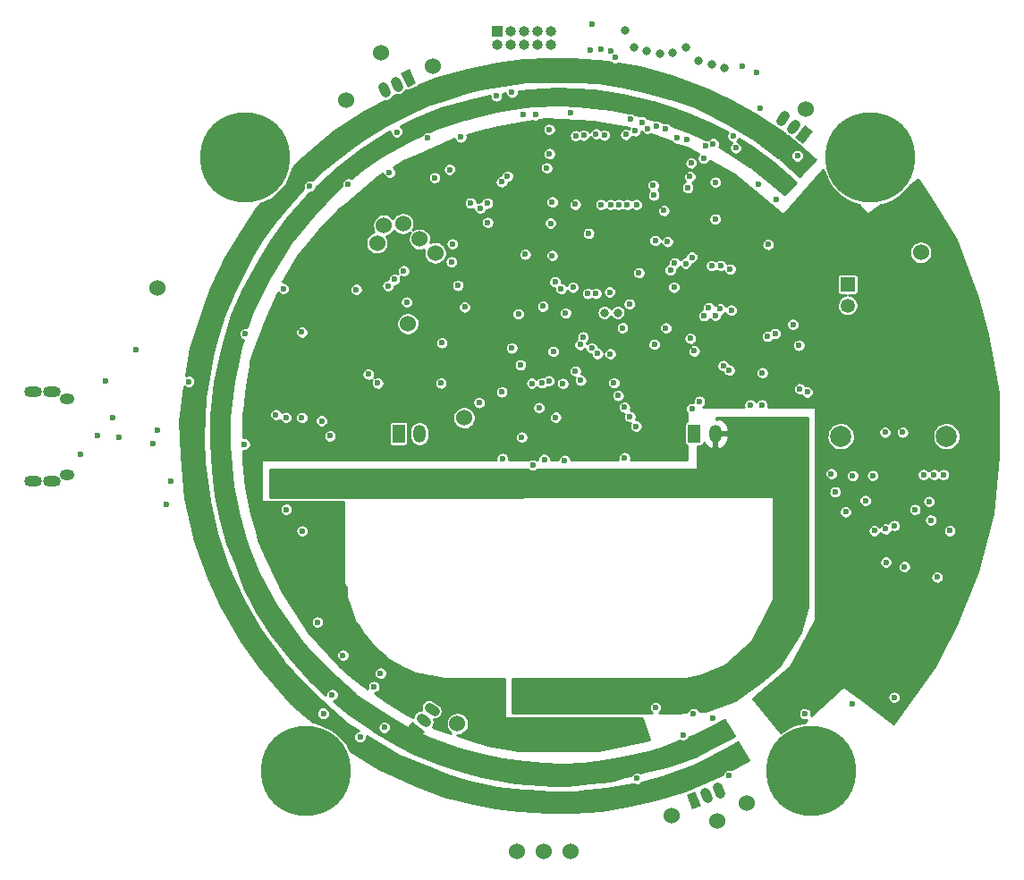
<source format=gbr>
G04 #@! TF.FileFunction,Copper,L3,Inr,Plane*
%FSLAX46Y46*%
G04 Gerber Fmt 4.6, Leading zero omitted, Abs format (unit mm)*
G04 Created by KiCad (PCBNEW 4.0.5) date 10/25/17 11:24:36*
%MOMM*%
%LPD*%
G01*
G04 APERTURE LIST*
%ADD10C,0.100000*%
%ADD11C,2.000000*%
%ADD12R,1.000000X1.000000*%
%ADD13O,1.000000X1.000000*%
%ADD14C,1.524000*%
%ADD15R,1.350000X1.350000*%
%ADD16C,1.350000*%
%ADD17C,8.509000*%
%ADD18R,1.200000X1.700000*%
%ADD19O,1.200000X1.700000*%
%ADD20O,1.700000X1.000000*%
%ADD21O,1.400000X1.000000*%
%ADD22C,0.900000*%
%ADD23C,0.600000*%
%ADD24C,0.800000*%
%ADD25C,0.254000*%
G04 APERTURE END LIST*
D10*
D11*
X153750000Y-127000000D03*
X163750000Y-127000000D03*
D12*
X121198088Y-88652284D03*
D13*
X121198088Y-89922284D03*
X122468088Y-88652284D03*
X122468088Y-89922284D03*
X123738088Y-88652284D03*
X123738088Y-89922284D03*
X125008088Y-88652284D03*
X125008088Y-89922284D03*
X126278088Y-88652284D03*
X126278088Y-89922284D03*
D14*
X112768088Y-116347284D03*
X110218088Y-90697284D03*
X142068088Y-163397284D03*
X150393088Y-95997284D03*
X128166535Y-166266711D03*
X125626535Y-166266711D03*
X123086535Y-166266711D03*
D15*
X154402688Y-112622484D03*
D16*
X154402688Y-114622484D03*
D17*
X103073200Y-158648400D03*
X150926800Y-158648400D03*
X156531208Y-100634800D03*
X97358200Y-100634800D03*
D18*
X139868088Y-126747284D03*
D19*
X141868088Y-126747284D03*
D20*
X77306248Y-122797764D03*
X77306248Y-131247764D03*
X79056248Y-122797764D03*
X79056248Y-131247764D03*
D21*
X80456248Y-130622764D03*
X80456248Y-123422764D03*
D18*
X111868088Y-126747284D03*
D19*
X113868088Y-126747284D03*
D14*
X117445688Y-154221084D03*
D22*
X111541303Y-93375392D02*
X111794873Y-93919176D01*
X110390292Y-93912117D02*
X110643862Y-94455901D01*
D10*
G36*
X112728224Y-93980468D02*
X112094297Y-92621006D01*
X112909974Y-92240650D01*
X113543901Y-93600112D01*
X112728224Y-93980468D01*
X112728224Y-93980468D01*
G37*
D22*
X141131693Y-161259728D02*
X140902083Y-160705400D01*
X142305020Y-160773720D02*
X142075410Y-160219392D01*
D10*
G36*
X139972294Y-160603455D02*
X140546319Y-161989274D01*
X139714828Y-162333689D01*
X139140803Y-160947870D01*
X139972294Y-160603455D01*
X139972294Y-160603455D01*
G37*
D22*
X114483294Y-154037952D02*
X114007282Y-153672696D01*
X115256421Y-153030394D02*
X114780409Y-152665138D01*
D10*
G36*
X113151089Y-154049303D02*
X114341119Y-154962445D01*
X113793233Y-155676463D01*
X112603203Y-154763321D01*
X113151089Y-154049303D01*
X113151089Y-154049303D01*
G37*
D22*
X149443157Y-97436151D02*
X149077901Y-97912163D01*
X148435599Y-96663024D02*
X148070343Y-97139036D01*
D10*
G36*
X149454508Y-98768356D02*
X150367650Y-97578326D01*
X151081668Y-98126212D01*
X150168526Y-99316242D01*
X149454508Y-98768356D01*
X149454508Y-98768356D01*
G37*
D14*
X118068088Y-125247284D03*
X113868088Y-108347284D03*
X112293088Y-106872284D03*
X115368088Y-109647284D03*
X109843088Y-108697284D03*
X110468088Y-107022284D03*
X115168088Y-91947284D03*
X106943088Y-95197284D03*
X94518088Y-115097284D03*
X100268088Y-109097284D03*
X161318088Y-109597284D03*
X89018088Y-112997284D03*
X144868088Y-161772284D03*
X137743088Y-162922284D03*
X100893088Y-137172284D03*
D23*
X120193088Y-98997284D03*
X135210587Y-114979868D03*
X110893088Y-111547284D03*
X139073067Y-107322284D03*
X140321800Y-102908286D03*
X143802949Y-99699653D03*
X132583078Y-98247284D03*
X121088471Y-123524220D03*
X110753316Y-151682080D03*
X114168088Y-113897284D03*
X124618088Y-101872284D03*
X125520260Y-107297284D03*
X110536888Y-154576684D03*
X133860464Y-96997957D03*
X133741734Y-114483177D03*
X133072885Y-116738594D03*
D24*
X133343088Y-88622284D03*
D23*
X110868090Y-112772284D03*
X162093088Y-133172284D03*
X156768088Y-130722284D03*
X124496272Y-121985936D03*
X115971201Y-118157294D03*
X141223077Y-114829020D03*
X143368088Y-115072284D03*
X102718088Y-117147284D03*
X143168088Y-120747284D03*
X142612968Y-120317164D03*
X146307868Y-120986624D03*
X141523120Y-110857086D03*
X120307689Y-106757860D03*
X120288692Y-104940537D03*
X123868088Y-109772284D03*
X104208078Y-144597284D03*
X143553603Y-98587465D03*
X88618097Y-127686828D03*
X125168088Y-124297284D03*
X127418088Y-121997284D03*
X126107342Y-121747865D03*
X127594917Y-129288166D03*
X106608077Y-147747284D03*
X102721076Y-125233591D03*
X104586699Y-125543430D03*
X154209601Y-134155771D03*
X136206873Y-152686039D03*
X150343088Y-153272284D03*
X90309975Y-131280397D03*
X97368088Y-117297284D03*
X97293088Y-127747284D03*
X157943088Y-126622284D03*
X159593088Y-126622284D03*
X141618088Y-153722284D03*
X138793088Y-155272284D03*
X147643088Y-104547284D03*
X145918088Y-103147284D03*
X105393088Y-126972284D03*
X154843088Y-152372284D03*
X158793088Y-151722284D03*
X153218088Y-132272284D03*
X152843088Y-130547284D03*
X134393088Y-105072284D03*
X131043088Y-105072284D03*
X131943088Y-105072284D03*
X133523046Y-105076285D03*
X132741258Y-105076286D03*
X126424844Y-104826287D03*
X100951608Y-113031924D03*
X107868088Y-113097284D03*
X100267380Y-124971412D03*
X102743088Y-135972284D03*
X101243088Y-133921762D03*
X109543088Y-150697284D03*
X105593088Y-151472284D03*
X115293088Y-102522284D03*
X111018088Y-102022284D03*
X114593088Y-98772284D03*
X121718088Y-129122284D03*
X134618088Y-111522284D03*
X143268100Y-111187274D03*
X126264086Y-106826286D03*
X142368088Y-110847284D03*
X141868088Y-106447284D03*
X141868088Y-102947284D03*
X164068088Y-135947284D03*
X162268088Y-134947284D03*
X159768088Y-139347284D03*
X162868088Y-140342044D03*
X163468088Y-130647284D03*
X162568088Y-130647284D03*
X161568088Y-130647284D03*
X132268088Y-121947284D03*
X134368088Y-126047284D03*
X133768088Y-125147284D03*
X133268088Y-124247284D03*
X132668088Y-123147284D03*
X125468088Y-121947284D03*
X126747602Y-125200769D03*
X133268088Y-129034164D03*
X84168088Y-121747284D03*
X83368088Y-126935194D03*
X81768088Y-128747284D03*
X123643088Y-96497284D03*
X125893088Y-101597284D03*
X139193088Y-98897284D03*
X84833078Y-125226920D03*
X135993088Y-103247284D03*
X138205730Y-98771563D03*
X136043088Y-104172284D03*
X85393088Y-127097284D03*
X121636687Y-102919377D03*
X121143088Y-94772284D03*
X122186178Y-102394328D03*
X122618088Y-94447284D03*
X146318088Y-127447284D03*
X148318088Y-147497284D03*
X127243088Y-152097284D03*
X102185288Y-132380084D03*
X115893088Y-121972284D03*
X109893088Y-121972284D03*
X106618088Y-131172284D03*
X129343088Y-117597284D03*
X136168088Y-108472284D03*
X137344393Y-108586254D03*
X130167613Y-118647759D03*
X126518088Y-118972284D03*
X119518088Y-123822284D03*
X101218088Y-125222284D03*
X114788170Y-97472284D03*
X116718088Y-101747284D03*
X95368088Y-125697284D03*
X94843088Y-125697284D03*
X113043088Y-155422284D03*
X148468088Y-102972284D03*
X137568088Y-156847284D03*
X131868088Y-113347284D03*
X128617288Y-120837187D03*
X123528098Y-127074228D03*
X130068088Y-90422283D03*
X107118088Y-103122284D03*
X129418088Y-98497284D03*
X130548077Y-113482294D03*
X139641018Y-124399043D03*
X140361566Y-123701553D03*
X146268088Y-124047262D03*
X145168088Y-124047284D03*
X131918088Y-119197284D03*
X130705023Y-119185168D03*
X121649922Y-122798019D03*
X140803098Y-115594285D03*
X139250764Y-103472640D03*
X89043088Y-126422284D03*
X89873169Y-133492203D03*
X127268088Y-113047284D03*
X129788064Y-113482294D03*
X118133078Y-114768399D03*
X116968088Y-108797284D03*
X112361840Y-111325852D03*
X117493088Y-112722284D03*
X109018088Y-121122284D03*
X91993088Y-121822284D03*
X126693088Y-112372284D03*
X129868088Y-107797284D03*
X128394492Y-112898776D03*
X125670136Y-129189621D03*
X129123107Y-121710717D03*
X116893088Y-110497284D03*
X123425140Y-120250792D03*
X123218088Y-115422284D03*
X112638418Y-114299655D03*
X124568088Y-129722284D03*
X111493088Y-112147284D03*
X110168088Y-149447284D03*
X136093088Y-118297284D03*
X149768088Y-118397284D03*
X146868088Y-108847284D03*
X129057879Y-118329999D03*
X122593088Y-118647284D03*
X142343088Y-114947284D03*
X139795912Y-153282648D03*
X125543088Y-114697284D03*
X117768088Y-98672284D03*
X154868088Y-130747284D03*
X156069590Y-133097283D03*
X149208078Y-116422873D03*
X141887081Y-115555294D03*
X139468088Y-102422284D03*
X140765207Y-100697168D03*
X139582358Y-101141040D03*
X158018088Y-138922284D03*
X160768088Y-133947284D03*
X139866647Y-118932294D03*
X139643088Y-110047284D03*
X150578088Y-122822284D03*
X158806133Y-135460329D03*
X127689075Y-115343271D03*
X149863163Y-122500771D03*
X126418088Y-109897284D03*
X157989068Y-135768264D03*
X128660482Y-98557710D03*
X144443088Y-91997284D03*
X130168088Y-87947284D03*
X156924494Y-135949064D03*
X137610963Y-111274539D03*
X137948067Y-112891842D03*
X136833829Y-160534766D03*
X108073928Y-97357657D03*
X116718088Y-94522284D03*
X111718088Y-98197284D03*
X142968088Y-156847284D03*
X144068088Y-157647284D03*
X136994569Y-105631001D03*
X128612256Y-105047284D03*
X146812403Y-117537274D03*
X139500011Y-117737274D03*
X139068088Y-110647284D03*
X138018088Y-110597284D03*
X147529293Y-117284910D03*
X137180669Y-116759865D03*
X126143088Y-97947284D03*
X124820903Y-96575099D03*
X87018091Y-118847281D03*
X146118088Y-95972284D03*
X140943088Y-99522284D03*
X134443088Y-159387274D03*
X119602961Y-105413104D03*
X108242015Y-155473357D03*
X143143088Y-159122284D03*
X145798557Y-92557294D03*
X141667984Y-99293933D03*
X149643088Y-100447284D03*
X118693088Y-104922284D03*
X104768088Y-153247284D03*
X131043088Y-90322284D03*
X103468088Y-103322284D03*
X133393088Y-98432286D03*
D24*
X132643088Y-115297284D03*
X131373088Y-115297284D03*
X134159000Y-90156372D03*
D23*
X134268088Y-98097284D03*
X134980475Y-97263792D03*
D24*
X135393088Y-90547284D03*
D23*
X135445094Y-97865247D03*
D24*
X136593088Y-90797284D03*
D23*
X136293088Y-97647284D03*
D24*
X137843088Y-90722284D03*
D23*
X137168088Y-97897284D03*
D24*
X139068088Y-90222284D03*
D23*
X131953562Y-90527256D03*
D24*
X140292629Y-91474224D03*
D23*
X130570806Y-98373046D03*
X132393088Y-91147284D03*
D24*
X141519355Y-91802924D03*
D23*
X131368088Y-98497284D03*
X128193088Y-96347284D03*
D24*
X142746081Y-92131624D03*
D23*
X126159601Y-100255771D03*
D25*
G36*
X150641088Y-143078644D02*
X149901219Y-145544875D01*
X147920346Y-148763793D01*
X146190154Y-150246815D01*
X143708965Y-151983647D01*
X140990174Y-152972298D01*
X140369411Y-153028731D01*
X140327767Y-152927945D01*
X140151543Y-152751413D01*
X139921177Y-152655757D01*
X139671741Y-152655539D01*
X139441209Y-152750793D01*
X139264677Y-152927017D01*
X139177447Y-153137092D01*
X138262332Y-153220284D01*
X136555792Y-153220284D01*
X136561576Y-153217894D01*
X136738108Y-153041670D01*
X136833764Y-152811304D01*
X136833982Y-152561868D01*
X136738728Y-152331336D01*
X136562504Y-152154804D01*
X136332138Y-152059148D01*
X136082702Y-152058930D01*
X135852170Y-152154184D01*
X135675638Y-152330408D01*
X135579982Y-152560774D01*
X135579764Y-152810210D01*
X135675018Y-153040742D01*
X135851242Y-153217274D01*
X135858491Y-153220284D01*
X122645088Y-153220284D01*
X122645088Y-149974284D01*
X139018088Y-149974284D01*
X139042995Y-149971818D01*
X140292995Y-149721818D01*
X140315255Y-149715201D01*
X142815255Y-148715201D01*
X142853047Y-148691682D01*
X145353047Y-146441682D01*
X145381680Y-146404080D01*
X147381680Y-142404080D01*
X147395088Y-142347284D01*
X147395088Y-132847284D01*
X147385082Y-132797874D01*
X147356641Y-132756249D01*
X147314247Y-132728969D01*
X147267955Y-132720284D01*
X99695088Y-132770151D01*
X99695088Y-130174284D01*
X124133360Y-130174284D01*
X124212457Y-130253519D01*
X124442823Y-130349175D01*
X124692259Y-130349393D01*
X124922791Y-130254139D01*
X125002786Y-130174284D01*
X140068088Y-130174284D01*
X140117498Y-130164278D01*
X140159123Y-130135837D01*
X140186403Y-130093443D01*
X140195088Y-130047284D01*
X140195088Y-127930690D01*
X140468088Y-127930690D01*
X140589267Y-127907889D01*
X140700562Y-127836272D01*
X140775226Y-127726998D01*
X140798644Y-127611355D01*
X141038963Y-127929217D01*
X141458712Y-128175570D01*
X141550479Y-128190746D01*
X141741088Y-128066015D01*
X141741088Y-126874284D01*
X141995088Y-126874284D01*
X141995088Y-128066015D01*
X142185697Y-128190746D01*
X142277464Y-128175570D01*
X142697213Y-127929217D01*
X142990735Y-127540985D01*
X143113344Y-127069980D01*
X142950635Y-126874284D01*
X141995088Y-126874284D01*
X141741088Y-126874284D01*
X141721088Y-126874284D01*
X141721088Y-126620284D01*
X141741088Y-126620284D01*
X141741088Y-126600284D01*
X141995088Y-126600284D01*
X141995088Y-126620284D01*
X142950635Y-126620284D01*
X143113344Y-126424588D01*
X142990735Y-125953583D01*
X142697213Y-125565351D01*
X142277464Y-125318998D01*
X142185697Y-125303822D01*
X141995090Y-125428552D01*
X141995090Y-125274284D01*
X150641088Y-125274284D01*
X150641088Y-143078644D01*
X150641088Y-143078644D01*
G37*
X150641088Y-143078644D02*
X149901219Y-145544875D01*
X147920346Y-148763793D01*
X146190154Y-150246815D01*
X143708965Y-151983647D01*
X140990174Y-152972298D01*
X140369411Y-153028731D01*
X140327767Y-152927945D01*
X140151543Y-152751413D01*
X139921177Y-152655757D01*
X139671741Y-152655539D01*
X139441209Y-152750793D01*
X139264677Y-152927017D01*
X139177447Y-153137092D01*
X138262332Y-153220284D01*
X136555792Y-153220284D01*
X136561576Y-153217894D01*
X136738108Y-153041670D01*
X136833764Y-152811304D01*
X136833982Y-152561868D01*
X136738728Y-152331336D01*
X136562504Y-152154804D01*
X136332138Y-152059148D01*
X136082702Y-152058930D01*
X135852170Y-152154184D01*
X135675638Y-152330408D01*
X135579982Y-152560774D01*
X135579764Y-152810210D01*
X135675018Y-153040742D01*
X135851242Y-153217274D01*
X135858491Y-153220284D01*
X122645088Y-153220284D01*
X122645088Y-149974284D01*
X139018088Y-149974284D01*
X139042995Y-149971818D01*
X140292995Y-149721818D01*
X140315255Y-149715201D01*
X142815255Y-148715201D01*
X142853047Y-148691682D01*
X145353047Y-146441682D01*
X145381680Y-146404080D01*
X147381680Y-142404080D01*
X147395088Y-142347284D01*
X147395088Y-132847284D01*
X147385082Y-132797874D01*
X147356641Y-132756249D01*
X147314247Y-132728969D01*
X147267955Y-132720284D01*
X99695088Y-132770151D01*
X99695088Y-130174284D01*
X124133360Y-130174284D01*
X124212457Y-130253519D01*
X124442823Y-130349175D01*
X124692259Y-130349393D01*
X124922791Y-130254139D01*
X125002786Y-130174284D01*
X140068088Y-130174284D01*
X140117498Y-130164278D01*
X140159123Y-130135837D01*
X140186403Y-130093443D01*
X140195088Y-130047284D01*
X140195088Y-127930690D01*
X140468088Y-127930690D01*
X140589267Y-127907889D01*
X140700562Y-127836272D01*
X140775226Y-127726998D01*
X140798644Y-127611355D01*
X141038963Y-127929217D01*
X141458712Y-128175570D01*
X141550479Y-128190746D01*
X141741088Y-128066015D01*
X141741088Y-126874284D01*
X141995088Y-126874284D01*
X141995088Y-128066015D01*
X142185697Y-128190746D01*
X142277464Y-128175570D01*
X142697213Y-127929217D01*
X142990735Y-127540985D01*
X143113344Y-127069980D01*
X142950635Y-126874284D01*
X141995088Y-126874284D01*
X141741088Y-126874284D01*
X141721088Y-126874284D01*
X141721088Y-126620284D01*
X141741088Y-126620284D01*
X141741088Y-126600284D01*
X141995088Y-126600284D01*
X141995088Y-126620284D01*
X142950635Y-126620284D01*
X143113344Y-126424588D01*
X142990735Y-125953583D01*
X142697213Y-125565351D01*
X142277464Y-125318998D01*
X142185697Y-125303822D01*
X141995090Y-125428552D01*
X141995090Y-125274284D01*
X150641088Y-125274284D01*
X150641088Y-143078644D01*
G36*
X130355027Y-94273735D02*
X133043774Y-94672068D01*
X136332982Y-95469452D01*
X139023526Y-96366300D01*
X141414094Y-97362370D01*
X143046895Y-98217647D01*
X143001500Y-98283944D01*
X142953060Y-98396962D01*
X142927495Y-98517236D01*
X142925779Y-98640185D01*
X142947975Y-98761126D01*
X142993240Y-98875452D01*
X143059849Y-98978809D01*
X143145265Y-99067260D01*
X143246235Y-99137436D01*
X143358912Y-99186663D01*
X143420923Y-99200297D01*
X143408167Y-99208644D01*
X143320315Y-99294675D01*
X143250846Y-99396132D01*
X143202406Y-99509150D01*
X143176841Y-99629424D01*
X143175125Y-99752373D01*
X143197321Y-99873314D01*
X143242586Y-99987640D01*
X143309195Y-100090997D01*
X143394611Y-100179448D01*
X143495581Y-100249624D01*
X143608258Y-100298851D01*
X143728350Y-100325255D01*
X143851285Y-100327830D01*
X143972378Y-100306478D01*
X144087017Y-100262012D01*
X144190837Y-100196127D01*
X144279882Y-100111330D01*
X144350760Y-100010853D01*
X144400773Y-99898523D01*
X144428015Y-99778617D01*
X144429976Y-99638172D01*
X144406093Y-99517553D01*
X144359236Y-99403870D01*
X144291190Y-99301453D01*
X144204548Y-99214203D01*
X144102608Y-99145444D01*
X143989255Y-99097795D01*
X143936667Y-99087000D01*
X143941491Y-99083939D01*
X144030536Y-98999142D01*
X144101414Y-98898665D01*
X144123771Y-98848451D01*
X145395962Y-99651940D01*
X147388382Y-101146255D01*
X149481671Y-102954095D01*
X148361902Y-104073864D01*
X146951264Y-102851311D01*
X146946058Y-102847036D01*
X145146058Y-101447036D01*
X145138535Y-101441614D01*
X143338535Y-100241614D01*
X143331098Y-100237017D01*
X142217723Y-99600803D01*
X142265808Y-99492803D01*
X142293050Y-99372897D01*
X142295011Y-99232452D01*
X142271128Y-99111833D01*
X142224271Y-98998150D01*
X142156225Y-98895733D01*
X142069583Y-98808483D01*
X141967643Y-98739724D01*
X141854290Y-98692075D01*
X141733840Y-98667350D01*
X141610882Y-98666492D01*
X141490099Y-98689533D01*
X141376092Y-98735595D01*
X141273202Y-98802924D01*
X141185350Y-98888955D01*
X141156111Y-98931657D01*
X141129394Y-98920426D01*
X141008944Y-98895701D01*
X140930576Y-98895154D01*
X139522164Y-98232372D01*
X139512681Y-98228370D01*
X137685666Y-97543239D01*
X137656329Y-97499084D01*
X137569687Y-97411834D01*
X137467747Y-97343075D01*
X137354394Y-97295426D01*
X137233944Y-97270701D01*
X137110986Y-97269843D01*
X136990203Y-97292884D01*
X136990109Y-97292922D01*
X136759405Y-97227006D01*
X136694687Y-97161834D01*
X136592747Y-97093075D01*
X136479394Y-97045426D01*
X136358944Y-97020701D01*
X136235986Y-97019843D01*
X136115203Y-97042884D01*
X136115109Y-97042922D01*
X135458521Y-96855325D01*
X135382074Y-96778342D01*
X135280134Y-96709583D01*
X135166781Y-96661934D01*
X135046331Y-96637209D01*
X134923373Y-96636351D01*
X134802590Y-96659392D01*
X134790231Y-96664385D01*
X134302978Y-96525170D01*
X134295067Y-96523183D01*
X134266497Y-96516972D01*
X134262063Y-96512507D01*
X134160123Y-96443748D01*
X134046770Y-96396099D01*
X133926320Y-96371374D01*
X133803362Y-96370516D01*
X133691212Y-96391910D01*
X131995067Y-96023183D01*
X131980321Y-96020875D01*
X128880321Y-95720875D01*
X128875546Y-95720503D01*
X127175546Y-95620503D01*
X127163207Y-95620378D01*
X124563207Y-95720378D01*
X124558348Y-95720658D01*
X123258348Y-95820658D01*
X123244325Y-95822527D01*
X121144325Y-96222527D01*
X121139230Y-96223606D01*
X118139230Y-96923606D01*
X118125373Y-96927683D01*
X115325373Y-97927683D01*
X115315173Y-97931833D01*
X114787329Y-98173762D01*
X114779394Y-98170426D01*
X114658944Y-98145701D01*
X114535986Y-98144843D01*
X114415203Y-98167884D01*
X114301196Y-98213946D01*
X114198306Y-98281275D01*
X114110454Y-98367306D01*
X114040985Y-98468763D01*
X114015877Y-98527344D01*
X112915173Y-99031833D01*
X112907877Y-99035464D01*
X110307877Y-100435464D01*
X110296373Y-100442470D01*
X108396373Y-101742470D01*
X108386403Y-101750039D01*
X107414284Y-102566619D01*
X107304394Y-102520426D01*
X107183944Y-102495701D01*
X107060986Y-102494843D01*
X106940203Y-102517884D01*
X106826196Y-102563946D01*
X106723306Y-102631275D01*
X106635454Y-102717306D01*
X106565985Y-102818763D01*
X106517545Y-102931781D01*
X106491980Y-103052055D01*
X106490264Y-103175004D01*
X106512460Y-103295945D01*
X106520840Y-103317112D01*
X105886403Y-103850039D01*
X105876312Y-103859499D01*
X103676312Y-106159499D01*
X103668918Y-106167948D01*
X101668918Y-108667948D01*
X101660037Y-108680546D01*
X99560037Y-112080546D01*
X99553768Y-112091968D01*
X98053768Y-115191968D01*
X98047605Y-115207123D01*
X97551689Y-116694871D01*
X97433944Y-116670701D01*
X97310986Y-116669843D01*
X97190203Y-116692884D01*
X97076196Y-116738946D01*
X96973306Y-116806275D01*
X96885454Y-116892306D01*
X96815985Y-116993763D01*
X96767545Y-117106781D01*
X96741980Y-117227055D01*
X96740264Y-117350004D01*
X96762460Y-117470945D01*
X96807725Y-117585271D01*
X96874334Y-117688628D01*
X96959750Y-117777079D01*
X97060720Y-117847255D01*
X97153980Y-117887999D01*
X96947605Y-118507123D01*
X96943852Y-118520931D01*
X96243852Y-121820931D01*
X96242011Y-121832002D01*
X95842011Y-125132002D01*
X95841088Y-125147284D01*
X95841088Y-127847284D01*
X95841482Y-127857279D01*
X96141482Y-131657279D01*
X96143554Y-131672191D01*
X96643554Y-134172191D01*
X96645974Y-134182174D01*
X97445974Y-136982174D01*
X97449883Y-136993722D01*
X98549883Y-139793722D01*
X98556733Y-139808350D01*
X100256733Y-142908350D01*
X100264178Y-142920302D01*
X102864178Y-146620302D01*
X102874768Y-146633426D01*
X105274768Y-149233426D01*
X105284188Y-149242625D01*
X107784188Y-151442625D01*
X107796860Y-151452430D01*
X110896860Y-153552430D01*
X110903696Y-153556750D01*
X112603696Y-154556750D01*
X112613486Y-154561947D01*
X114713486Y-155561947D01*
X114725373Y-155566885D01*
X117525373Y-156566885D01*
X117535071Y-156569917D01*
X120135071Y-157269917D01*
X120144683Y-157272109D01*
X121744683Y-157572109D01*
X121748777Y-157572807D01*
X123048777Y-157772807D01*
X123052336Y-157773303D01*
X123852336Y-157873303D01*
X123861043Y-157874088D01*
X125660647Y-157974066D01*
X127360630Y-158074065D01*
X127374430Y-158074126D01*
X129374430Y-157974126D01*
X129382113Y-157973507D01*
X131182113Y-157773507D01*
X131192995Y-157771818D01*
X132191570Y-157572103D01*
X133890159Y-157272352D01*
X133898890Y-157270492D01*
X135498890Y-156870492D01*
X135501504Y-156869809D01*
X136601504Y-156569809D01*
X136615255Y-156565201D01*
X138114695Y-155965425D01*
X138484689Y-155821538D01*
X138485720Y-155822255D01*
X138598397Y-155871482D01*
X138718489Y-155897886D01*
X138841424Y-155900461D01*
X138962517Y-155879109D01*
X139077156Y-155834643D01*
X139180976Y-155768758D01*
X139270021Y-155683961D01*
X139340899Y-155583484D01*
X139390912Y-155471154D01*
X139391419Y-155468921D01*
X139914119Y-155265649D01*
X139921794Y-155262369D01*
X141421794Y-154562369D01*
X141428902Y-154558777D01*
X142528902Y-153958777D01*
X142538535Y-153952954D01*
X142728611Y-153826237D01*
X143687622Y-155395527D01*
X141611292Y-156433692D01*
X141608666Y-156435043D01*
X139917956Y-157330125D01*
X137232550Y-158225260D01*
X135237286Y-158724076D01*
X135235767Y-158724466D01*
X134765296Y-158848274D01*
X134742747Y-158833065D01*
X134629394Y-158785416D01*
X134508944Y-158760691D01*
X134385986Y-158759833D01*
X134265203Y-158782874D01*
X134151196Y-158828936D01*
X134048306Y-158896265D01*
X133960454Y-158982296D01*
X133895493Y-159077170D01*
X133335767Y-159224466D01*
X133333198Y-159225170D01*
X131943809Y-159622138D01*
X130055673Y-159820889D01*
X127862332Y-160020284D01*
X126571605Y-160020284D01*
X122984150Y-159820981D01*
X121992995Y-159622750D01*
X121990806Y-159622333D01*
X119795651Y-159223214D01*
X117904375Y-158725510D01*
X115810980Y-158027711D01*
X113222299Y-157032065D01*
X111631919Y-156137476D01*
X109636516Y-154940234D01*
X109179413Y-154629404D01*
X109909064Y-154629404D01*
X109931260Y-154750345D01*
X109976525Y-154864671D01*
X110043134Y-154968028D01*
X110128550Y-155056479D01*
X110229520Y-155126655D01*
X110342197Y-155175882D01*
X110462289Y-155202286D01*
X110585224Y-155204861D01*
X110706317Y-155183509D01*
X110820956Y-155139043D01*
X110924776Y-155073158D01*
X111013821Y-154988361D01*
X111084699Y-154887884D01*
X111134712Y-154775554D01*
X111161954Y-154655648D01*
X111163915Y-154515203D01*
X111140032Y-154394584D01*
X111093175Y-154280901D01*
X111025129Y-154178484D01*
X110938487Y-154091234D01*
X110836547Y-154022475D01*
X110723194Y-153974826D01*
X110602744Y-153950101D01*
X110479786Y-153949243D01*
X110359003Y-153972284D01*
X110244996Y-154018346D01*
X110142106Y-154085675D01*
X110054254Y-154171706D01*
X109984785Y-154273163D01*
X109936345Y-154386181D01*
X109910780Y-154506455D01*
X109909064Y-154629404D01*
X109179413Y-154629404D01*
X107143571Y-153245032D01*
X105699956Y-152090140D01*
X105762517Y-152079109D01*
X105877156Y-152034643D01*
X105980976Y-151968758D01*
X106070021Y-151883961D01*
X106140899Y-151783484D01*
X106190912Y-151671154D01*
X106218154Y-151551248D01*
X106220115Y-151410803D01*
X106196232Y-151290184D01*
X106149375Y-151176501D01*
X106081329Y-151074084D01*
X105994687Y-150986834D01*
X105892747Y-150918075D01*
X105779394Y-150870426D01*
X105658944Y-150845701D01*
X105535986Y-150844843D01*
X105415203Y-150867884D01*
X105301196Y-150913946D01*
X105198306Y-150981275D01*
X105110454Y-151067306D01*
X105040985Y-151168763D01*
X104992545Y-151281781D01*
X104966980Y-151402055D01*
X104965928Y-151477426D01*
X103558642Y-150158095D01*
X101565480Y-147965617D01*
X99872123Y-145774213D01*
X98478161Y-143583702D01*
X97284277Y-141295425D01*
X96387002Y-138902691D01*
X96385522Y-138898929D01*
X95688612Y-137206433D01*
X94991806Y-134618297D01*
X94593530Y-132626919D01*
X94294483Y-130234538D01*
X94095088Y-127642406D01*
X94095088Y-124955445D01*
X94493347Y-121868934D01*
X94991955Y-119575337D01*
X95390945Y-117879630D01*
X96087759Y-115490556D01*
X97081883Y-113204070D01*
X98778069Y-110210800D01*
X99774431Y-108516986D01*
X101367669Y-106326283D01*
X103258909Y-104136426D01*
X103467475Y-103949436D01*
X103516424Y-103950461D01*
X103637517Y-103929109D01*
X103752156Y-103884643D01*
X103855976Y-103818758D01*
X103945021Y-103733961D01*
X104015899Y-103633484D01*
X104065912Y-103521154D01*
X104093154Y-103401248D01*
X104093335Y-103388321D01*
X106149409Y-101544944D01*
X108340746Y-99851637D01*
X110731077Y-98357681D01*
X111091369Y-98170863D01*
X111090264Y-98250004D01*
X111112460Y-98370945D01*
X111157725Y-98485271D01*
X111224334Y-98588628D01*
X111309750Y-98677079D01*
X111410720Y-98747255D01*
X111523397Y-98796482D01*
X111643489Y-98822886D01*
X111766424Y-98825461D01*
X111887517Y-98804109D01*
X112002156Y-98759643D01*
X112105976Y-98693758D01*
X112195021Y-98608961D01*
X112265899Y-98508484D01*
X112315912Y-98396154D01*
X112343154Y-98276248D01*
X112345115Y-98135803D01*
X112321232Y-98015184D01*
X112274375Y-97901501D01*
X112206329Y-97799084D01*
X112119687Y-97711834D01*
X112057515Y-97669898D01*
X113421023Y-96962894D01*
X115908689Y-95967827D01*
X118799700Y-95170307D01*
X120516149Y-94761629D01*
X120515264Y-94825004D01*
X120537460Y-94945945D01*
X120582725Y-95060271D01*
X120649334Y-95163628D01*
X120734750Y-95252079D01*
X120835720Y-95322255D01*
X120948397Y-95371482D01*
X121068489Y-95397886D01*
X121191424Y-95400461D01*
X121312517Y-95379109D01*
X121427156Y-95334643D01*
X121530976Y-95268758D01*
X121620021Y-95183961D01*
X121690899Y-95083484D01*
X121740912Y-94971154D01*
X121768154Y-94851248D01*
X121770115Y-94710803D01*
X121746232Y-94590184D01*
X121736558Y-94566714D01*
X121996543Y-94534215D01*
X122012460Y-94620945D01*
X122057725Y-94735271D01*
X122124334Y-94838628D01*
X122209750Y-94927079D01*
X122310720Y-94997255D01*
X122423397Y-95046482D01*
X122543489Y-95072886D01*
X122666424Y-95075461D01*
X122787517Y-95054109D01*
X122902156Y-95009643D01*
X123005976Y-94943758D01*
X123095021Y-94858961D01*
X123165899Y-94758484D01*
X123215912Y-94646154D01*
X123243154Y-94526248D01*
X123245115Y-94385803D01*
X123243635Y-94378329D01*
X123281720Y-94373568D01*
X125478032Y-94173903D01*
X126968586Y-94074533D01*
X130355027Y-94273735D01*
X130355027Y-94273735D01*
G37*
X130355027Y-94273735D02*
X133043774Y-94672068D01*
X136332982Y-95469452D01*
X139023526Y-96366300D01*
X141414094Y-97362370D01*
X143046895Y-98217647D01*
X143001500Y-98283944D01*
X142953060Y-98396962D01*
X142927495Y-98517236D01*
X142925779Y-98640185D01*
X142947975Y-98761126D01*
X142993240Y-98875452D01*
X143059849Y-98978809D01*
X143145265Y-99067260D01*
X143246235Y-99137436D01*
X143358912Y-99186663D01*
X143420923Y-99200297D01*
X143408167Y-99208644D01*
X143320315Y-99294675D01*
X143250846Y-99396132D01*
X143202406Y-99509150D01*
X143176841Y-99629424D01*
X143175125Y-99752373D01*
X143197321Y-99873314D01*
X143242586Y-99987640D01*
X143309195Y-100090997D01*
X143394611Y-100179448D01*
X143495581Y-100249624D01*
X143608258Y-100298851D01*
X143728350Y-100325255D01*
X143851285Y-100327830D01*
X143972378Y-100306478D01*
X144087017Y-100262012D01*
X144190837Y-100196127D01*
X144279882Y-100111330D01*
X144350760Y-100010853D01*
X144400773Y-99898523D01*
X144428015Y-99778617D01*
X144429976Y-99638172D01*
X144406093Y-99517553D01*
X144359236Y-99403870D01*
X144291190Y-99301453D01*
X144204548Y-99214203D01*
X144102608Y-99145444D01*
X143989255Y-99097795D01*
X143936667Y-99087000D01*
X143941491Y-99083939D01*
X144030536Y-98999142D01*
X144101414Y-98898665D01*
X144123771Y-98848451D01*
X145395962Y-99651940D01*
X147388382Y-101146255D01*
X149481671Y-102954095D01*
X148361902Y-104073864D01*
X146951264Y-102851311D01*
X146946058Y-102847036D01*
X145146058Y-101447036D01*
X145138535Y-101441614D01*
X143338535Y-100241614D01*
X143331098Y-100237017D01*
X142217723Y-99600803D01*
X142265808Y-99492803D01*
X142293050Y-99372897D01*
X142295011Y-99232452D01*
X142271128Y-99111833D01*
X142224271Y-98998150D01*
X142156225Y-98895733D01*
X142069583Y-98808483D01*
X141967643Y-98739724D01*
X141854290Y-98692075D01*
X141733840Y-98667350D01*
X141610882Y-98666492D01*
X141490099Y-98689533D01*
X141376092Y-98735595D01*
X141273202Y-98802924D01*
X141185350Y-98888955D01*
X141156111Y-98931657D01*
X141129394Y-98920426D01*
X141008944Y-98895701D01*
X140930576Y-98895154D01*
X139522164Y-98232372D01*
X139512681Y-98228370D01*
X137685666Y-97543239D01*
X137656329Y-97499084D01*
X137569687Y-97411834D01*
X137467747Y-97343075D01*
X137354394Y-97295426D01*
X137233944Y-97270701D01*
X137110986Y-97269843D01*
X136990203Y-97292884D01*
X136990109Y-97292922D01*
X136759405Y-97227006D01*
X136694687Y-97161834D01*
X136592747Y-97093075D01*
X136479394Y-97045426D01*
X136358944Y-97020701D01*
X136235986Y-97019843D01*
X136115203Y-97042884D01*
X136115109Y-97042922D01*
X135458521Y-96855325D01*
X135382074Y-96778342D01*
X135280134Y-96709583D01*
X135166781Y-96661934D01*
X135046331Y-96637209D01*
X134923373Y-96636351D01*
X134802590Y-96659392D01*
X134790231Y-96664385D01*
X134302978Y-96525170D01*
X134295067Y-96523183D01*
X134266497Y-96516972D01*
X134262063Y-96512507D01*
X134160123Y-96443748D01*
X134046770Y-96396099D01*
X133926320Y-96371374D01*
X133803362Y-96370516D01*
X133691212Y-96391910D01*
X131995067Y-96023183D01*
X131980321Y-96020875D01*
X128880321Y-95720875D01*
X128875546Y-95720503D01*
X127175546Y-95620503D01*
X127163207Y-95620378D01*
X124563207Y-95720378D01*
X124558348Y-95720658D01*
X123258348Y-95820658D01*
X123244325Y-95822527D01*
X121144325Y-96222527D01*
X121139230Y-96223606D01*
X118139230Y-96923606D01*
X118125373Y-96927683D01*
X115325373Y-97927683D01*
X115315173Y-97931833D01*
X114787329Y-98173762D01*
X114779394Y-98170426D01*
X114658944Y-98145701D01*
X114535986Y-98144843D01*
X114415203Y-98167884D01*
X114301196Y-98213946D01*
X114198306Y-98281275D01*
X114110454Y-98367306D01*
X114040985Y-98468763D01*
X114015877Y-98527344D01*
X112915173Y-99031833D01*
X112907877Y-99035464D01*
X110307877Y-100435464D01*
X110296373Y-100442470D01*
X108396373Y-101742470D01*
X108386403Y-101750039D01*
X107414284Y-102566619D01*
X107304394Y-102520426D01*
X107183944Y-102495701D01*
X107060986Y-102494843D01*
X106940203Y-102517884D01*
X106826196Y-102563946D01*
X106723306Y-102631275D01*
X106635454Y-102717306D01*
X106565985Y-102818763D01*
X106517545Y-102931781D01*
X106491980Y-103052055D01*
X106490264Y-103175004D01*
X106512460Y-103295945D01*
X106520840Y-103317112D01*
X105886403Y-103850039D01*
X105876312Y-103859499D01*
X103676312Y-106159499D01*
X103668918Y-106167948D01*
X101668918Y-108667948D01*
X101660037Y-108680546D01*
X99560037Y-112080546D01*
X99553768Y-112091968D01*
X98053768Y-115191968D01*
X98047605Y-115207123D01*
X97551689Y-116694871D01*
X97433944Y-116670701D01*
X97310986Y-116669843D01*
X97190203Y-116692884D01*
X97076196Y-116738946D01*
X96973306Y-116806275D01*
X96885454Y-116892306D01*
X96815985Y-116993763D01*
X96767545Y-117106781D01*
X96741980Y-117227055D01*
X96740264Y-117350004D01*
X96762460Y-117470945D01*
X96807725Y-117585271D01*
X96874334Y-117688628D01*
X96959750Y-117777079D01*
X97060720Y-117847255D01*
X97153980Y-117887999D01*
X96947605Y-118507123D01*
X96943852Y-118520931D01*
X96243852Y-121820931D01*
X96242011Y-121832002D01*
X95842011Y-125132002D01*
X95841088Y-125147284D01*
X95841088Y-127847284D01*
X95841482Y-127857279D01*
X96141482Y-131657279D01*
X96143554Y-131672191D01*
X96643554Y-134172191D01*
X96645974Y-134182174D01*
X97445974Y-136982174D01*
X97449883Y-136993722D01*
X98549883Y-139793722D01*
X98556733Y-139808350D01*
X100256733Y-142908350D01*
X100264178Y-142920302D01*
X102864178Y-146620302D01*
X102874768Y-146633426D01*
X105274768Y-149233426D01*
X105284188Y-149242625D01*
X107784188Y-151442625D01*
X107796860Y-151452430D01*
X110896860Y-153552430D01*
X110903696Y-153556750D01*
X112603696Y-154556750D01*
X112613486Y-154561947D01*
X114713486Y-155561947D01*
X114725373Y-155566885D01*
X117525373Y-156566885D01*
X117535071Y-156569917D01*
X120135071Y-157269917D01*
X120144683Y-157272109D01*
X121744683Y-157572109D01*
X121748777Y-157572807D01*
X123048777Y-157772807D01*
X123052336Y-157773303D01*
X123852336Y-157873303D01*
X123861043Y-157874088D01*
X125660647Y-157974066D01*
X127360630Y-158074065D01*
X127374430Y-158074126D01*
X129374430Y-157974126D01*
X129382113Y-157973507D01*
X131182113Y-157773507D01*
X131192995Y-157771818D01*
X132191570Y-157572103D01*
X133890159Y-157272352D01*
X133898890Y-157270492D01*
X135498890Y-156870492D01*
X135501504Y-156869809D01*
X136601504Y-156569809D01*
X136615255Y-156565201D01*
X138114695Y-155965425D01*
X138484689Y-155821538D01*
X138485720Y-155822255D01*
X138598397Y-155871482D01*
X138718489Y-155897886D01*
X138841424Y-155900461D01*
X138962517Y-155879109D01*
X139077156Y-155834643D01*
X139180976Y-155768758D01*
X139270021Y-155683961D01*
X139340899Y-155583484D01*
X139390912Y-155471154D01*
X139391419Y-155468921D01*
X139914119Y-155265649D01*
X139921794Y-155262369D01*
X141421794Y-154562369D01*
X141428902Y-154558777D01*
X142528902Y-153958777D01*
X142538535Y-153952954D01*
X142728611Y-153826237D01*
X143687622Y-155395527D01*
X141611292Y-156433692D01*
X141608666Y-156435043D01*
X139917956Y-157330125D01*
X137232550Y-158225260D01*
X135237286Y-158724076D01*
X135235767Y-158724466D01*
X134765296Y-158848274D01*
X134742747Y-158833065D01*
X134629394Y-158785416D01*
X134508944Y-158760691D01*
X134385986Y-158759833D01*
X134265203Y-158782874D01*
X134151196Y-158828936D01*
X134048306Y-158896265D01*
X133960454Y-158982296D01*
X133895493Y-159077170D01*
X133335767Y-159224466D01*
X133333198Y-159225170D01*
X131943809Y-159622138D01*
X130055673Y-159820889D01*
X127862332Y-160020284D01*
X126571605Y-160020284D01*
X122984150Y-159820981D01*
X121992995Y-159622750D01*
X121990806Y-159622333D01*
X119795651Y-159223214D01*
X117904375Y-158725510D01*
X115810980Y-158027711D01*
X113222299Y-157032065D01*
X111631919Y-156137476D01*
X109636516Y-154940234D01*
X109179413Y-154629404D01*
X109909064Y-154629404D01*
X109931260Y-154750345D01*
X109976525Y-154864671D01*
X110043134Y-154968028D01*
X110128550Y-155056479D01*
X110229520Y-155126655D01*
X110342197Y-155175882D01*
X110462289Y-155202286D01*
X110585224Y-155204861D01*
X110706317Y-155183509D01*
X110820956Y-155139043D01*
X110924776Y-155073158D01*
X111013821Y-154988361D01*
X111084699Y-154887884D01*
X111134712Y-154775554D01*
X111161954Y-154655648D01*
X111163915Y-154515203D01*
X111140032Y-154394584D01*
X111093175Y-154280901D01*
X111025129Y-154178484D01*
X110938487Y-154091234D01*
X110836547Y-154022475D01*
X110723194Y-153974826D01*
X110602744Y-153950101D01*
X110479786Y-153949243D01*
X110359003Y-153972284D01*
X110244996Y-154018346D01*
X110142106Y-154085675D01*
X110054254Y-154171706D01*
X109984785Y-154273163D01*
X109936345Y-154386181D01*
X109910780Y-154506455D01*
X109909064Y-154629404D01*
X109179413Y-154629404D01*
X107143571Y-153245032D01*
X105699956Y-152090140D01*
X105762517Y-152079109D01*
X105877156Y-152034643D01*
X105980976Y-151968758D01*
X106070021Y-151883961D01*
X106140899Y-151783484D01*
X106190912Y-151671154D01*
X106218154Y-151551248D01*
X106220115Y-151410803D01*
X106196232Y-151290184D01*
X106149375Y-151176501D01*
X106081329Y-151074084D01*
X105994687Y-150986834D01*
X105892747Y-150918075D01*
X105779394Y-150870426D01*
X105658944Y-150845701D01*
X105535986Y-150844843D01*
X105415203Y-150867884D01*
X105301196Y-150913946D01*
X105198306Y-150981275D01*
X105110454Y-151067306D01*
X105040985Y-151168763D01*
X104992545Y-151281781D01*
X104966980Y-151402055D01*
X104965928Y-151477426D01*
X103558642Y-150158095D01*
X101565480Y-147965617D01*
X99872123Y-145774213D01*
X98478161Y-143583702D01*
X97284277Y-141295425D01*
X96387002Y-138902691D01*
X96385522Y-138898929D01*
X95688612Y-137206433D01*
X94991806Y-134618297D01*
X94593530Y-132626919D01*
X94294483Y-130234538D01*
X94095088Y-127642406D01*
X94095088Y-124955445D01*
X94493347Y-121868934D01*
X94991955Y-119575337D01*
X95390945Y-117879630D01*
X96087759Y-115490556D01*
X97081883Y-113204070D01*
X98778069Y-110210800D01*
X99774431Y-108516986D01*
X101367669Y-106326283D01*
X103258909Y-104136426D01*
X103467475Y-103949436D01*
X103516424Y-103950461D01*
X103637517Y-103929109D01*
X103752156Y-103884643D01*
X103855976Y-103818758D01*
X103945021Y-103733961D01*
X104015899Y-103633484D01*
X104065912Y-103521154D01*
X104093154Y-103401248D01*
X104093335Y-103388321D01*
X106149409Y-101544944D01*
X108340746Y-99851637D01*
X110731077Y-98357681D01*
X111091369Y-98170863D01*
X111090264Y-98250004D01*
X111112460Y-98370945D01*
X111157725Y-98485271D01*
X111224334Y-98588628D01*
X111309750Y-98677079D01*
X111410720Y-98747255D01*
X111523397Y-98796482D01*
X111643489Y-98822886D01*
X111766424Y-98825461D01*
X111887517Y-98804109D01*
X112002156Y-98759643D01*
X112105976Y-98693758D01*
X112195021Y-98608961D01*
X112265899Y-98508484D01*
X112315912Y-98396154D01*
X112343154Y-98276248D01*
X112345115Y-98135803D01*
X112321232Y-98015184D01*
X112274375Y-97901501D01*
X112206329Y-97799084D01*
X112119687Y-97711834D01*
X112057515Y-97669898D01*
X113421023Y-96962894D01*
X115908689Y-95967827D01*
X118799700Y-95170307D01*
X120516149Y-94761629D01*
X120515264Y-94825004D01*
X120537460Y-94945945D01*
X120582725Y-95060271D01*
X120649334Y-95163628D01*
X120734750Y-95252079D01*
X120835720Y-95322255D01*
X120948397Y-95371482D01*
X121068489Y-95397886D01*
X121191424Y-95400461D01*
X121312517Y-95379109D01*
X121427156Y-95334643D01*
X121530976Y-95268758D01*
X121620021Y-95183961D01*
X121690899Y-95083484D01*
X121740912Y-94971154D01*
X121768154Y-94851248D01*
X121770115Y-94710803D01*
X121746232Y-94590184D01*
X121736558Y-94566714D01*
X121996543Y-94534215D01*
X122012460Y-94620945D01*
X122057725Y-94735271D01*
X122124334Y-94838628D01*
X122209750Y-94927079D01*
X122310720Y-94997255D01*
X122423397Y-95046482D01*
X122543489Y-95072886D01*
X122666424Y-95075461D01*
X122787517Y-95054109D01*
X122902156Y-95009643D01*
X123005976Y-94943758D01*
X123095021Y-94858961D01*
X123165899Y-94758484D01*
X123215912Y-94646154D01*
X123243154Y-94526248D01*
X123245115Y-94385803D01*
X123243635Y-94378329D01*
X123281720Y-94373568D01*
X125478032Y-94173903D01*
X126968586Y-94074533D01*
X130355027Y-94273735D01*
G36*
X131752038Y-91573361D02*
X131968496Y-91609437D01*
X132037457Y-91678519D01*
X132267823Y-91774175D01*
X132517259Y-91774393D01*
X132644006Y-91722022D01*
X134741225Y-92071559D01*
X137728940Y-92868283D01*
X141117933Y-94164074D01*
X143409384Y-95259985D01*
X145701526Y-96555544D01*
X148393523Y-98350208D01*
X148481643Y-98419445D01*
X148592049Y-98545339D01*
X148725848Y-98611321D01*
X149228104Y-99005951D01*
X149251543Y-99032865D01*
X149713707Y-99387496D01*
X149787209Y-99445248D01*
X151284912Y-100743257D01*
X151311292Y-100760876D01*
X151358344Y-100784402D01*
X149860889Y-102369944D01*
X147953047Y-100652886D01*
X147943576Y-100645154D01*
X147843866Y-100571455D01*
X149015979Y-100571455D01*
X149111233Y-100801987D01*
X149287457Y-100978519D01*
X149517823Y-101074175D01*
X149767259Y-101074393D01*
X149997791Y-100979139D01*
X150174323Y-100802915D01*
X150269979Y-100572549D01*
X150270197Y-100323113D01*
X150174943Y-100092581D01*
X149998719Y-99916049D01*
X149768353Y-99820393D01*
X149518917Y-99820175D01*
X149288385Y-99915429D01*
X149111853Y-100091653D01*
X149016197Y-100322019D01*
X149015979Y-100571455D01*
X147843866Y-100571455D01*
X145643576Y-98945154D01*
X145632833Y-98938027D01*
X142932833Y-97338027D01*
X142924884Y-97333692D01*
X139724884Y-95733692D01*
X139708249Y-95726801D01*
X137608249Y-95026801D01*
X137602331Y-95024988D01*
X135102331Y-94324988D01*
X135095067Y-94323183D01*
X132795067Y-93823183D01*
X132786927Y-93821689D01*
X130786927Y-93521689D01*
X130774129Y-93520428D01*
X128674129Y-93420428D01*
X128668088Y-93420284D01*
X124068088Y-93420284D01*
X124050929Y-93421449D01*
X121850929Y-93721449D01*
X121845370Y-93722333D01*
X119645370Y-94122333D01*
X119637286Y-94124076D01*
X118037286Y-94524076D01*
X118027927Y-94526801D01*
X116528875Y-95026485D01*
X114629844Y-95626179D01*
X114613293Y-95632713D01*
X112313793Y-96732474D01*
X110814382Y-97432199D01*
X110799905Y-97440139D01*
X108599905Y-98840139D01*
X108597641Y-98841614D01*
X107397641Y-99641614D01*
X107389625Y-99647422D01*
X105989625Y-100747422D01*
X105988003Y-100748718D01*
X104388003Y-102048718D01*
X104378285Y-102057481D01*
X103697237Y-102738529D01*
X103593353Y-102695393D01*
X103343917Y-102695175D01*
X103113385Y-102790429D01*
X102936853Y-102966653D01*
X102841197Y-103197019D01*
X102840979Y-103446455D01*
X102884349Y-103551417D01*
X102778285Y-103657481D01*
X102775023Y-103660867D01*
X101475023Y-105060867D01*
X101469522Y-105067199D01*
X100169522Y-106667199D01*
X100166488Y-106671084D01*
X98966488Y-108271084D01*
X98958622Y-108282892D01*
X97958622Y-109982892D01*
X97956029Y-109987519D01*
X97156029Y-111487519D01*
X97153425Y-111492682D01*
X96153425Y-113592682D01*
X96150171Y-113600117D01*
X95350171Y-115600117D01*
X95347066Y-115608777D01*
X94647066Y-117808777D01*
X94644880Y-117816482D01*
X94244880Y-119416482D01*
X94243331Y-119423521D01*
X93843331Y-121523521D01*
X93842816Y-121526405D01*
X93542816Y-123326405D01*
X93541264Y-123340609D01*
X93341264Y-127140609D01*
X93341208Y-127152801D01*
X93441208Y-129452801D01*
X93442295Y-129464755D01*
X93942295Y-133064755D01*
X93944207Y-133075257D01*
X94644207Y-136175257D01*
X94647605Y-136187445D01*
X95747605Y-139487445D01*
X95753095Y-139501187D01*
X97253095Y-142701187D01*
X97258082Y-142710749D01*
X98758082Y-145310749D01*
X98765225Y-145321771D01*
X100865225Y-148221771D01*
X100873442Y-148231967D01*
X102573442Y-150131967D01*
X102580398Y-150139150D01*
X104780398Y-152239150D01*
X104784753Y-152243119D01*
X107084753Y-154243119D01*
X107101528Y-154255445D01*
X108084184Y-154860156D01*
X107887312Y-154941502D01*
X107710780Y-155117726D01*
X107615124Y-155348092D01*
X107614906Y-155597528D01*
X107710160Y-155828060D01*
X107886384Y-156004592D01*
X108116750Y-156100248D01*
X108366186Y-156100466D01*
X108596718Y-156005212D01*
X108773250Y-155828988D01*
X108868906Y-155598622D01*
X108869124Y-155349186D01*
X108865805Y-155341154D01*
X109701138Y-155855205D01*
X112100778Y-157354980D01*
X112121650Y-157365489D01*
X114921650Y-158465489D01*
X114923495Y-158466198D01*
X116523495Y-159066198D01*
X116531595Y-159068928D01*
X118531595Y-159668928D01*
X118540538Y-159671260D01*
X121240538Y-160271260D01*
X121252336Y-160273303D01*
X123652336Y-160573303D01*
X123661746Y-160574126D01*
X125661746Y-160674126D01*
X125668088Y-160674284D01*
X128968088Y-160674284D01*
X128983219Y-160673379D01*
X131483219Y-160373379D01*
X131487399Y-160372807D01*
X134087399Y-159972807D01*
X134099960Y-159970220D01*
X134168929Y-159952339D01*
X134317823Y-160014165D01*
X134567259Y-160014383D01*
X134797791Y-159919129D01*
X134973473Y-159743754D01*
X136799960Y-159270220D01*
X136811808Y-159266521D01*
X139811808Y-158166521D01*
X139824884Y-158160876D01*
X142624884Y-156760876D01*
X142627853Y-156759343D01*
X144019631Y-156017061D01*
X144992413Y-157697320D01*
X143400358Y-158550206D01*
X143268353Y-158495393D01*
X143018917Y-158495175D01*
X142788385Y-158590429D01*
X142611853Y-158766653D01*
X142516197Y-158997019D01*
X142516174Y-159023876D01*
X142313191Y-159132617D01*
X139024355Y-160527881D01*
X136135714Y-161424356D01*
X133843043Y-161922763D01*
X131151947Y-162421114D01*
X128363562Y-162620284D01*
X126072614Y-162620284D01*
X123281202Y-162420897D01*
X121088035Y-162121829D01*
X118894883Y-161723074D01*
X116106428Y-161025960D01*
X113516707Y-160029914D01*
X109928175Y-158435011D01*
X107238316Y-156731434D01*
X106959472Y-156056579D01*
X105671800Y-154766658D01*
X103988515Y-154067697D01*
X103772263Y-154067508D01*
X103748558Y-154048989D01*
X102958102Y-153371455D01*
X104140979Y-153371455D01*
X104236233Y-153601987D01*
X104412457Y-153778519D01*
X104642823Y-153874175D01*
X104892259Y-153874393D01*
X105122791Y-153779139D01*
X105299323Y-153602915D01*
X105394979Y-153372549D01*
X105395197Y-153123113D01*
X105299943Y-152892581D01*
X105123719Y-152716049D01*
X104893353Y-152620393D01*
X104643917Y-152620175D01*
X104413385Y-152715429D01*
X104236853Y-152891653D01*
X104141197Y-153122019D01*
X104140979Y-153371455D01*
X102958102Y-153371455D01*
X101658156Y-152257216D01*
X98668326Y-148769081D01*
X96975644Y-146379412D01*
X95081344Y-142989611D01*
X93885443Y-140398494D01*
X92590233Y-136911388D01*
X91693721Y-132827281D01*
X91294897Y-128839032D01*
X91195314Y-125552807D01*
X91578633Y-122294592D01*
X91637457Y-122353519D01*
X91867823Y-122449175D01*
X92117259Y-122449393D01*
X92347791Y-122354139D01*
X92524323Y-122177915D01*
X92619979Y-121947549D01*
X92620197Y-121698113D01*
X92524943Y-121467581D01*
X92348719Y-121291049D01*
X92118353Y-121195393D01*
X91868917Y-121195175D01*
X91751868Y-121243539D01*
X92191879Y-118676811D01*
X92988486Y-116087838D01*
X94085462Y-113096085D01*
X95480380Y-110106975D01*
X96975442Y-107615205D01*
X98370145Y-105523150D01*
X98808213Y-104992858D01*
X99950021Y-104521072D01*
X101239942Y-103233400D01*
X101934671Y-101560307D01*
X102854578Y-100640400D01*
X105744677Y-98148935D01*
X108632608Y-96256843D01*
X110575640Y-95234194D01*
X110686673Y-95251284D01*
X110981155Y-95179224D01*
X111225645Y-94999956D01*
X111321816Y-94841470D01*
X111625111Y-94681841D01*
X111837684Y-94714559D01*
X112132166Y-94642499D01*
X112376656Y-94463231D01*
X112516282Y-94233133D01*
X112609875Y-94292162D01*
X112740466Y-94313649D01*
X112869127Y-94282637D01*
X113684804Y-93902281D01*
X113784993Y-93830403D01*
X113855595Y-93718461D01*
X113857493Y-93706923D01*
X115507996Y-93068019D01*
X118398303Y-92270692D01*
X121189008Y-91672684D01*
X123678306Y-91373969D01*
X126070735Y-91274284D01*
X128362501Y-91274284D01*
X131752038Y-91573361D01*
X131752038Y-91573361D01*
G37*
X131752038Y-91573361D02*
X131968496Y-91609437D01*
X132037457Y-91678519D01*
X132267823Y-91774175D01*
X132517259Y-91774393D01*
X132644006Y-91722022D01*
X134741225Y-92071559D01*
X137728940Y-92868283D01*
X141117933Y-94164074D01*
X143409384Y-95259985D01*
X145701526Y-96555544D01*
X148393523Y-98350208D01*
X148481643Y-98419445D01*
X148592049Y-98545339D01*
X148725848Y-98611321D01*
X149228104Y-99005951D01*
X149251543Y-99032865D01*
X149713707Y-99387496D01*
X149787209Y-99445248D01*
X151284912Y-100743257D01*
X151311292Y-100760876D01*
X151358344Y-100784402D01*
X149860889Y-102369944D01*
X147953047Y-100652886D01*
X147943576Y-100645154D01*
X147843866Y-100571455D01*
X149015979Y-100571455D01*
X149111233Y-100801987D01*
X149287457Y-100978519D01*
X149517823Y-101074175D01*
X149767259Y-101074393D01*
X149997791Y-100979139D01*
X150174323Y-100802915D01*
X150269979Y-100572549D01*
X150270197Y-100323113D01*
X150174943Y-100092581D01*
X149998719Y-99916049D01*
X149768353Y-99820393D01*
X149518917Y-99820175D01*
X149288385Y-99915429D01*
X149111853Y-100091653D01*
X149016197Y-100322019D01*
X149015979Y-100571455D01*
X147843866Y-100571455D01*
X145643576Y-98945154D01*
X145632833Y-98938027D01*
X142932833Y-97338027D01*
X142924884Y-97333692D01*
X139724884Y-95733692D01*
X139708249Y-95726801D01*
X137608249Y-95026801D01*
X137602331Y-95024988D01*
X135102331Y-94324988D01*
X135095067Y-94323183D01*
X132795067Y-93823183D01*
X132786927Y-93821689D01*
X130786927Y-93521689D01*
X130774129Y-93520428D01*
X128674129Y-93420428D01*
X128668088Y-93420284D01*
X124068088Y-93420284D01*
X124050929Y-93421449D01*
X121850929Y-93721449D01*
X121845370Y-93722333D01*
X119645370Y-94122333D01*
X119637286Y-94124076D01*
X118037286Y-94524076D01*
X118027927Y-94526801D01*
X116528875Y-95026485D01*
X114629844Y-95626179D01*
X114613293Y-95632713D01*
X112313793Y-96732474D01*
X110814382Y-97432199D01*
X110799905Y-97440139D01*
X108599905Y-98840139D01*
X108597641Y-98841614D01*
X107397641Y-99641614D01*
X107389625Y-99647422D01*
X105989625Y-100747422D01*
X105988003Y-100748718D01*
X104388003Y-102048718D01*
X104378285Y-102057481D01*
X103697237Y-102738529D01*
X103593353Y-102695393D01*
X103343917Y-102695175D01*
X103113385Y-102790429D01*
X102936853Y-102966653D01*
X102841197Y-103197019D01*
X102840979Y-103446455D01*
X102884349Y-103551417D01*
X102778285Y-103657481D01*
X102775023Y-103660867D01*
X101475023Y-105060867D01*
X101469522Y-105067199D01*
X100169522Y-106667199D01*
X100166488Y-106671084D01*
X98966488Y-108271084D01*
X98958622Y-108282892D01*
X97958622Y-109982892D01*
X97956029Y-109987519D01*
X97156029Y-111487519D01*
X97153425Y-111492682D01*
X96153425Y-113592682D01*
X96150171Y-113600117D01*
X95350171Y-115600117D01*
X95347066Y-115608777D01*
X94647066Y-117808777D01*
X94644880Y-117816482D01*
X94244880Y-119416482D01*
X94243331Y-119423521D01*
X93843331Y-121523521D01*
X93842816Y-121526405D01*
X93542816Y-123326405D01*
X93541264Y-123340609D01*
X93341264Y-127140609D01*
X93341208Y-127152801D01*
X93441208Y-129452801D01*
X93442295Y-129464755D01*
X93942295Y-133064755D01*
X93944207Y-133075257D01*
X94644207Y-136175257D01*
X94647605Y-136187445D01*
X95747605Y-139487445D01*
X95753095Y-139501187D01*
X97253095Y-142701187D01*
X97258082Y-142710749D01*
X98758082Y-145310749D01*
X98765225Y-145321771D01*
X100865225Y-148221771D01*
X100873442Y-148231967D01*
X102573442Y-150131967D01*
X102580398Y-150139150D01*
X104780398Y-152239150D01*
X104784753Y-152243119D01*
X107084753Y-154243119D01*
X107101528Y-154255445D01*
X108084184Y-154860156D01*
X107887312Y-154941502D01*
X107710780Y-155117726D01*
X107615124Y-155348092D01*
X107614906Y-155597528D01*
X107710160Y-155828060D01*
X107886384Y-156004592D01*
X108116750Y-156100248D01*
X108366186Y-156100466D01*
X108596718Y-156005212D01*
X108773250Y-155828988D01*
X108868906Y-155598622D01*
X108869124Y-155349186D01*
X108865805Y-155341154D01*
X109701138Y-155855205D01*
X112100778Y-157354980D01*
X112121650Y-157365489D01*
X114921650Y-158465489D01*
X114923495Y-158466198D01*
X116523495Y-159066198D01*
X116531595Y-159068928D01*
X118531595Y-159668928D01*
X118540538Y-159671260D01*
X121240538Y-160271260D01*
X121252336Y-160273303D01*
X123652336Y-160573303D01*
X123661746Y-160574126D01*
X125661746Y-160674126D01*
X125668088Y-160674284D01*
X128968088Y-160674284D01*
X128983219Y-160673379D01*
X131483219Y-160373379D01*
X131487399Y-160372807D01*
X134087399Y-159972807D01*
X134099960Y-159970220D01*
X134168929Y-159952339D01*
X134317823Y-160014165D01*
X134567259Y-160014383D01*
X134797791Y-159919129D01*
X134973473Y-159743754D01*
X136799960Y-159270220D01*
X136811808Y-159266521D01*
X139811808Y-158166521D01*
X139824884Y-158160876D01*
X142624884Y-156760876D01*
X142627853Y-156759343D01*
X144019631Y-156017061D01*
X144992413Y-157697320D01*
X143400358Y-158550206D01*
X143268353Y-158495393D01*
X143018917Y-158495175D01*
X142788385Y-158590429D01*
X142611853Y-158766653D01*
X142516197Y-158997019D01*
X142516174Y-159023876D01*
X142313191Y-159132617D01*
X139024355Y-160527881D01*
X136135714Y-161424356D01*
X133843043Y-161922763D01*
X131151947Y-162421114D01*
X128363562Y-162620284D01*
X126072614Y-162620284D01*
X123281202Y-162420897D01*
X121088035Y-162121829D01*
X118894883Y-161723074D01*
X116106428Y-161025960D01*
X113516707Y-160029914D01*
X109928175Y-158435011D01*
X107238316Y-156731434D01*
X106959472Y-156056579D01*
X105671800Y-154766658D01*
X103988515Y-154067697D01*
X103772263Y-154067508D01*
X103748558Y-154048989D01*
X102958102Y-153371455D01*
X104140979Y-153371455D01*
X104236233Y-153601987D01*
X104412457Y-153778519D01*
X104642823Y-153874175D01*
X104892259Y-153874393D01*
X105122791Y-153779139D01*
X105299323Y-153602915D01*
X105394979Y-153372549D01*
X105395197Y-153123113D01*
X105299943Y-152892581D01*
X105123719Y-152716049D01*
X104893353Y-152620393D01*
X104643917Y-152620175D01*
X104413385Y-152715429D01*
X104236853Y-152891653D01*
X104141197Y-153122019D01*
X104140979Y-153371455D01*
X102958102Y-153371455D01*
X101658156Y-152257216D01*
X98668326Y-148769081D01*
X96975644Y-146379412D01*
X95081344Y-142989611D01*
X93885443Y-140398494D01*
X92590233Y-136911388D01*
X91693721Y-132827281D01*
X91294897Y-128839032D01*
X91195314Y-125552807D01*
X91578633Y-122294592D01*
X91637457Y-122353519D01*
X91867823Y-122449175D01*
X92117259Y-122449393D01*
X92347791Y-122354139D01*
X92524323Y-122177915D01*
X92619979Y-121947549D01*
X92620197Y-121698113D01*
X92524943Y-121467581D01*
X92348719Y-121291049D01*
X92118353Y-121195393D01*
X91868917Y-121195175D01*
X91751868Y-121243539D01*
X92191879Y-118676811D01*
X92988486Y-116087838D01*
X94085462Y-113096085D01*
X95480380Y-110106975D01*
X96975442Y-107615205D01*
X98370145Y-105523150D01*
X98808213Y-104992858D01*
X99950021Y-104521072D01*
X101239942Y-103233400D01*
X101934671Y-101560307D01*
X102854578Y-100640400D01*
X105744677Y-98148935D01*
X108632608Y-96256843D01*
X110575640Y-95234194D01*
X110686673Y-95251284D01*
X110981155Y-95179224D01*
X111225645Y-94999956D01*
X111321816Y-94841470D01*
X111625111Y-94681841D01*
X111837684Y-94714559D01*
X112132166Y-94642499D01*
X112376656Y-94463231D01*
X112516282Y-94233133D01*
X112609875Y-94292162D01*
X112740466Y-94313649D01*
X112869127Y-94282637D01*
X113684804Y-93902281D01*
X113784993Y-93830403D01*
X113855595Y-93718461D01*
X113857493Y-93706923D01*
X115507996Y-93068019D01*
X118398303Y-92270692D01*
X121189008Y-91672684D01*
X123678306Y-91373969D01*
X126070735Y-91274284D01*
X128362501Y-91274284D01*
X131752038Y-91573361D01*
G36*
X130254080Y-97223701D02*
X133713216Y-97800224D01*
X133681817Y-97873482D01*
X133579394Y-97830428D01*
X133458944Y-97805703D01*
X133335986Y-97804845D01*
X133215203Y-97827886D01*
X133101196Y-97873948D01*
X132998306Y-97941277D01*
X132910454Y-98027308D01*
X132840985Y-98128765D01*
X132792545Y-98241783D01*
X132766980Y-98362057D01*
X132765264Y-98485006D01*
X132787460Y-98605947D01*
X132832725Y-98720273D01*
X132899334Y-98823630D01*
X132984750Y-98912081D01*
X133085720Y-98982257D01*
X133198397Y-99031484D01*
X133318489Y-99057888D01*
X133441424Y-99060463D01*
X133562517Y-99039111D01*
X133677156Y-98994645D01*
X133780976Y-98928760D01*
X133870021Y-98843963D01*
X133940899Y-98743486D01*
X133979995Y-98655676D01*
X134073397Y-98696482D01*
X134193489Y-98722886D01*
X134316424Y-98725461D01*
X134437517Y-98704109D01*
X134552156Y-98659643D01*
X134655976Y-98593758D01*
X134745021Y-98508961D01*
X134815899Y-98408484D01*
X134865912Y-98296154D01*
X134893154Y-98176248D01*
X134893290Y-98166515D01*
X134951340Y-98256591D01*
X135036756Y-98345042D01*
X135137726Y-98415218D01*
X135250403Y-98464445D01*
X135370495Y-98490849D01*
X135493430Y-98493424D01*
X135614523Y-98472072D01*
X135729162Y-98427606D01*
X135797853Y-98384014D01*
X137682296Y-99116853D01*
X137711976Y-99162907D01*
X137797392Y-99251358D01*
X137898362Y-99321534D01*
X138011039Y-99370761D01*
X138131131Y-99397165D01*
X138254066Y-99399740D01*
X138361162Y-99380856D01*
X139213986Y-99712510D01*
X140275639Y-100302317D01*
X140213104Y-100393647D01*
X140164664Y-100506665D01*
X140139099Y-100626939D01*
X140137383Y-100749888D01*
X140159579Y-100870829D01*
X140204844Y-100985155D01*
X140271453Y-101088512D01*
X140356869Y-101176963D01*
X140457839Y-101247139D01*
X140570516Y-101296366D01*
X140690608Y-101322770D01*
X140813543Y-101325345D01*
X140934636Y-101303993D01*
X141049275Y-101259527D01*
X141153095Y-101193642D01*
X141242140Y-101108845D01*
X141313018Y-101008368D01*
X141359324Y-100904365D01*
X143695967Y-102202500D01*
X148186785Y-105944848D01*
X148217184Y-105963636D01*
X148251614Y-105973211D01*
X148287349Y-105972815D01*
X148321559Y-105962479D01*
X148363009Y-105931658D01*
X152078068Y-101752217D01*
X152105878Y-101903743D01*
X152436630Y-102739127D01*
X152923344Y-103494358D01*
X153547479Y-104140670D01*
X154285264Y-104653443D01*
X155108596Y-105013148D01*
X155416984Y-105080952D01*
X156173167Y-105931658D01*
X156200431Y-105954762D01*
X156233052Y-105969356D01*
X156268448Y-105974283D01*
X156303815Y-105969155D01*
X156339803Y-105952098D01*
X157582550Y-105101797D01*
X157769226Y-105068881D01*
X158606899Y-104743969D01*
X159365509Y-104262540D01*
X160016162Y-103642932D01*
X160297377Y-103244283D01*
X161002814Y-102761616D01*
X161169396Y-102928198D01*
X162161372Y-104416162D01*
X164653305Y-108403254D01*
X166647202Y-113886472D01*
X167644258Y-117376169D01*
X168641088Y-122858733D01*
X168641088Y-128841528D01*
X168142622Y-134324650D01*
X166647475Y-139806856D01*
X164652129Y-144795222D01*
X162659197Y-148781087D01*
X158740543Y-154169235D01*
X155491230Y-151775004D01*
X158165264Y-151775004D01*
X158187460Y-151895945D01*
X158232725Y-152010271D01*
X158299334Y-152113628D01*
X158384750Y-152202079D01*
X158485720Y-152272255D01*
X158598397Y-152321482D01*
X158718489Y-152347886D01*
X158841424Y-152350461D01*
X158962517Y-152329109D01*
X159077156Y-152284643D01*
X159180976Y-152218758D01*
X159270021Y-152133961D01*
X159340899Y-152033484D01*
X159390912Y-151921154D01*
X159418154Y-151801248D01*
X159420115Y-151660803D01*
X159396232Y-151540184D01*
X159349375Y-151426501D01*
X159281329Y-151324084D01*
X159194687Y-151236834D01*
X159092747Y-151168075D01*
X158979394Y-151120426D01*
X158858944Y-151095701D01*
X158735986Y-151094843D01*
X158615203Y-151117884D01*
X158501196Y-151163946D01*
X158398306Y-151231275D01*
X158310454Y-151317306D01*
X158240985Y-151418763D01*
X158192545Y-151531781D01*
X158166980Y-151652055D01*
X158165264Y-151775004D01*
X155491230Y-151775004D01*
X154093424Y-150745042D01*
X154061958Y-150728102D01*
X154027017Y-150720598D01*
X153991370Y-150723126D01*
X153957838Y-150735485D01*
X153932659Y-150753312D01*
X150939470Y-153474393D01*
X150940912Y-153471154D01*
X150968154Y-153351248D01*
X150970115Y-153210803D01*
X150946232Y-153090184D01*
X150899375Y-152976501D01*
X150831329Y-152874084D01*
X150744687Y-152786834D01*
X150642747Y-152718075D01*
X150529394Y-152670426D01*
X150408944Y-152645701D01*
X150285986Y-152644843D01*
X150165203Y-152667884D01*
X150051196Y-152713946D01*
X149948306Y-152781275D01*
X149860454Y-152867306D01*
X149790985Y-152968763D01*
X149742545Y-153081781D01*
X149716980Y-153202055D01*
X149715264Y-153325004D01*
X149737460Y-153445945D01*
X149782725Y-153560271D01*
X149849334Y-153663628D01*
X149934750Y-153752079D01*
X150035720Y-153822255D01*
X150148397Y-153871482D01*
X150268489Y-153897886D01*
X150391424Y-153900461D01*
X150489895Y-153883098D01*
X150233283Y-154116381D01*
X149626994Y-154232037D01*
X148793939Y-154568613D01*
X148042391Y-155060413D01*
X145444660Y-151863206D01*
X148850739Y-148943710D01*
X148879106Y-148908961D01*
X151379106Y-144408961D01*
X151391893Y-144375590D01*
X151395088Y-144347284D01*
X151395088Y-140394764D01*
X162240264Y-140394764D01*
X162262460Y-140515705D01*
X162307725Y-140630031D01*
X162374334Y-140733388D01*
X162459750Y-140821839D01*
X162560720Y-140892015D01*
X162673397Y-140941242D01*
X162793489Y-140967646D01*
X162916424Y-140970221D01*
X163037517Y-140948869D01*
X163152156Y-140904403D01*
X163255976Y-140838518D01*
X163345021Y-140753721D01*
X163415899Y-140653244D01*
X163465912Y-140540914D01*
X163493154Y-140421008D01*
X163495115Y-140280563D01*
X163471232Y-140159944D01*
X163424375Y-140046261D01*
X163356329Y-139943844D01*
X163269687Y-139856594D01*
X163167747Y-139787835D01*
X163054394Y-139740186D01*
X162933944Y-139715461D01*
X162810986Y-139714603D01*
X162690203Y-139737644D01*
X162576196Y-139783706D01*
X162473306Y-139851035D01*
X162385454Y-139937066D01*
X162315985Y-140038523D01*
X162267545Y-140151541D01*
X162241980Y-140271815D01*
X162240264Y-140394764D01*
X151395088Y-140394764D01*
X151395088Y-138975004D01*
X157390264Y-138975004D01*
X157412460Y-139095945D01*
X157457725Y-139210271D01*
X157524334Y-139313628D01*
X157609750Y-139402079D01*
X157710720Y-139472255D01*
X157823397Y-139521482D01*
X157943489Y-139547886D01*
X158066424Y-139550461D01*
X158187517Y-139529109D01*
X158302156Y-139484643D01*
X158405976Y-139418758D01*
X158425669Y-139400004D01*
X159140264Y-139400004D01*
X159162460Y-139520945D01*
X159207725Y-139635271D01*
X159274334Y-139738628D01*
X159359750Y-139827079D01*
X159460720Y-139897255D01*
X159573397Y-139946482D01*
X159693489Y-139972886D01*
X159816424Y-139975461D01*
X159937517Y-139954109D01*
X160052156Y-139909643D01*
X160155976Y-139843758D01*
X160245021Y-139758961D01*
X160315899Y-139658484D01*
X160365912Y-139546154D01*
X160393154Y-139426248D01*
X160395115Y-139285803D01*
X160371232Y-139165184D01*
X160324375Y-139051501D01*
X160256329Y-138949084D01*
X160169687Y-138861834D01*
X160067747Y-138793075D01*
X159954394Y-138745426D01*
X159833944Y-138720701D01*
X159710986Y-138719843D01*
X159590203Y-138742884D01*
X159476196Y-138788946D01*
X159373306Y-138856275D01*
X159285454Y-138942306D01*
X159215985Y-139043763D01*
X159167545Y-139156781D01*
X159141980Y-139277055D01*
X159140264Y-139400004D01*
X158425669Y-139400004D01*
X158495021Y-139333961D01*
X158565899Y-139233484D01*
X158615912Y-139121154D01*
X158643154Y-139001248D01*
X158645115Y-138860803D01*
X158621232Y-138740184D01*
X158574375Y-138626501D01*
X158506329Y-138524084D01*
X158419687Y-138436834D01*
X158317747Y-138368075D01*
X158204394Y-138320426D01*
X158083944Y-138295701D01*
X157960986Y-138294843D01*
X157840203Y-138317884D01*
X157726196Y-138363946D01*
X157623306Y-138431275D01*
X157535454Y-138517306D01*
X157465985Y-138618763D01*
X157417545Y-138731781D01*
X157391980Y-138852055D01*
X157390264Y-138975004D01*
X151395088Y-138975004D01*
X151395088Y-136001784D01*
X156296670Y-136001784D01*
X156318866Y-136122725D01*
X156364131Y-136237051D01*
X156430740Y-136340408D01*
X156516156Y-136428859D01*
X156617126Y-136499035D01*
X156729803Y-136548262D01*
X156849895Y-136574666D01*
X156972830Y-136577241D01*
X157093923Y-136555889D01*
X157208562Y-136511423D01*
X157312382Y-136445538D01*
X157401427Y-136360741D01*
X157472305Y-136260264D01*
X157510239Y-136175063D01*
X157580730Y-136248059D01*
X157681700Y-136318235D01*
X157794377Y-136367462D01*
X157914469Y-136393866D01*
X158037404Y-136396441D01*
X158158497Y-136375089D01*
X158273136Y-136330623D01*
X158376956Y-136264738D01*
X158466001Y-136179941D01*
X158536879Y-136079464D01*
X158556452Y-136035503D01*
X158611442Y-136059527D01*
X158731534Y-136085931D01*
X158854469Y-136088506D01*
X158975562Y-136067154D01*
X159090201Y-136022688D01*
X159125945Y-136000004D01*
X163440264Y-136000004D01*
X163462460Y-136120945D01*
X163507725Y-136235271D01*
X163574334Y-136338628D01*
X163659750Y-136427079D01*
X163760720Y-136497255D01*
X163873397Y-136546482D01*
X163993489Y-136572886D01*
X164116424Y-136575461D01*
X164237517Y-136554109D01*
X164352156Y-136509643D01*
X164455976Y-136443758D01*
X164545021Y-136358961D01*
X164615899Y-136258484D01*
X164665912Y-136146154D01*
X164693154Y-136026248D01*
X164695115Y-135885803D01*
X164671232Y-135765184D01*
X164624375Y-135651501D01*
X164556329Y-135549084D01*
X164469687Y-135461834D01*
X164367747Y-135393075D01*
X164254394Y-135345426D01*
X164133944Y-135320701D01*
X164010986Y-135319843D01*
X163890203Y-135342884D01*
X163776196Y-135388946D01*
X163673306Y-135456275D01*
X163585454Y-135542306D01*
X163515985Y-135643763D01*
X163467545Y-135756781D01*
X163441980Y-135877055D01*
X163440264Y-136000004D01*
X159125945Y-136000004D01*
X159194021Y-135956803D01*
X159283066Y-135872006D01*
X159353944Y-135771529D01*
X159403957Y-135659199D01*
X159431199Y-135539293D01*
X159433160Y-135398848D01*
X159409277Y-135278229D01*
X159362420Y-135164546D01*
X159294374Y-135062129D01*
X159232682Y-135000004D01*
X161640264Y-135000004D01*
X161662460Y-135120945D01*
X161707725Y-135235271D01*
X161774334Y-135338628D01*
X161859750Y-135427079D01*
X161960720Y-135497255D01*
X162073397Y-135546482D01*
X162193489Y-135572886D01*
X162316424Y-135575461D01*
X162437517Y-135554109D01*
X162552156Y-135509643D01*
X162655976Y-135443758D01*
X162745021Y-135358961D01*
X162815899Y-135258484D01*
X162865912Y-135146154D01*
X162893154Y-135026248D01*
X162895115Y-134885803D01*
X162871232Y-134765184D01*
X162824375Y-134651501D01*
X162756329Y-134549084D01*
X162669687Y-134461834D01*
X162567747Y-134393075D01*
X162454394Y-134345426D01*
X162333944Y-134320701D01*
X162210986Y-134319843D01*
X162090203Y-134342884D01*
X161976196Y-134388946D01*
X161873306Y-134456275D01*
X161785454Y-134542306D01*
X161715985Y-134643763D01*
X161667545Y-134756781D01*
X161641980Y-134877055D01*
X161640264Y-135000004D01*
X159232682Y-135000004D01*
X159207732Y-134974879D01*
X159105792Y-134906120D01*
X158992439Y-134858471D01*
X158871989Y-134833746D01*
X158749031Y-134832888D01*
X158628248Y-134855929D01*
X158514241Y-134901991D01*
X158411351Y-134969320D01*
X158323499Y-135055351D01*
X158254030Y-135156808D01*
X158238536Y-135192957D01*
X158175374Y-135166406D01*
X158054924Y-135141681D01*
X157931966Y-135140823D01*
X157811183Y-135163864D01*
X157697176Y-135209926D01*
X157594286Y-135277255D01*
X157506434Y-135363286D01*
X157436965Y-135464743D01*
X157403877Y-135541943D01*
X157326093Y-135463614D01*
X157224153Y-135394855D01*
X157110800Y-135347206D01*
X156990350Y-135322481D01*
X156867392Y-135321623D01*
X156746609Y-135344664D01*
X156632602Y-135390726D01*
X156529712Y-135458055D01*
X156441860Y-135544086D01*
X156372391Y-135645543D01*
X156323951Y-135758561D01*
X156298386Y-135878835D01*
X156296670Y-136001784D01*
X151395088Y-136001784D01*
X151395088Y-134208491D01*
X153581777Y-134208491D01*
X153603973Y-134329432D01*
X153649238Y-134443758D01*
X153715847Y-134547115D01*
X153801263Y-134635566D01*
X153902233Y-134705742D01*
X154014910Y-134754969D01*
X154135002Y-134781373D01*
X154257937Y-134783948D01*
X154379030Y-134762596D01*
X154493669Y-134718130D01*
X154597489Y-134652245D01*
X154686534Y-134567448D01*
X154757412Y-134466971D01*
X154807425Y-134354641D01*
X154834667Y-134234735D01*
X154836628Y-134094290D01*
X154817960Y-134000004D01*
X160140264Y-134000004D01*
X160162460Y-134120945D01*
X160207725Y-134235271D01*
X160274334Y-134338628D01*
X160359750Y-134427079D01*
X160460720Y-134497255D01*
X160573397Y-134546482D01*
X160693489Y-134572886D01*
X160816424Y-134575461D01*
X160937517Y-134554109D01*
X161052156Y-134509643D01*
X161155976Y-134443758D01*
X161245021Y-134358961D01*
X161315899Y-134258484D01*
X161365912Y-134146154D01*
X161393154Y-134026248D01*
X161395115Y-133885803D01*
X161371232Y-133765184D01*
X161324375Y-133651501D01*
X161256329Y-133549084D01*
X161169687Y-133461834D01*
X161067747Y-133393075D01*
X160954394Y-133345426D01*
X160833944Y-133320701D01*
X160710986Y-133319843D01*
X160590203Y-133342884D01*
X160476196Y-133388946D01*
X160373306Y-133456275D01*
X160285454Y-133542306D01*
X160215985Y-133643763D01*
X160167545Y-133756781D01*
X160141980Y-133877055D01*
X160140264Y-134000004D01*
X154817960Y-134000004D01*
X154812745Y-133973671D01*
X154765888Y-133859988D01*
X154697842Y-133757571D01*
X154611200Y-133670321D01*
X154509260Y-133601562D01*
X154395907Y-133553913D01*
X154275457Y-133529188D01*
X154152499Y-133528330D01*
X154031716Y-133551371D01*
X153917709Y-133597433D01*
X153814819Y-133664762D01*
X153726967Y-133750793D01*
X153657498Y-133852250D01*
X153609058Y-133965268D01*
X153583493Y-134085542D01*
X153581777Y-134208491D01*
X151395088Y-134208491D01*
X151395088Y-133150003D01*
X155441766Y-133150003D01*
X155463962Y-133270944D01*
X155509227Y-133385270D01*
X155575836Y-133488627D01*
X155661252Y-133577078D01*
X155762222Y-133647254D01*
X155874899Y-133696481D01*
X155994991Y-133722885D01*
X156117926Y-133725460D01*
X156239019Y-133704108D01*
X156353658Y-133659642D01*
X156457478Y-133593757D01*
X156546523Y-133508960D01*
X156617401Y-133408483D01*
X156667414Y-133296153D01*
X156683578Y-133225004D01*
X161465264Y-133225004D01*
X161487460Y-133345945D01*
X161532725Y-133460271D01*
X161599334Y-133563628D01*
X161684750Y-133652079D01*
X161785720Y-133722255D01*
X161898397Y-133771482D01*
X162018489Y-133797886D01*
X162141424Y-133800461D01*
X162262517Y-133779109D01*
X162377156Y-133734643D01*
X162480976Y-133668758D01*
X162570021Y-133583961D01*
X162640899Y-133483484D01*
X162690912Y-133371154D01*
X162718154Y-133251248D01*
X162720115Y-133110803D01*
X162696232Y-132990184D01*
X162649375Y-132876501D01*
X162581329Y-132774084D01*
X162494687Y-132686834D01*
X162392747Y-132618075D01*
X162279394Y-132570426D01*
X162158944Y-132545701D01*
X162035986Y-132544843D01*
X161915203Y-132567884D01*
X161801196Y-132613946D01*
X161698306Y-132681275D01*
X161610454Y-132767306D01*
X161540985Y-132868763D01*
X161492545Y-132981781D01*
X161466980Y-133102055D01*
X161465264Y-133225004D01*
X156683578Y-133225004D01*
X156694656Y-133176247D01*
X156696617Y-133035802D01*
X156672734Y-132915183D01*
X156625877Y-132801500D01*
X156557831Y-132699083D01*
X156471189Y-132611833D01*
X156369249Y-132543074D01*
X156255896Y-132495425D01*
X156135446Y-132470700D01*
X156012488Y-132469842D01*
X155891705Y-132492883D01*
X155777698Y-132538945D01*
X155674808Y-132606274D01*
X155586956Y-132692305D01*
X155517487Y-132793762D01*
X155469047Y-132906780D01*
X155443482Y-133027054D01*
X155441766Y-133150003D01*
X151395088Y-133150003D01*
X151395088Y-132325004D01*
X152590264Y-132325004D01*
X152612460Y-132445945D01*
X152657725Y-132560271D01*
X152724334Y-132663628D01*
X152809750Y-132752079D01*
X152910720Y-132822255D01*
X153023397Y-132871482D01*
X153143489Y-132897886D01*
X153266424Y-132900461D01*
X153387517Y-132879109D01*
X153502156Y-132834643D01*
X153605976Y-132768758D01*
X153695021Y-132683961D01*
X153765899Y-132583484D01*
X153815912Y-132471154D01*
X153843154Y-132351248D01*
X153845115Y-132210803D01*
X153821232Y-132090184D01*
X153774375Y-131976501D01*
X153706329Y-131874084D01*
X153619687Y-131786834D01*
X153517747Y-131718075D01*
X153404394Y-131670426D01*
X153283944Y-131645701D01*
X153160986Y-131644843D01*
X153040203Y-131667884D01*
X152926196Y-131713946D01*
X152823306Y-131781275D01*
X152735454Y-131867306D01*
X152665985Y-131968763D01*
X152617545Y-132081781D01*
X152591980Y-132202055D01*
X152590264Y-132325004D01*
X151395088Y-132325004D01*
X151395088Y-130600004D01*
X152215264Y-130600004D01*
X152237460Y-130720945D01*
X152282725Y-130835271D01*
X152349334Y-130938628D01*
X152434750Y-131027079D01*
X152535720Y-131097255D01*
X152648397Y-131146482D01*
X152768489Y-131172886D01*
X152891424Y-131175461D01*
X153012517Y-131154109D01*
X153127156Y-131109643D01*
X153230976Y-131043758D01*
X153320021Y-130958961D01*
X153390899Y-130858484D01*
X153416936Y-130800004D01*
X154240264Y-130800004D01*
X154262460Y-130920945D01*
X154307725Y-131035271D01*
X154374334Y-131138628D01*
X154459750Y-131227079D01*
X154560720Y-131297255D01*
X154673397Y-131346482D01*
X154793489Y-131372886D01*
X154916424Y-131375461D01*
X155037517Y-131354109D01*
X155152156Y-131309643D01*
X155255976Y-131243758D01*
X155345021Y-131158961D01*
X155415899Y-131058484D01*
X155465912Y-130946154D01*
X155493154Y-130826248D01*
X155493869Y-130775004D01*
X156140264Y-130775004D01*
X156162460Y-130895945D01*
X156207725Y-131010271D01*
X156274334Y-131113628D01*
X156359750Y-131202079D01*
X156460720Y-131272255D01*
X156573397Y-131321482D01*
X156693489Y-131347886D01*
X156816424Y-131350461D01*
X156937517Y-131329109D01*
X157052156Y-131284643D01*
X157155976Y-131218758D01*
X157245021Y-131133961D01*
X157315899Y-131033484D01*
X157365912Y-130921154D01*
X157393154Y-130801248D01*
X157394567Y-130700004D01*
X160940264Y-130700004D01*
X160962460Y-130820945D01*
X161007725Y-130935271D01*
X161074334Y-131038628D01*
X161159750Y-131127079D01*
X161260720Y-131197255D01*
X161373397Y-131246482D01*
X161493489Y-131272886D01*
X161616424Y-131275461D01*
X161737517Y-131254109D01*
X161852156Y-131209643D01*
X161955976Y-131143758D01*
X162045021Y-131058961D01*
X162067187Y-131027538D01*
X162074334Y-131038628D01*
X162159750Y-131127079D01*
X162260720Y-131197255D01*
X162373397Y-131246482D01*
X162493489Y-131272886D01*
X162616424Y-131275461D01*
X162737517Y-131254109D01*
X162852156Y-131209643D01*
X162955976Y-131143758D01*
X163018426Y-131084287D01*
X163059750Y-131127079D01*
X163160720Y-131197255D01*
X163273397Y-131246482D01*
X163393489Y-131272886D01*
X163516424Y-131275461D01*
X163637517Y-131254109D01*
X163752156Y-131209643D01*
X163855976Y-131143758D01*
X163945021Y-131058961D01*
X164015899Y-130958484D01*
X164065912Y-130846154D01*
X164093154Y-130726248D01*
X164095115Y-130585803D01*
X164071232Y-130465184D01*
X164024375Y-130351501D01*
X163956329Y-130249084D01*
X163869687Y-130161834D01*
X163767747Y-130093075D01*
X163654394Y-130045426D01*
X163533944Y-130020701D01*
X163410986Y-130019843D01*
X163290203Y-130042884D01*
X163176196Y-130088946D01*
X163073306Y-130156275D01*
X163017974Y-130210460D01*
X162969687Y-130161834D01*
X162867747Y-130093075D01*
X162754394Y-130045426D01*
X162633944Y-130020701D01*
X162510986Y-130019843D01*
X162390203Y-130042884D01*
X162276196Y-130088946D01*
X162173306Y-130156275D01*
X162085454Y-130242306D01*
X162068387Y-130267232D01*
X162056329Y-130249084D01*
X161969687Y-130161834D01*
X161867747Y-130093075D01*
X161754394Y-130045426D01*
X161633944Y-130020701D01*
X161510986Y-130019843D01*
X161390203Y-130042884D01*
X161276196Y-130088946D01*
X161173306Y-130156275D01*
X161085454Y-130242306D01*
X161015985Y-130343763D01*
X160967545Y-130456781D01*
X160941980Y-130577055D01*
X160940264Y-130700004D01*
X157394567Y-130700004D01*
X157395115Y-130660803D01*
X157371232Y-130540184D01*
X157324375Y-130426501D01*
X157256329Y-130324084D01*
X157169687Y-130236834D01*
X157067747Y-130168075D01*
X156954394Y-130120426D01*
X156833944Y-130095701D01*
X156710986Y-130094843D01*
X156590203Y-130117884D01*
X156476196Y-130163946D01*
X156373306Y-130231275D01*
X156285454Y-130317306D01*
X156215985Y-130418763D01*
X156167545Y-130531781D01*
X156141980Y-130652055D01*
X156140264Y-130775004D01*
X155493869Y-130775004D01*
X155495115Y-130685803D01*
X155471232Y-130565184D01*
X155424375Y-130451501D01*
X155356329Y-130349084D01*
X155269687Y-130261834D01*
X155167747Y-130193075D01*
X155054394Y-130145426D01*
X154933944Y-130120701D01*
X154810986Y-130119843D01*
X154690203Y-130142884D01*
X154576196Y-130188946D01*
X154473306Y-130256275D01*
X154385454Y-130342306D01*
X154315985Y-130443763D01*
X154267545Y-130556781D01*
X154241980Y-130677055D01*
X154240264Y-130800004D01*
X153416936Y-130800004D01*
X153440912Y-130746154D01*
X153468154Y-130626248D01*
X153470115Y-130485803D01*
X153446232Y-130365184D01*
X153399375Y-130251501D01*
X153331329Y-130149084D01*
X153244687Y-130061834D01*
X153142747Y-129993075D01*
X153029394Y-129945426D01*
X152908944Y-129920701D01*
X152785986Y-129919843D01*
X152665203Y-129942884D01*
X152551196Y-129988946D01*
X152448306Y-130056275D01*
X152360454Y-130142306D01*
X152290985Y-130243763D01*
X152242545Y-130356781D01*
X152216980Y-130477055D01*
X152215264Y-130600004D01*
X151395088Y-130600004D01*
X151395088Y-127111578D01*
X152421255Y-127111578D01*
X152468233Y-127367541D01*
X152564034Y-127609504D01*
X152705007Y-127828251D01*
X152885783Y-128015451D01*
X153099478Y-128163973D01*
X153337950Y-128268159D01*
X153592118Y-128324041D01*
X153852299Y-128329491D01*
X154108583Y-128284301D01*
X154351210Y-128190193D01*
X154570936Y-128050750D01*
X154759393Y-127871285D01*
X154909403Y-127658632D01*
X155015251Y-127420893D01*
X155072907Y-127167122D01*
X155077057Y-126869881D01*
X155038471Y-126675004D01*
X157315264Y-126675004D01*
X157337460Y-126795945D01*
X157382725Y-126910271D01*
X157449334Y-127013628D01*
X157534750Y-127102079D01*
X157635720Y-127172255D01*
X157748397Y-127221482D01*
X157868489Y-127247886D01*
X157991424Y-127250461D01*
X158112517Y-127229109D01*
X158227156Y-127184643D01*
X158330976Y-127118758D01*
X158420021Y-127033961D01*
X158490899Y-126933484D01*
X158540912Y-126821154D01*
X158568154Y-126701248D01*
X158568520Y-126675004D01*
X158965264Y-126675004D01*
X158987460Y-126795945D01*
X159032725Y-126910271D01*
X159099334Y-127013628D01*
X159184750Y-127102079D01*
X159285720Y-127172255D01*
X159398397Y-127221482D01*
X159518489Y-127247886D01*
X159641424Y-127250461D01*
X159762517Y-127229109D01*
X159877156Y-127184643D01*
X159980976Y-127118758D01*
X159988515Y-127111578D01*
X162421255Y-127111578D01*
X162468233Y-127367541D01*
X162564034Y-127609504D01*
X162705007Y-127828251D01*
X162885783Y-128015451D01*
X163099478Y-128163973D01*
X163337950Y-128268159D01*
X163592118Y-128324041D01*
X163852299Y-128329491D01*
X164108583Y-128284301D01*
X164351210Y-128190193D01*
X164570936Y-128050750D01*
X164759393Y-127871285D01*
X164909403Y-127658632D01*
X165015251Y-127420893D01*
X165072907Y-127167122D01*
X165077057Y-126869881D01*
X165026510Y-126614599D01*
X164927341Y-126373997D01*
X164783327Y-126157239D01*
X164599955Y-125972581D01*
X164384207Y-125827058D01*
X164144303Y-125726212D01*
X163889380Y-125673884D01*
X163629149Y-125672067D01*
X163373520Y-125720831D01*
X163132231Y-125818318D01*
X162914473Y-125960814D01*
X162728540Y-126142894D01*
X162581514Y-126357620D01*
X162478996Y-126596814D01*
X162424889Y-126851365D01*
X162421255Y-127111578D01*
X159988515Y-127111578D01*
X160070021Y-127033961D01*
X160140899Y-126933484D01*
X160190912Y-126821154D01*
X160218154Y-126701248D01*
X160220115Y-126560803D01*
X160196232Y-126440184D01*
X160149375Y-126326501D01*
X160081329Y-126224084D01*
X159994687Y-126136834D01*
X159892747Y-126068075D01*
X159779394Y-126020426D01*
X159658944Y-125995701D01*
X159535986Y-125994843D01*
X159415203Y-126017884D01*
X159301196Y-126063946D01*
X159198306Y-126131275D01*
X159110454Y-126217306D01*
X159040985Y-126318763D01*
X158992545Y-126431781D01*
X158966980Y-126552055D01*
X158965264Y-126675004D01*
X158568520Y-126675004D01*
X158570115Y-126560803D01*
X158546232Y-126440184D01*
X158499375Y-126326501D01*
X158431329Y-126224084D01*
X158344687Y-126136834D01*
X158242747Y-126068075D01*
X158129394Y-126020426D01*
X158008944Y-125995701D01*
X157885986Y-125994843D01*
X157765203Y-126017884D01*
X157651196Y-126063946D01*
X157548306Y-126131275D01*
X157460454Y-126217306D01*
X157390985Y-126318763D01*
X157342545Y-126431781D01*
X157316980Y-126552055D01*
X157315264Y-126675004D01*
X155038471Y-126675004D01*
X155026510Y-126614599D01*
X154927341Y-126373997D01*
X154783327Y-126157239D01*
X154599955Y-125972581D01*
X154384207Y-125827058D01*
X154144303Y-125726212D01*
X153889380Y-125673884D01*
X153629149Y-125672067D01*
X153373520Y-125720831D01*
X153132231Y-125818318D01*
X152914473Y-125960814D01*
X152728540Y-126142894D01*
X152581514Y-126357620D01*
X152478996Y-126596814D01*
X152424889Y-126851365D01*
X152421255Y-127111578D01*
X151395088Y-127111578D01*
X151395088Y-124347284D01*
X151390060Y-124311903D01*
X151375374Y-124279323D01*
X151352193Y-124252124D01*
X151322352Y-124232461D01*
X151288215Y-124221889D01*
X151268088Y-124220284D01*
X146871785Y-124220284D01*
X146893154Y-124126226D01*
X146895115Y-123985781D01*
X146871232Y-123865162D01*
X146824375Y-123751479D01*
X146756329Y-123649062D01*
X146669687Y-123561812D01*
X146567747Y-123493053D01*
X146454394Y-123445404D01*
X146333944Y-123420679D01*
X146210986Y-123419821D01*
X146090203Y-123442862D01*
X145976196Y-123488924D01*
X145873306Y-123556253D01*
X145785454Y-123642284D01*
X145717626Y-123741344D01*
X145656329Y-123649084D01*
X145569687Y-123561834D01*
X145467747Y-123493075D01*
X145354394Y-123445426D01*
X145233944Y-123420701D01*
X145110986Y-123419843D01*
X144990203Y-123442884D01*
X144876196Y-123488946D01*
X144773306Y-123556275D01*
X144685454Y-123642306D01*
X144615985Y-123743763D01*
X144567545Y-123856781D01*
X144541980Y-123977055D01*
X144540264Y-124100004D01*
X144562339Y-124220284D01*
X140714382Y-124220284D01*
X140749454Y-124198027D01*
X140838499Y-124113230D01*
X140909377Y-124012753D01*
X140959390Y-123900423D01*
X140986632Y-123780517D01*
X140988593Y-123640072D01*
X140964710Y-123519453D01*
X140917853Y-123405770D01*
X140849807Y-123303353D01*
X140763165Y-123216103D01*
X140661225Y-123147344D01*
X140547872Y-123099695D01*
X140427422Y-123074970D01*
X140304464Y-123074112D01*
X140183681Y-123097153D01*
X140069674Y-123143215D01*
X139966784Y-123210544D01*
X139878932Y-123296575D01*
X139809463Y-123398032D01*
X139761023Y-123511050D01*
X139735458Y-123631324D01*
X139733742Y-123754273D01*
X139738262Y-123778903D01*
X139706874Y-123772460D01*
X139583916Y-123771602D01*
X139463133Y-123794643D01*
X139349126Y-123840705D01*
X139246236Y-123908034D01*
X139158384Y-123994065D01*
X139088915Y-124095522D01*
X139040475Y-124208540D01*
X139014910Y-124328814D01*
X139013194Y-124451763D01*
X139035390Y-124572704D01*
X139080655Y-124687030D01*
X139141088Y-124780804D01*
X139141088Y-125596058D01*
X139127692Y-125600206D01*
X139050487Y-125651081D01*
X138990511Y-125721451D01*
X138952515Y-125805743D01*
X138939506Y-125897284D01*
X138939506Y-127597284D01*
X138943659Y-127649358D01*
X138971010Y-127737680D01*
X139021885Y-127814885D01*
X139092255Y-127874861D01*
X139141088Y-127896873D01*
X139141088Y-129220284D01*
X133868809Y-129220284D01*
X133893154Y-129113128D01*
X133895115Y-128972683D01*
X133871232Y-128852064D01*
X133824375Y-128738381D01*
X133756329Y-128635964D01*
X133669687Y-128548714D01*
X133567747Y-128479955D01*
X133454394Y-128432306D01*
X133333944Y-128407581D01*
X133210986Y-128406723D01*
X133090203Y-128429764D01*
X132976196Y-128475826D01*
X132873306Y-128543155D01*
X132785454Y-128629186D01*
X132715985Y-128730643D01*
X132667545Y-128843661D01*
X132641980Y-128963935D01*
X132640264Y-129086884D01*
X132662460Y-129207825D01*
X132667393Y-129220284D01*
X128220677Y-129220284D01*
X128198061Y-129106066D01*
X128151204Y-128992383D01*
X128083158Y-128889966D01*
X127996516Y-128802716D01*
X127894576Y-128733957D01*
X127781223Y-128686308D01*
X127660773Y-128661583D01*
X127537815Y-128660725D01*
X127417032Y-128683766D01*
X127303025Y-128729828D01*
X127200135Y-128797157D01*
X127112283Y-128883188D01*
X127042814Y-128984645D01*
X126994374Y-129097663D01*
X126968809Y-129217937D01*
X126968776Y-129220284D01*
X126295876Y-129220284D01*
X126297163Y-129128140D01*
X126273280Y-129007521D01*
X126226423Y-128893838D01*
X126158377Y-128791421D01*
X126071735Y-128704171D01*
X125969795Y-128635412D01*
X125856442Y-128587763D01*
X125735992Y-128563038D01*
X125613034Y-128562180D01*
X125492251Y-128585221D01*
X125378244Y-128631283D01*
X125275354Y-128698612D01*
X125187502Y-128784643D01*
X125118033Y-128886100D01*
X125069593Y-128999118D01*
X125044028Y-129119392D01*
X125042620Y-129220284D01*
X124945150Y-129220284D01*
X124867747Y-129168075D01*
X124754394Y-129120426D01*
X124633944Y-129095701D01*
X124510986Y-129094843D01*
X124390203Y-129117884D01*
X124276196Y-129163946D01*
X124190102Y-129220284D01*
X122338829Y-129220284D01*
X122343154Y-129201248D01*
X122345115Y-129060803D01*
X122321232Y-128940184D01*
X122274375Y-128826501D01*
X122206329Y-128724084D01*
X122119687Y-128636834D01*
X122017747Y-128568075D01*
X121904394Y-128520426D01*
X121783944Y-128495701D01*
X121660986Y-128494843D01*
X121540203Y-128517884D01*
X121426196Y-128563946D01*
X121323306Y-128631275D01*
X121235454Y-128717306D01*
X121165985Y-128818763D01*
X121117545Y-128931781D01*
X121091980Y-129052055D01*
X121090264Y-129175004D01*
X121098574Y-129220284D01*
X99018088Y-129220284D01*
X98982707Y-129225312D01*
X98950127Y-129239998D01*
X98922928Y-129263179D01*
X98903265Y-129293020D01*
X98892693Y-129327157D01*
X98891088Y-129347284D01*
X98891088Y-133097284D01*
X98896116Y-133132665D01*
X98910802Y-133165245D01*
X98933983Y-133192444D01*
X98963824Y-133212107D01*
X98997961Y-133222679D01*
X99018088Y-133224284D01*
X106641088Y-133224284D01*
X106641088Y-140847284D01*
X106646116Y-140882665D01*
X106654496Y-140904080D01*
X106883535Y-141362158D01*
X106891088Y-141434018D01*
X106891088Y-142097284D01*
X106897605Y-142137445D01*
X107647605Y-144387445D01*
X107668918Y-144426620D01*
X108127892Y-145000338D01*
X108415183Y-145531671D01*
X108436836Y-145563773D01*
X108458016Y-145596138D01*
X108461784Y-145600759D01*
X109630927Y-147014010D01*
X109658395Y-147041287D01*
X109685466Y-147068931D01*
X109690059Y-147072731D01*
X110573854Y-147793536D01*
X110923690Y-148182243D01*
X110961292Y-148210876D01*
X112522978Y-148991719D01*
X112800325Y-149139187D01*
X112836143Y-149153951D01*
X112871677Y-149169180D01*
X112877362Y-149170940D01*
X112877372Y-149170944D01*
X112877382Y-149170946D01*
X112887605Y-149174033D01*
X113461292Y-149460876D01*
X113495370Y-149472235D01*
X114450472Y-149645890D01*
X114633257Y-149701076D01*
X114671217Y-149708592D01*
X114709077Y-149716640D01*
X114715006Y-149717263D01*
X114992870Y-149744508D01*
X116245370Y-149972235D01*
X116268088Y-149974284D01*
X121891088Y-149974284D01*
X121891088Y-153597284D01*
X121896116Y-153632665D01*
X121910802Y-153665245D01*
X121933983Y-153692444D01*
X121963824Y-153712107D01*
X121997961Y-153722679D01*
X122018088Y-153724284D01*
X134926551Y-153724284D01*
X135602111Y-155750964D01*
X130755511Y-156720284D01*
X123278599Y-156720284D01*
X120297797Y-156223484D01*
X117403468Y-155309485D01*
X117529639Y-155312128D01*
X117739959Y-155275043D01*
X117939069Y-155197813D01*
X118119387Y-155083380D01*
X118274044Y-154936102D01*
X118397149Y-154761589D01*
X118484014Y-154566489D01*
X118531328Y-154358232D01*
X118534734Y-154114302D01*
X118493253Y-153904805D01*
X118411870Y-153707356D01*
X118293686Y-153529474D01*
X118143201Y-153377935D01*
X117966149Y-153258512D01*
X117769272Y-153175753D01*
X117560070Y-153132810D01*
X117346512Y-153131319D01*
X117136730Y-153171336D01*
X116938718Y-153251339D01*
X116760015Y-153368279D01*
X116607429Y-153517701D01*
X116486773Y-153693916D01*
X116402641Y-153890210D01*
X116358239Y-154099107D01*
X116355257Y-154312650D01*
X116393809Y-154522705D01*
X116472427Y-154721272D01*
X116588117Y-154900787D01*
X116736470Y-155054412D01*
X116853660Y-155135861D01*
X115565903Y-154729201D01*
X115111067Y-154501783D01*
X115181577Y-154390247D01*
X115236168Y-154248770D01*
X115262241Y-154099384D01*
X115258800Y-153947780D01*
X115227850Y-153808170D01*
X115359284Y-153804269D01*
X115507100Y-153770415D01*
X115645526Y-153708495D01*
X115769288Y-153620866D01*
X115873673Y-153510867D01*
X115954704Y-153382689D01*
X116009295Y-153241212D01*
X116035368Y-153091826D01*
X116031927Y-152940222D01*
X115999106Y-152792172D01*
X115938153Y-152653318D01*
X115851391Y-152528946D01*
X115742124Y-152423797D01*
X115733563Y-152417132D01*
X115249283Y-152045530D01*
X115120542Y-151965396D01*
X114978687Y-151911793D01*
X114829124Y-151886764D01*
X114677546Y-151891263D01*
X114529730Y-151925117D01*
X114391304Y-151987037D01*
X114267542Y-152074666D01*
X114163157Y-152184665D01*
X114082126Y-152312843D01*
X114027534Y-152454320D01*
X114001462Y-152603706D01*
X114004903Y-152755310D01*
X114035853Y-152894920D01*
X113904419Y-152898821D01*
X113756603Y-152932675D01*
X113618177Y-152994595D01*
X113494415Y-153082224D01*
X113390030Y-153192223D01*
X113308999Y-153320401D01*
X113254407Y-153461878D01*
X113236497Y-153564498D01*
X112580286Y-153236393D01*
X110586966Y-151990568D01*
X109589237Y-151325415D01*
X109591424Y-151325461D01*
X109712517Y-151304109D01*
X109827156Y-151259643D01*
X109930976Y-151193758D01*
X110020021Y-151108961D01*
X110090899Y-151008484D01*
X110140912Y-150896154D01*
X110168154Y-150776248D01*
X110170115Y-150635803D01*
X110146232Y-150515184D01*
X110099375Y-150401501D01*
X110031329Y-150299084D01*
X109944687Y-150211834D01*
X109842747Y-150143075D01*
X109729394Y-150095426D01*
X109608944Y-150070701D01*
X109485986Y-150069843D01*
X109365203Y-150092884D01*
X109251196Y-150138946D01*
X109148306Y-150206275D01*
X109060454Y-150292306D01*
X108990985Y-150393763D01*
X108942545Y-150506781D01*
X108916980Y-150627055D01*
X108915264Y-150750004D01*
X108937460Y-150870945D01*
X108948193Y-150898053D01*
X108345457Y-150496229D01*
X107206915Y-149500004D01*
X109540264Y-149500004D01*
X109562460Y-149620945D01*
X109607725Y-149735271D01*
X109674334Y-149838628D01*
X109759750Y-149927079D01*
X109860720Y-149997255D01*
X109973397Y-150046482D01*
X110093489Y-150072886D01*
X110216424Y-150075461D01*
X110337517Y-150054109D01*
X110452156Y-150009643D01*
X110555976Y-149943758D01*
X110645021Y-149858961D01*
X110715899Y-149758484D01*
X110765912Y-149646154D01*
X110793154Y-149526248D01*
X110795115Y-149385803D01*
X110771232Y-149265184D01*
X110724375Y-149151501D01*
X110656329Y-149049084D01*
X110569687Y-148961834D01*
X110467747Y-148893075D01*
X110354394Y-148845426D01*
X110233944Y-148820701D01*
X110110986Y-148819843D01*
X109990203Y-148842884D01*
X109876196Y-148888946D01*
X109773306Y-148956275D01*
X109685454Y-149042306D01*
X109615985Y-149143763D01*
X109567545Y-149256781D01*
X109541980Y-149377055D01*
X109540264Y-149500004D01*
X107206915Y-149500004D01*
X106354910Y-148754500D01*
X105400414Y-147800004D01*
X105980253Y-147800004D01*
X106002449Y-147920945D01*
X106047714Y-148035271D01*
X106114323Y-148138628D01*
X106199739Y-148227079D01*
X106300709Y-148297255D01*
X106413386Y-148346482D01*
X106533478Y-148372886D01*
X106656413Y-148375461D01*
X106777506Y-148354109D01*
X106892145Y-148309643D01*
X106995965Y-148243758D01*
X107085010Y-148158961D01*
X107155888Y-148058484D01*
X107205901Y-147946154D01*
X107233143Y-147826248D01*
X107235104Y-147685803D01*
X107211221Y-147565184D01*
X107164364Y-147451501D01*
X107096318Y-147349084D01*
X107009676Y-147261834D01*
X106907736Y-147193075D01*
X106794383Y-147145426D01*
X106673933Y-147120701D01*
X106550975Y-147119843D01*
X106430192Y-147142884D01*
X106316185Y-147188946D01*
X106213295Y-147256275D01*
X106125443Y-147342306D01*
X106055974Y-147443763D01*
X106007534Y-147556781D01*
X105981969Y-147677055D01*
X105980253Y-147800004D01*
X105400414Y-147800004D01*
X105360521Y-147760111D01*
X103368866Y-145519500D01*
X102789203Y-144650004D01*
X103580254Y-144650004D01*
X103602450Y-144770945D01*
X103647715Y-144885271D01*
X103714324Y-144988628D01*
X103799740Y-145077079D01*
X103900710Y-145147255D01*
X104013387Y-145196482D01*
X104133479Y-145222886D01*
X104256414Y-145225461D01*
X104377507Y-145204109D01*
X104492146Y-145159643D01*
X104595966Y-145093758D01*
X104685011Y-145008961D01*
X104755889Y-144908484D01*
X104805902Y-144796154D01*
X104833144Y-144676248D01*
X104835105Y-144535803D01*
X104811222Y-144415184D01*
X104764365Y-144301501D01*
X104696319Y-144199084D01*
X104609677Y-144111834D01*
X104507737Y-144043075D01*
X104394384Y-143995426D01*
X104273934Y-143970701D01*
X104150976Y-143969843D01*
X104030193Y-143992884D01*
X103916186Y-144038946D01*
X103813296Y-144106275D01*
X103725444Y-144192306D01*
X103655975Y-144293763D01*
X103607535Y-144406781D01*
X103581970Y-144527055D01*
X103580254Y-144650004D01*
X102789203Y-144650004D01*
X100879251Y-141785076D01*
X99384127Y-138545641D01*
X98638294Y-136805363D01*
X98425469Y-136025004D01*
X102115264Y-136025004D01*
X102137460Y-136145945D01*
X102182725Y-136260271D01*
X102249334Y-136363628D01*
X102334750Y-136452079D01*
X102435720Y-136522255D01*
X102548397Y-136571482D01*
X102668489Y-136597886D01*
X102791424Y-136600461D01*
X102912517Y-136579109D01*
X103027156Y-136534643D01*
X103130976Y-136468758D01*
X103220021Y-136383961D01*
X103290899Y-136283484D01*
X103340912Y-136171154D01*
X103368154Y-136051248D01*
X103370115Y-135910803D01*
X103346232Y-135790184D01*
X103299375Y-135676501D01*
X103231329Y-135574084D01*
X103144687Y-135486834D01*
X103042747Y-135418075D01*
X102929394Y-135370426D01*
X102808944Y-135345701D01*
X102685986Y-135344843D01*
X102565203Y-135367884D01*
X102451196Y-135413946D01*
X102348306Y-135481275D01*
X102260454Y-135567306D01*
X102190985Y-135668763D01*
X102142545Y-135781781D01*
X102116980Y-135902055D01*
X102115264Y-136025004D01*
X98425469Y-136025004D01*
X97891409Y-134066787D01*
X97870897Y-133974482D01*
X100615264Y-133974482D01*
X100637460Y-134095423D01*
X100682725Y-134209749D01*
X100749334Y-134313106D01*
X100834750Y-134401557D01*
X100935720Y-134471733D01*
X101048397Y-134520960D01*
X101168489Y-134547364D01*
X101291424Y-134549939D01*
X101412517Y-134528587D01*
X101527156Y-134484121D01*
X101630976Y-134418236D01*
X101720021Y-134333439D01*
X101790899Y-134232962D01*
X101840912Y-134120632D01*
X101868154Y-134000726D01*
X101870115Y-133860281D01*
X101846232Y-133739662D01*
X101799375Y-133625979D01*
X101731329Y-133523562D01*
X101644687Y-133436312D01*
X101542747Y-133367553D01*
X101429394Y-133319904D01*
X101308944Y-133295179D01*
X101185986Y-133294321D01*
X101065203Y-133317362D01*
X100951196Y-133363424D01*
X100848306Y-133430753D01*
X100760454Y-133516784D01*
X100690985Y-133618241D01*
X100642545Y-133731259D01*
X100616980Y-133851533D01*
X100615264Y-133974482D01*
X97870897Y-133974482D01*
X97393829Y-131827675D01*
X97167293Y-129335786D01*
X97159083Y-129301005D01*
X97145088Y-129276229D01*
X97145088Y-128356748D01*
X97218489Y-128372886D01*
X97341424Y-128375461D01*
X97462517Y-128354109D01*
X97577156Y-128309643D01*
X97680976Y-128243758D01*
X97770021Y-128158961D01*
X97840899Y-128058484D01*
X97890912Y-127946154D01*
X97918154Y-127826248D01*
X97920115Y-127685803D01*
X97896232Y-127565184D01*
X97849375Y-127451501D01*
X97781329Y-127349084D01*
X97694687Y-127261834D01*
X97592747Y-127193075D01*
X97479394Y-127145426D01*
X97358944Y-127120701D01*
X97235986Y-127119843D01*
X97145088Y-127137183D01*
X97145088Y-127025004D01*
X104765264Y-127025004D01*
X104787460Y-127145945D01*
X104832725Y-127260271D01*
X104899334Y-127363628D01*
X104984750Y-127452079D01*
X105085720Y-127522255D01*
X105198397Y-127571482D01*
X105318489Y-127597886D01*
X105441424Y-127600461D01*
X105562517Y-127579109D01*
X105677156Y-127534643D01*
X105780976Y-127468758D01*
X105870021Y-127383961D01*
X105940899Y-127283484D01*
X105990912Y-127171154D01*
X106018154Y-127051248D01*
X106020115Y-126910803D01*
X105996232Y-126790184D01*
X105949375Y-126676501D01*
X105881329Y-126574084D01*
X105794687Y-126486834D01*
X105692747Y-126418075D01*
X105579394Y-126370426D01*
X105458944Y-126345701D01*
X105335986Y-126344843D01*
X105215203Y-126367884D01*
X105101196Y-126413946D01*
X104998306Y-126481275D01*
X104910454Y-126567306D01*
X104840985Y-126668763D01*
X104792545Y-126781781D01*
X104766980Y-126902055D01*
X104765264Y-127025004D01*
X97145088Y-127025004D01*
X97145088Y-125852563D01*
X97214123Y-125024132D01*
X99639556Y-125024132D01*
X99661752Y-125145073D01*
X99707017Y-125259399D01*
X99773626Y-125362756D01*
X99859042Y-125451207D01*
X99960012Y-125521383D01*
X100072689Y-125570610D01*
X100192781Y-125597014D01*
X100315716Y-125599589D01*
X100436809Y-125578237D01*
X100551448Y-125533771D01*
X100643820Y-125475151D01*
X100657725Y-125510271D01*
X100724334Y-125613628D01*
X100809750Y-125702079D01*
X100910720Y-125772255D01*
X101023397Y-125821482D01*
X101143489Y-125847886D01*
X101266424Y-125850461D01*
X101387517Y-125829109D01*
X101502156Y-125784643D01*
X101605976Y-125718758D01*
X101695021Y-125633961D01*
X101765899Y-125533484D01*
X101815912Y-125421154D01*
X101843154Y-125301248D01*
X101843362Y-125286311D01*
X102093252Y-125286311D01*
X102115448Y-125407252D01*
X102160713Y-125521578D01*
X102227322Y-125624935D01*
X102312738Y-125713386D01*
X102413708Y-125783562D01*
X102526385Y-125832789D01*
X102646477Y-125859193D01*
X102769412Y-125861768D01*
X102890505Y-125840416D01*
X103005144Y-125795950D01*
X103108964Y-125730065D01*
X103198009Y-125645268D01*
X103232657Y-125596150D01*
X103958875Y-125596150D01*
X103981071Y-125717091D01*
X104026336Y-125831417D01*
X104092945Y-125934774D01*
X104178361Y-126023225D01*
X104279331Y-126093401D01*
X104392008Y-126142628D01*
X104512100Y-126169032D01*
X104635035Y-126171607D01*
X104756128Y-126150255D01*
X104870767Y-126105789D01*
X104974587Y-126039904D01*
X105063632Y-125955107D01*
X105104421Y-125897284D01*
X110939506Y-125897284D01*
X110939506Y-127597284D01*
X110943659Y-127649358D01*
X110971010Y-127737680D01*
X111021885Y-127814885D01*
X111092255Y-127874861D01*
X111176547Y-127912857D01*
X111268088Y-127925866D01*
X112468088Y-127925866D01*
X112520162Y-127921713D01*
X112608484Y-127894362D01*
X112685689Y-127843487D01*
X112745665Y-127773117D01*
X112783661Y-127688825D01*
X112796670Y-127597284D01*
X112796670Y-126491589D01*
X112941088Y-126491589D01*
X112941088Y-127002979D01*
X112958743Y-127183034D01*
X113011034Y-127356231D01*
X113095970Y-127515973D01*
X113210316Y-127656175D01*
X113349716Y-127771497D01*
X113508861Y-127857546D01*
X113681689Y-127911045D01*
X113861616Y-127929956D01*
X114041790Y-127913559D01*
X114215348Y-127862478D01*
X114375679Y-127778660D01*
X114516676Y-127665295D01*
X114632968Y-127526703D01*
X114720126Y-127368163D01*
X114774831Y-127195713D01*
X114782544Y-127126948D01*
X122900274Y-127126948D01*
X122922470Y-127247889D01*
X122967735Y-127362215D01*
X123034344Y-127465572D01*
X123119760Y-127554023D01*
X123220730Y-127624199D01*
X123333407Y-127673426D01*
X123453499Y-127699830D01*
X123576434Y-127702405D01*
X123697527Y-127681053D01*
X123812166Y-127636587D01*
X123915986Y-127570702D01*
X124005031Y-127485905D01*
X124075909Y-127385428D01*
X124125922Y-127273098D01*
X124153164Y-127153192D01*
X124155125Y-127012747D01*
X124131242Y-126892128D01*
X124084385Y-126778445D01*
X124016339Y-126676028D01*
X123929697Y-126588778D01*
X123827757Y-126520019D01*
X123714404Y-126472370D01*
X123593954Y-126447645D01*
X123470996Y-126446787D01*
X123350213Y-126469828D01*
X123236206Y-126515890D01*
X123133316Y-126583219D01*
X123045464Y-126669250D01*
X122975995Y-126770707D01*
X122927555Y-126883725D01*
X122901990Y-127003999D01*
X122900274Y-127126948D01*
X114782544Y-127126948D01*
X114794998Y-127015922D01*
X114795088Y-127002979D01*
X114795088Y-126491589D01*
X114777433Y-126311534D01*
X114725142Y-126138337D01*
X114640206Y-125978595D01*
X114525860Y-125838393D01*
X114386460Y-125723071D01*
X114227315Y-125637022D01*
X114054487Y-125583523D01*
X113874560Y-125564612D01*
X113694386Y-125581009D01*
X113520828Y-125632090D01*
X113360497Y-125715908D01*
X113219500Y-125829273D01*
X113103208Y-125967865D01*
X113016050Y-126126405D01*
X112961345Y-126298855D01*
X112941178Y-126478646D01*
X112941088Y-126491589D01*
X112796670Y-126491589D01*
X112796670Y-125897284D01*
X112792517Y-125845210D01*
X112765166Y-125756888D01*
X112714291Y-125679683D01*
X112643921Y-125619707D01*
X112559629Y-125581711D01*
X112468088Y-125568702D01*
X111268088Y-125568702D01*
X111216014Y-125572855D01*
X111127692Y-125600206D01*
X111050487Y-125651081D01*
X110990511Y-125721451D01*
X110952515Y-125805743D01*
X110939506Y-125897284D01*
X105104421Y-125897284D01*
X105134510Y-125854630D01*
X105184523Y-125742300D01*
X105211765Y-125622394D01*
X105213726Y-125481949D01*
X105189843Y-125361330D01*
X105180578Y-125338850D01*
X116977657Y-125338850D01*
X117016209Y-125548905D01*
X117094827Y-125747472D01*
X117210517Y-125926987D01*
X117358870Y-126080612D01*
X117534238Y-126202496D01*
X117729940Y-126287996D01*
X117938522Y-126333855D01*
X118152039Y-126338328D01*
X118362359Y-126301243D01*
X118561469Y-126224013D01*
X118741787Y-126109580D01*
X118896444Y-125962302D01*
X119019549Y-125787789D01*
X119106414Y-125592689D01*
X119153728Y-125384432D01*
X119155556Y-125253489D01*
X126119778Y-125253489D01*
X126141974Y-125374430D01*
X126187239Y-125488756D01*
X126253848Y-125592113D01*
X126339264Y-125680564D01*
X126440234Y-125750740D01*
X126552911Y-125799967D01*
X126673003Y-125826371D01*
X126795938Y-125828946D01*
X126917031Y-125807594D01*
X127031670Y-125763128D01*
X127135490Y-125697243D01*
X127224535Y-125612446D01*
X127295413Y-125511969D01*
X127345426Y-125399639D01*
X127372668Y-125279733D01*
X127374629Y-125139288D01*
X127350746Y-125018669D01*
X127303889Y-124904986D01*
X127235843Y-124802569D01*
X127149201Y-124715319D01*
X127047261Y-124646560D01*
X126933908Y-124598911D01*
X126813458Y-124574186D01*
X126690500Y-124573328D01*
X126569717Y-124596369D01*
X126455710Y-124642431D01*
X126352820Y-124709760D01*
X126264968Y-124795791D01*
X126195499Y-124897248D01*
X126147059Y-125010266D01*
X126121494Y-125130540D01*
X126119778Y-125253489D01*
X119155556Y-125253489D01*
X119157134Y-125140502D01*
X119115653Y-124931005D01*
X119034270Y-124733556D01*
X118916086Y-124555674D01*
X118765601Y-124404135D01*
X118588549Y-124284712D01*
X118391672Y-124201953D01*
X118182470Y-124159010D01*
X117968912Y-124157519D01*
X117759130Y-124197536D01*
X117561118Y-124277539D01*
X117382415Y-124394479D01*
X117229829Y-124543901D01*
X117109173Y-124720116D01*
X117025041Y-124916410D01*
X116980639Y-125125307D01*
X116977657Y-125338850D01*
X105180578Y-125338850D01*
X105142986Y-125247647D01*
X105074940Y-125145230D01*
X104988298Y-125057980D01*
X104886358Y-124989221D01*
X104773005Y-124941572D01*
X104652555Y-124916847D01*
X104529597Y-124915989D01*
X104408814Y-124939030D01*
X104294807Y-124985092D01*
X104191917Y-125052421D01*
X104104065Y-125138452D01*
X104034596Y-125239909D01*
X103986156Y-125352927D01*
X103960591Y-125473201D01*
X103958875Y-125596150D01*
X103232657Y-125596150D01*
X103268887Y-125544791D01*
X103318900Y-125432461D01*
X103346142Y-125312555D01*
X103348103Y-125172110D01*
X103324220Y-125051491D01*
X103277363Y-124937808D01*
X103209317Y-124835391D01*
X103122675Y-124748141D01*
X103020735Y-124679382D01*
X102907382Y-124631733D01*
X102786932Y-124607008D01*
X102663974Y-124606150D01*
X102543191Y-124629191D01*
X102429184Y-124675253D01*
X102326294Y-124742582D01*
X102238442Y-124828613D01*
X102168973Y-124930070D01*
X102120533Y-125043088D01*
X102094968Y-125163362D01*
X102093252Y-125286311D01*
X101843362Y-125286311D01*
X101845115Y-125160803D01*
X101821232Y-125040184D01*
X101774375Y-124926501D01*
X101706329Y-124824084D01*
X101619687Y-124736834D01*
X101517747Y-124668075D01*
X101404394Y-124620426D01*
X101283944Y-124595701D01*
X101160986Y-124594843D01*
X101040203Y-124617884D01*
X100926196Y-124663946D01*
X100841654Y-124719268D01*
X100823667Y-124675629D01*
X100755621Y-124573212D01*
X100668979Y-124485962D01*
X100567039Y-124417203D01*
X100453686Y-124369554D01*
X100333236Y-124344829D01*
X100210278Y-124343971D01*
X100089495Y-124367012D01*
X99975488Y-124413074D01*
X99872598Y-124480403D01*
X99784746Y-124566434D01*
X99715277Y-124667891D01*
X99666837Y-124780909D01*
X99641272Y-124901183D01*
X99639556Y-125024132D01*
X97214123Y-125024132D01*
X97309884Y-123875004D01*
X118890264Y-123875004D01*
X118912460Y-123995945D01*
X118957725Y-124110271D01*
X119024334Y-124213628D01*
X119109750Y-124302079D01*
X119210720Y-124372255D01*
X119323397Y-124421482D01*
X119443489Y-124447886D01*
X119566424Y-124450461D01*
X119687517Y-124429109D01*
X119802156Y-124384643D01*
X119856739Y-124350004D01*
X124540264Y-124350004D01*
X124562460Y-124470945D01*
X124607725Y-124585271D01*
X124674334Y-124688628D01*
X124759750Y-124777079D01*
X124860720Y-124847255D01*
X124973397Y-124896482D01*
X125093489Y-124922886D01*
X125216424Y-124925461D01*
X125337517Y-124904109D01*
X125452156Y-124859643D01*
X125555976Y-124793758D01*
X125645021Y-124708961D01*
X125715899Y-124608484D01*
X125765912Y-124496154D01*
X125793154Y-124376248D01*
X125795115Y-124235803D01*
X125771232Y-124115184D01*
X125724375Y-124001501D01*
X125656329Y-123899084D01*
X125569687Y-123811834D01*
X125467747Y-123743075D01*
X125354394Y-123695426D01*
X125233944Y-123670701D01*
X125110986Y-123669843D01*
X124990203Y-123692884D01*
X124876196Y-123738946D01*
X124773306Y-123806275D01*
X124685454Y-123892306D01*
X124615985Y-123993763D01*
X124567545Y-124106781D01*
X124541980Y-124227055D01*
X124540264Y-124350004D01*
X119856739Y-124350004D01*
X119905976Y-124318758D01*
X119995021Y-124233961D01*
X120065899Y-124133484D01*
X120115912Y-124021154D01*
X120143154Y-123901248D01*
X120145115Y-123760803D01*
X120121232Y-123640184D01*
X120074375Y-123526501D01*
X120006329Y-123424084D01*
X119919687Y-123336834D01*
X119817747Y-123268075D01*
X119704394Y-123220426D01*
X119583944Y-123195701D01*
X119460986Y-123194843D01*
X119340203Y-123217884D01*
X119226196Y-123263946D01*
X119123306Y-123331275D01*
X119035454Y-123417306D01*
X118965985Y-123518763D01*
X118917545Y-123631781D01*
X118891980Y-123752055D01*
X118890264Y-123875004D01*
X97309884Y-123875004D01*
X97394216Y-122863027D01*
X97396263Y-122850739D01*
X121022098Y-122850739D01*
X121044294Y-122971680D01*
X121089559Y-123086006D01*
X121156168Y-123189363D01*
X121241584Y-123277814D01*
X121342554Y-123347990D01*
X121455231Y-123397217D01*
X121575323Y-123423621D01*
X121698258Y-123426196D01*
X121819351Y-123404844D01*
X121933990Y-123360378D01*
X122037810Y-123294493D01*
X122126855Y-123209696D01*
X122133691Y-123200004D01*
X132040264Y-123200004D01*
X132062460Y-123320945D01*
X132107725Y-123435271D01*
X132174334Y-123538628D01*
X132259750Y-123627079D01*
X132360720Y-123697255D01*
X132473397Y-123746482D01*
X132593489Y-123772886D01*
X132716424Y-123775461D01*
X132837517Y-123754109D01*
X132933523Y-123716870D01*
X132873306Y-123756275D01*
X132785454Y-123842306D01*
X132715985Y-123943763D01*
X132667545Y-124056781D01*
X132641980Y-124177055D01*
X132640264Y-124300004D01*
X132662460Y-124420945D01*
X132707725Y-124535271D01*
X132774334Y-124638628D01*
X132859750Y-124727079D01*
X132960720Y-124797255D01*
X133073397Y-124846482D01*
X133193489Y-124872886D01*
X133203414Y-124873094D01*
X133167545Y-124956781D01*
X133141980Y-125077055D01*
X133140264Y-125200004D01*
X133162460Y-125320945D01*
X133207725Y-125435271D01*
X133274334Y-125538628D01*
X133359750Y-125627079D01*
X133460720Y-125697255D01*
X133573397Y-125746482D01*
X133693489Y-125772886D01*
X133802524Y-125775170D01*
X133767545Y-125856781D01*
X133741980Y-125977055D01*
X133740264Y-126100004D01*
X133762460Y-126220945D01*
X133807725Y-126335271D01*
X133874334Y-126438628D01*
X133959750Y-126527079D01*
X134060720Y-126597255D01*
X134173397Y-126646482D01*
X134293489Y-126672886D01*
X134416424Y-126675461D01*
X134537517Y-126654109D01*
X134652156Y-126609643D01*
X134755976Y-126543758D01*
X134845021Y-126458961D01*
X134915899Y-126358484D01*
X134965912Y-126246154D01*
X134993154Y-126126248D01*
X134995115Y-125985803D01*
X134971232Y-125865184D01*
X134924375Y-125751501D01*
X134856329Y-125649084D01*
X134769687Y-125561834D01*
X134667747Y-125493075D01*
X134554394Y-125445426D01*
X134433944Y-125420701D01*
X134333035Y-125419997D01*
X134365912Y-125346154D01*
X134393154Y-125226248D01*
X134395115Y-125085803D01*
X134371232Y-124965184D01*
X134324375Y-124851501D01*
X134256329Y-124749084D01*
X134169687Y-124661834D01*
X134067747Y-124593075D01*
X133954394Y-124545426D01*
X133833944Y-124520701D01*
X133832725Y-124520692D01*
X133865912Y-124446154D01*
X133893154Y-124326248D01*
X133895115Y-124185803D01*
X133871232Y-124065184D01*
X133824375Y-123951501D01*
X133756329Y-123849084D01*
X133669687Y-123761834D01*
X133567747Y-123693075D01*
X133454394Y-123645426D01*
X133333944Y-123620701D01*
X133210986Y-123619843D01*
X133090203Y-123642884D01*
X132999793Y-123679412D01*
X133055976Y-123643758D01*
X133145021Y-123558961D01*
X133215899Y-123458484D01*
X133265912Y-123346154D01*
X133293154Y-123226248D01*
X133295115Y-123085803D01*
X133271232Y-122965184D01*
X133224375Y-122851501D01*
X133156329Y-122749084D01*
X133069687Y-122661834D01*
X132967747Y-122593075D01*
X132873580Y-122553491D01*
X149235339Y-122553491D01*
X149257535Y-122674432D01*
X149302800Y-122788758D01*
X149369409Y-122892115D01*
X149454825Y-122980566D01*
X149555795Y-123050742D01*
X149668472Y-123099969D01*
X149788564Y-123126373D01*
X149911499Y-123128948D01*
X150017705Y-123110221D01*
X150017725Y-123110271D01*
X150084334Y-123213628D01*
X150169750Y-123302079D01*
X150270720Y-123372255D01*
X150383397Y-123421482D01*
X150503489Y-123447886D01*
X150626424Y-123450461D01*
X150747517Y-123429109D01*
X150862156Y-123384643D01*
X150965976Y-123318758D01*
X151055021Y-123233961D01*
X151125899Y-123133484D01*
X151175912Y-123021154D01*
X151203154Y-122901248D01*
X151205115Y-122760803D01*
X151181232Y-122640184D01*
X151134375Y-122526501D01*
X151066329Y-122424084D01*
X150979687Y-122336834D01*
X150877747Y-122268075D01*
X150764394Y-122220426D01*
X150643944Y-122195701D01*
X150520986Y-122194843D01*
X150422975Y-122213540D01*
X150419450Y-122204988D01*
X150351404Y-122102571D01*
X150264762Y-122015321D01*
X150162822Y-121946562D01*
X150049469Y-121898913D01*
X149929019Y-121874188D01*
X149806061Y-121873330D01*
X149685278Y-121896371D01*
X149571271Y-121942433D01*
X149468381Y-122009762D01*
X149380529Y-122095793D01*
X149311060Y-122197250D01*
X149262620Y-122310268D01*
X149237055Y-122430542D01*
X149235339Y-122553491D01*
X132873580Y-122553491D01*
X132854394Y-122545426D01*
X132733944Y-122520701D01*
X132610986Y-122519843D01*
X132490203Y-122542884D01*
X132376196Y-122588946D01*
X132273306Y-122656275D01*
X132185454Y-122742306D01*
X132115985Y-122843763D01*
X132067545Y-122956781D01*
X132041980Y-123077055D01*
X132040264Y-123200004D01*
X122133691Y-123200004D01*
X122197733Y-123109219D01*
X122247746Y-122996889D01*
X122274988Y-122876983D01*
X122276949Y-122736538D01*
X122253066Y-122615919D01*
X122206209Y-122502236D01*
X122138163Y-122399819D01*
X122051521Y-122312569D01*
X121949581Y-122243810D01*
X121836228Y-122196161D01*
X121715778Y-122171436D01*
X121592820Y-122170578D01*
X121472037Y-122193619D01*
X121358030Y-122239681D01*
X121255140Y-122307010D01*
X121167288Y-122393041D01*
X121097819Y-122494498D01*
X121049379Y-122607516D01*
X121023814Y-122727790D01*
X121022098Y-122850739D01*
X97396263Y-122850739D01*
X97675552Y-121175004D01*
X108390264Y-121175004D01*
X108412460Y-121295945D01*
X108457725Y-121410271D01*
X108524334Y-121513628D01*
X108609750Y-121602079D01*
X108710720Y-121672255D01*
X108823397Y-121721482D01*
X108943489Y-121747886D01*
X109066424Y-121750461D01*
X109187517Y-121729109D01*
X109302156Y-121684643D01*
X109351594Y-121653269D01*
X109340985Y-121668763D01*
X109292545Y-121781781D01*
X109266980Y-121902055D01*
X109265264Y-122025004D01*
X109287460Y-122145945D01*
X109332725Y-122260271D01*
X109399334Y-122363628D01*
X109484750Y-122452079D01*
X109585720Y-122522255D01*
X109698397Y-122571482D01*
X109818489Y-122597886D01*
X109941424Y-122600461D01*
X110062517Y-122579109D01*
X110177156Y-122534643D01*
X110280976Y-122468758D01*
X110370021Y-122383961D01*
X110440899Y-122283484D01*
X110490912Y-122171154D01*
X110518154Y-122051248D01*
X110518520Y-122025004D01*
X115265264Y-122025004D01*
X115287460Y-122145945D01*
X115332725Y-122260271D01*
X115399334Y-122363628D01*
X115484750Y-122452079D01*
X115585720Y-122522255D01*
X115698397Y-122571482D01*
X115818489Y-122597886D01*
X115941424Y-122600461D01*
X116062517Y-122579109D01*
X116177156Y-122534643D01*
X116280976Y-122468758D01*
X116370021Y-122383961D01*
X116440899Y-122283484D01*
X116490912Y-122171154D01*
X116518154Y-122051248D01*
X116518329Y-122038656D01*
X123868448Y-122038656D01*
X123890644Y-122159597D01*
X123935909Y-122273923D01*
X124002518Y-122377280D01*
X124087934Y-122465731D01*
X124188904Y-122535907D01*
X124301581Y-122585134D01*
X124421673Y-122611538D01*
X124544608Y-122614113D01*
X124665701Y-122592761D01*
X124780340Y-122548295D01*
X124884160Y-122482410D01*
X124973205Y-122397613D01*
X124997726Y-122362851D01*
X125059750Y-122427079D01*
X125160720Y-122497255D01*
X125273397Y-122546482D01*
X125393489Y-122572886D01*
X125516424Y-122575461D01*
X125637517Y-122554109D01*
X125752156Y-122509643D01*
X125855976Y-122443758D01*
X125945021Y-122358961D01*
X125947941Y-122354822D01*
X126032743Y-122373467D01*
X126155678Y-122376042D01*
X126276771Y-122354690D01*
X126391410Y-122310224D01*
X126495230Y-122244339D01*
X126584275Y-122159542D01*
X126655153Y-122059065D01*
X126659187Y-122050004D01*
X126790264Y-122050004D01*
X126812460Y-122170945D01*
X126857725Y-122285271D01*
X126924334Y-122388628D01*
X127009750Y-122477079D01*
X127110720Y-122547255D01*
X127223397Y-122596482D01*
X127343489Y-122622886D01*
X127466424Y-122625461D01*
X127587517Y-122604109D01*
X127702156Y-122559643D01*
X127805976Y-122493758D01*
X127895021Y-122408961D01*
X127965899Y-122308484D01*
X128015912Y-122196154D01*
X128043154Y-122076248D01*
X128045115Y-121935803D01*
X128021232Y-121815184D01*
X127974375Y-121701501D01*
X127906329Y-121599084D01*
X127819687Y-121511834D01*
X127717747Y-121443075D01*
X127604394Y-121395426D01*
X127483944Y-121370701D01*
X127360986Y-121369843D01*
X127240203Y-121392884D01*
X127126196Y-121438946D01*
X127023306Y-121506275D01*
X126935454Y-121592306D01*
X126865985Y-121693763D01*
X126817545Y-121806781D01*
X126791980Y-121927055D01*
X126790264Y-122050004D01*
X126659187Y-122050004D01*
X126705166Y-121946735D01*
X126732408Y-121826829D01*
X126734369Y-121686384D01*
X126710486Y-121565765D01*
X126663629Y-121452082D01*
X126595583Y-121349665D01*
X126508941Y-121262415D01*
X126407001Y-121193656D01*
X126293648Y-121146007D01*
X126173198Y-121121282D01*
X126050240Y-121120424D01*
X125929457Y-121143465D01*
X125815450Y-121189527D01*
X125712560Y-121256856D01*
X125627709Y-121339948D01*
X125533944Y-121320701D01*
X125410986Y-121319843D01*
X125290203Y-121342884D01*
X125176196Y-121388946D01*
X125073306Y-121456275D01*
X124985454Y-121542306D01*
X124966658Y-121569756D01*
X124897871Y-121500486D01*
X124795931Y-121431727D01*
X124682578Y-121384078D01*
X124562128Y-121359353D01*
X124439170Y-121358495D01*
X124318387Y-121381536D01*
X124204380Y-121427598D01*
X124101490Y-121494927D01*
X124013638Y-121580958D01*
X123944169Y-121682415D01*
X123895729Y-121795433D01*
X123870164Y-121915707D01*
X123868448Y-122038656D01*
X116518329Y-122038656D01*
X116520115Y-121910803D01*
X116496232Y-121790184D01*
X116449375Y-121676501D01*
X116381329Y-121574084D01*
X116294687Y-121486834D01*
X116192747Y-121418075D01*
X116079394Y-121370426D01*
X115958944Y-121345701D01*
X115835986Y-121344843D01*
X115715203Y-121367884D01*
X115601196Y-121413946D01*
X115498306Y-121481275D01*
X115410454Y-121567306D01*
X115340985Y-121668763D01*
X115292545Y-121781781D01*
X115266980Y-121902055D01*
X115265264Y-122025004D01*
X110518520Y-122025004D01*
X110520115Y-121910803D01*
X110496232Y-121790184D01*
X110449375Y-121676501D01*
X110381329Y-121574084D01*
X110294687Y-121486834D01*
X110192747Y-121418075D01*
X110079394Y-121370426D01*
X109958944Y-121345701D01*
X109835986Y-121344843D01*
X109715203Y-121367884D01*
X109601196Y-121413946D01*
X109561235Y-121440096D01*
X109565899Y-121433484D01*
X109615912Y-121321154D01*
X109643154Y-121201248D01*
X109645115Y-121060803D01*
X109621232Y-120940184D01*
X109600510Y-120889907D01*
X127989464Y-120889907D01*
X128011660Y-121010848D01*
X128056925Y-121125174D01*
X128123534Y-121228531D01*
X128208950Y-121316982D01*
X128309920Y-121387158D01*
X128422597Y-121436385D01*
X128542689Y-121462789D01*
X128547137Y-121462882D01*
X128522564Y-121520214D01*
X128496999Y-121640488D01*
X128495283Y-121763437D01*
X128517479Y-121884378D01*
X128562744Y-121998704D01*
X128629353Y-122102061D01*
X128714769Y-122190512D01*
X128815739Y-122260688D01*
X128928416Y-122309915D01*
X129048508Y-122336319D01*
X129171443Y-122338894D01*
X129292536Y-122317542D01*
X129407175Y-122273076D01*
X129510995Y-122207191D01*
X129600040Y-122122394D01*
X129670918Y-122021917D01*
X129680674Y-122000004D01*
X131640264Y-122000004D01*
X131662460Y-122120945D01*
X131707725Y-122235271D01*
X131774334Y-122338628D01*
X131859750Y-122427079D01*
X131960720Y-122497255D01*
X132073397Y-122546482D01*
X132193489Y-122572886D01*
X132316424Y-122575461D01*
X132437517Y-122554109D01*
X132552156Y-122509643D01*
X132655976Y-122443758D01*
X132745021Y-122358961D01*
X132815899Y-122258484D01*
X132865912Y-122146154D01*
X132893154Y-122026248D01*
X132895115Y-121885803D01*
X132871232Y-121765184D01*
X132824375Y-121651501D01*
X132756329Y-121549084D01*
X132669687Y-121461834D01*
X132567747Y-121393075D01*
X132454394Y-121345426D01*
X132333944Y-121320701D01*
X132210986Y-121319843D01*
X132090203Y-121342884D01*
X131976196Y-121388946D01*
X131873306Y-121456275D01*
X131785454Y-121542306D01*
X131715985Y-121643763D01*
X131667545Y-121756781D01*
X131641980Y-121877055D01*
X131640264Y-122000004D01*
X129680674Y-122000004D01*
X129720931Y-121909587D01*
X129748173Y-121789681D01*
X129750134Y-121649236D01*
X129726251Y-121528617D01*
X129679394Y-121414934D01*
X129611348Y-121312517D01*
X129524706Y-121225267D01*
X129422766Y-121156508D01*
X129309413Y-121108859D01*
X129193309Y-121085026D01*
X129215112Y-121036057D01*
X129242354Y-120916151D01*
X129244315Y-120775706D01*
X129220432Y-120655087D01*
X129173575Y-120541404D01*
X129105529Y-120438987D01*
X129036908Y-120369884D01*
X141985144Y-120369884D01*
X142007340Y-120490825D01*
X142052605Y-120605151D01*
X142119214Y-120708508D01*
X142204630Y-120796959D01*
X142305600Y-120867135D01*
X142418277Y-120916362D01*
X142538369Y-120942766D01*
X142571373Y-120943457D01*
X142607725Y-121035271D01*
X142674334Y-121138628D01*
X142759750Y-121227079D01*
X142860720Y-121297255D01*
X142973397Y-121346482D01*
X143093489Y-121372886D01*
X143216424Y-121375461D01*
X143337517Y-121354109D01*
X143452156Y-121309643D01*
X143555976Y-121243758D01*
X143645021Y-121158961D01*
X143715899Y-121058484D01*
X143724420Y-121039344D01*
X145680044Y-121039344D01*
X145702240Y-121160285D01*
X145747505Y-121274611D01*
X145814114Y-121377968D01*
X145899530Y-121466419D01*
X146000500Y-121536595D01*
X146113177Y-121585822D01*
X146233269Y-121612226D01*
X146356204Y-121614801D01*
X146477297Y-121593449D01*
X146591936Y-121548983D01*
X146695756Y-121483098D01*
X146784801Y-121398301D01*
X146855679Y-121297824D01*
X146905692Y-121185494D01*
X146932934Y-121065588D01*
X146934895Y-120925143D01*
X146911012Y-120804524D01*
X146864155Y-120690841D01*
X146796109Y-120588424D01*
X146709467Y-120501174D01*
X146607527Y-120432415D01*
X146494174Y-120384766D01*
X146373724Y-120360041D01*
X146250766Y-120359183D01*
X146129983Y-120382224D01*
X146015976Y-120428286D01*
X145913086Y-120495615D01*
X145825234Y-120581646D01*
X145755765Y-120683103D01*
X145707325Y-120796121D01*
X145681760Y-120916395D01*
X145680044Y-121039344D01*
X143724420Y-121039344D01*
X143765912Y-120946154D01*
X143793154Y-120826248D01*
X143795115Y-120685803D01*
X143771232Y-120565184D01*
X143724375Y-120451501D01*
X143656329Y-120349084D01*
X143569687Y-120261834D01*
X143467747Y-120193075D01*
X143354394Y-120145426D01*
X143233944Y-120120701D01*
X143210123Y-120120535D01*
X143169255Y-120021381D01*
X143101209Y-119918964D01*
X143014567Y-119831714D01*
X142912627Y-119762955D01*
X142799274Y-119715306D01*
X142678824Y-119690581D01*
X142555866Y-119689723D01*
X142435083Y-119712764D01*
X142321076Y-119758826D01*
X142218186Y-119826155D01*
X142130334Y-119912186D01*
X142060865Y-120013643D01*
X142012425Y-120126661D01*
X141986860Y-120246935D01*
X141985144Y-120369884D01*
X129036908Y-120369884D01*
X129018887Y-120351737D01*
X128916947Y-120282978D01*
X128803594Y-120235329D01*
X128683144Y-120210604D01*
X128560186Y-120209746D01*
X128439403Y-120232787D01*
X128325396Y-120278849D01*
X128222506Y-120346178D01*
X128134654Y-120432209D01*
X128065185Y-120533666D01*
X128016745Y-120646684D01*
X127991180Y-120766958D01*
X127989464Y-120889907D01*
X109600510Y-120889907D01*
X109574375Y-120826501D01*
X109506329Y-120724084D01*
X109419687Y-120636834D01*
X109317747Y-120568075D01*
X109204394Y-120520426D01*
X109083944Y-120495701D01*
X108960986Y-120494843D01*
X108840203Y-120517884D01*
X108726196Y-120563946D01*
X108623306Y-120631275D01*
X108535454Y-120717306D01*
X108465985Y-120818763D01*
X108417545Y-120931781D01*
X108391980Y-121052055D01*
X108390264Y-121175004D01*
X97675552Y-121175004D01*
X97820801Y-120303512D01*
X122797316Y-120303512D01*
X122819512Y-120424453D01*
X122864777Y-120538779D01*
X122931386Y-120642136D01*
X123016802Y-120730587D01*
X123117772Y-120800763D01*
X123230449Y-120849990D01*
X123350541Y-120876394D01*
X123473476Y-120878969D01*
X123594569Y-120857617D01*
X123709208Y-120813151D01*
X123813028Y-120747266D01*
X123902073Y-120662469D01*
X123972951Y-120561992D01*
X124022964Y-120449662D01*
X124050206Y-120329756D01*
X124052167Y-120189311D01*
X124028284Y-120068692D01*
X123981427Y-119955009D01*
X123913381Y-119852592D01*
X123826739Y-119765342D01*
X123724799Y-119696583D01*
X123611446Y-119648934D01*
X123490996Y-119624209D01*
X123368038Y-119623351D01*
X123247255Y-119646392D01*
X123133248Y-119692454D01*
X123030358Y-119759783D01*
X122942506Y-119845814D01*
X122873037Y-119947271D01*
X122824597Y-120060289D01*
X122799032Y-120180563D01*
X122797316Y-120303512D01*
X97820801Y-120303512D01*
X97891498Y-119879333D01*
X98487683Y-118210014D01*
X115343377Y-118210014D01*
X115365573Y-118330955D01*
X115410838Y-118445281D01*
X115477447Y-118548638D01*
X115562863Y-118637089D01*
X115663833Y-118707265D01*
X115776510Y-118756492D01*
X115896602Y-118782896D01*
X116019537Y-118785471D01*
X116140630Y-118764119D01*
X116255269Y-118719653D01*
X116286231Y-118700004D01*
X121965264Y-118700004D01*
X121987460Y-118820945D01*
X122032725Y-118935271D01*
X122099334Y-119038628D01*
X122184750Y-119127079D01*
X122285720Y-119197255D01*
X122398397Y-119246482D01*
X122518489Y-119272886D01*
X122641424Y-119275461D01*
X122762517Y-119254109D01*
X122877156Y-119209643D01*
X122980976Y-119143758D01*
X123070021Y-119058961D01*
X123093974Y-119025004D01*
X125890264Y-119025004D01*
X125912460Y-119145945D01*
X125957725Y-119260271D01*
X126024334Y-119363628D01*
X126109750Y-119452079D01*
X126210720Y-119522255D01*
X126323397Y-119571482D01*
X126443489Y-119597886D01*
X126566424Y-119600461D01*
X126687517Y-119579109D01*
X126802156Y-119534643D01*
X126905976Y-119468758D01*
X126995021Y-119383961D01*
X127065899Y-119283484D01*
X127115912Y-119171154D01*
X127143154Y-119051248D01*
X127145115Y-118910803D01*
X127121232Y-118790184D01*
X127074375Y-118676501D01*
X127006329Y-118574084D01*
X126919687Y-118486834D01*
X126817747Y-118418075D01*
X126733639Y-118382719D01*
X128430055Y-118382719D01*
X128452251Y-118503660D01*
X128497516Y-118617986D01*
X128564125Y-118721343D01*
X128649541Y-118809794D01*
X128750511Y-118879970D01*
X128863188Y-118929197D01*
X128983280Y-118955601D01*
X129106215Y-118958176D01*
X129227308Y-118936824D01*
X129341947Y-118892358D01*
X129445767Y-118826473D01*
X129534812Y-118741676D01*
X129544761Y-118727572D01*
X129561985Y-118821420D01*
X129607250Y-118935746D01*
X129673859Y-119039103D01*
X129759275Y-119127554D01*
X129860245Y-119197730D01*
X129972922Y-119246957D01*
X130083318Y-119271229D01*
X130099395Y-119358829D01*
X130144660Y-119473155D01*
X130211269Y-119576512D01*
X130296685Y-119664963D01*
X130397655Y-119735139D01*
X130510332Y-119784366D01*
X130630424Y-119810770D01*
X130753359Y-119813345D01*
X130874452Y-119791993D01*
X130989091Y-119747527D01*
X131092911Y-119681642D01*
X131181956Y-119596845D01*
X131252834Y-119496368D01*
X131302847Y-119384038D01*
X131309494Y-119354782D01*
X131312460Y-119370945D01*
X131357725Y-119485271D01*
X131424334Y-119588628D01*
X131509750Y-119677079D01*
X131610720Y-119747255D01*
X131723397Y-119796482D01*
X131843489Y-119822886D01*
X131966424Y-119825461D01*
X132087517Y-119804109D01*
X132202156Y-119759643D01*
X132305976Y-119693758D01*
X132395021Y-119608961D01*
X132465899Y-119508484D01*
X132515912Y-119396154D01*
X132543154Y-119276248D01*
X132545115Y-119135803D01*
X132521232Y-119015184D01*
X132474375Y-118901501D01*
X132406329Y-118799084D01*
X132319687Y-118711834D01*
X132217747Y-118643075D01*
X132104394Y-118595426D01*
X131983944Y-118570701D01*
X131860986Y-118569843D01*
X131740203Y-118592884D01*
X131626196Y-118638946D01*
X131523306Y-118706275D01*
X131435454Y-118792306D01*
X131365985Y-118893763D01*
X131317545Y-119006781D01*
X131313070Y-119027832D01*
X131308167Y-119003068D01*
X131261310Y-118889385D01*
X131193264Y-118786968D01*
X131106622Y-118699718D01*
X131004682Y-118630959D01*
X130891329Y-118583310D01*
X130789931Y-118562496D01*
X130770757Y-118465659D01*
X130723900Y-118351976D01*
X130722590Y-118350004D01*
X135465264Y-118350004D01*
X135487460Y-118470945D01*
X135532725Y-118585271D01*
X135599334Y-118688628D01*
X135684750Y-118777079D01*
X135785720Y-118847255D01*
X135898397Y-118896482D01*
X136018489Y-118922886D01*
X136141424Y-118925461D01*
X136262517Y-118904109D01*
X136377156Y-118859643D01*
X136480976Y-118793758D01*
X136570021Y-118708961D01*
X136640899Y-118608484D01*
X136690912Y-118496154D01*
X136718154Y-118376248D01*
X136720115Y-118235803D01*
X136696232Y-118115184D01*
X136649375Y-118001501D01*
X136581329Y-117899084D01*
X136494687Y-117811834D01*
X136462308Y-117789994D01*
X138872187Y-117789994D01*
X138894383Y-117910935D01*
X138939648Y-118025261D01*
X139006257Y-118128618D01*
X139091673Y-118217069D01*
X139192643Y-118287245D01*
X139305320Y-118336472D01*
X139425412Y-118362876D01*
X139548347Y-118365451D01*
X139632557Y-118350603D01*
X139574755Y-118373956D01*
X139471865Y-118441285D01*
X139384013Y-118527316D01*
X139314544Y-118628773D01*
X139266104Y-118741791D01*
X139240539Y-118862065D01*
X139238823Y-118985014D01*
X139261019Y-119105955D01*
X139306284Y-119220281D01*
X139372893Y-119323638D01*
X139458309Y-119412089D01*
X139559279Y-119482265D01*
X139671956Y-119531492D01*
X139792048Y-119557896D01*
X139914983Y-119560471D01*
X140036076Y-119539119D01*
X140150715Y-119494653D01*
X140254535Y-119428768D01*
X140343580Y-119343971D01*
X140414458Y-119243494D01*
X140464471Y-119131164D01*
X140491713Y-119011258D01*
X140493674Y-118870813D01*
X140469791Y-118750194D01*
X140422934Y-118636511D01*
X140354888Y-118534094D01*
X140271384Y-118450004D01*
X149140264Y-118450004D01*
X149162460Y-118570945D01*
X149207725Y-118685271D01*
X149274334Y-118788628D01*
X149359750Y-118877079D01*
X149460720Y-118947255D01*
X149573397Y-118996482D01*
X149693489Y-119022886D01*
X149816424Y-119025461D01*
X149937517Y-119004109D01*
X150052156Y-118959643D01*
X150155976Y-118893758D01*
X150245021Y-118808961D01*
X150315899Y-118708484D01*
X150365912Y-118596154D01*
X150393154Y-118476248D01*
X150395115Y-118335803D01*
X150371232Y-118215184D01*
X150324375Y-118101501D01*
X150256329Y-117999084D01*
X150169687Y-117911834D01*
X150067747Y-117843075D01*
X149954394Y-117795426D01*
X149833944Y-117770701D01*
X149710986Y-117769843D01*
X149590203Y-117792884D01*
X149476196Y-117838946D01*
X149373306Y-117906275D01*
X149285454Y-117992306D01*
X149215985Y-118093763D01*
X149167545Y-118206781D01*
X149141980Y-118327055D01*
X149140264Y-118450004D01*
X140271384Y-118450004D01*
X140268246Y-118446844D01*
X140166306Y-118378085D01*
X140052953Y-118330436D01*
X139932503Y-118305711D01*
X139809545Y-118304853D01*
X139732952Y-118319464D01*
X139784079Y-118299633D01*
X139887899Y-118233748D01*
X139976944Y-118148951D01*
X140047822Y-118048474D01*
X140097835Y-117936144D01*
X140125077Y-117816238D01*
X140127038Y-117675793D01*
X140110050Y-117589994D01*
X146184579Y-117589994D01*
X146206775Y-117710935D01*
X146252040Y-117825261D01*
X146318649Y-117928618D01*
X146404065Y-118017069D01*
X146505035Y-118087245D01*
X146617712Y-118136472D01*
X146737804Y-118162876D01*
X146860739Y-118165451D01*
X146981832Y-118144099D01*
X147096471Y-118099633D01*
X147200291Y-118033748D01*
X147289336Y-117948951D01*
X147335013Y-117884198D01*
X147454694Y-117910512D01*
X147577629Y-117913087D01*
X147698722Y-117891735D01*
X147813361Y-117847269D01*
X147917181Y-117781384D01*
X148006226Y-117696587D01*
X148077104Y-117596110D01*
X148127117Y-117483780D01*
X148154359Y-117363874D01*
X148156320Y-117223429D01*
X148132437Y-117102810D01*
X148085580Y-116989127D01*
X148017534Y-116886710D01*
X147930892Y-116799460D01*
X147828952Y-116730701D01*
X147715599Y-116683052D01*
X147595149Y-116658327D01*
X147472191Y-116657469D01*
X147351408Y-116680510D01*
X147237401Y-116726572D01*
X147134511Y-116793901D01*
X147046659Y-116879932D01*
X147006442Y-116938667D01*
X146998709Y-116935416D01*
X146878259Y-116910691D01*
X146755301Y-116909833D01*
X146634518Y-116932874D01*
X146520511Y-116978936D01*
X146417621Y-117046265D01*
X146329769Y-117132296D01*
X146260300Y-117233753D01*
X146211860Y-117346771D01*
X146186295Y-117467045D01*
X146184579Y-117589994D01*
X140110050Y-117589994D01*
X140103155Y-117555174D01*
X140056298Y-117441491D01*
X139988252Y-117339074D01*
X139901610Y-117251824D01*
X139799670Y-117183065D01*
X139686317Y-117135416D01*
X139565867Y-117110691D01*
X139442909Y-117109833D01*
X139322126Y-117132874D01*
X139208119Y-117178936D01*
X139105229Y-117246265D01*
X139017377Y-117332296D01*
X138947908Y-117433753D01*
X138899468Y-117546771D01*
X138873903Y-117667045D01*
X138872187Y-117789994D01*
X136462308Y-117789994D01*
X136392747Y-117743075D01*
X136279394Y-117695426D01*
X136158944Y-117670701D01*
X136035986Y-117669843D01*
X135915203Y-117692884D01*
X135801196Y-117738946D01*
X135698306Y-117806275D01*
X135610454Y-117892306D01*
X135540985Y-117993763D01*
X135492545Y-118106781D01*
X135466980Y-118227055D01*
X135465264Y-118350004D01*
X130722590Y-118350004D01*
X130655854Y-118249559D01*
X130569212Y-118162309D01*
X130467272Y-118093550D01*
X130353919Y-118045901D01*
X130233469Y-118021176D01*
X130110511Y-118020318D01*
X129989728Y-118043359D01*
X129875721Y-118089421D01*
X129772831Y-118156750D01*
X129684979Y-118242781D01*
X129680969Y-118248637D01*
X129661023Y-118147899D01*
X129657838Y-118140172D01*
X129730976Y-118093758D01*
X129820021Y-118008961D01*
X129890899Y-117908484D01*
X129940912Y-117796154D01*
X129968154Y-117676248D01*
X129970115Y-117535803D01*
X129946232Y-117415184D01*
X129899375Y-117301501D01*
X129831329Y-117199084D01*
X129744687Y-117111834D01*
X129642747Y-117043075D01*
X129529394Y-116995426D01*
X129408944Y-116970701D01*
X129285986Y-116969843D01*
X129165203Y-116992884D01*
X129051196Y-117038946D01*
X128948306Y-117106275D01*
X128860454Y-117192306D01*
X128790985Y-117293763D01*
X128742545Y-117406781D01*
X128716980Y-117527055D01*
X128715264Y-117650004D01*
X128737460Y-117770945D01*
X128743555Y-117786340D01*
X128663097Y-117838990D01*
X128575245Y-117925021D01*
X128505776Y-118026478D01*
X128457336Y-118139496D01*
X128431771Y-118259770D01*
X128430055Y-118382719D01*
X126733639Y-118382719D01*
X126704394Y-118370426D01*
X126583944Y-118345701D01*
X126460986Y-118344843D01*
X126340203Y-118367884D01*
X126226196Y-118413946D01*
X126123306Y-118481275D01*
X126035454Y-118567306D01*
X125965985Y-118668763D01*
X125917545Y-118781781D01*
X125891980Y-118902055D01*
X125890264Y-119025004D01*
X123093974Y-119025004D01*
X123140899Y-118958484D01*
X123190912Y-118846154D01*
X123218154Y-118726248D01*
X123220115Y-118585803D01*
X123196232Y-118465184D01*
X123149375Y-118351501D01*
X123081329Y-118249084D01*
X122994687Y-118161834D01*
X122892747Y-118093075D01*
X122779394Y-118045426D01*
X122658944Y-118020701D01*
X122535986Y-118019843D01*
X122415203Y-118042884D01*
X122301196Y-118088946D01*
X122198306Y-118156275D01*
X122110454Y-118242306D01*
X122040985Y-118343763D01*
X121992545Y-118456781D01*
X121966980Y-118577055D01*
X121965264Y-118700004D01*
X116286231Y-118700004D01*
X116359089Y-118653768D01*
X116448134Y-118568971D01*
X116519012Y-118468494D01*
X116569025Y-118356164D01*
X116596267Y-118236258D01*
X116598228Y-118095813D01*
X116574345Y-117975194D01*
X116527488Y-117861511D01*
X116459442Y-117759094D01*
X116372800Y-117671844D01*
X116270860Y-117603085D01*
X116157507Y-117555436D01*
X116037057Y-117530711D01*
X115914099Y-117529853D01*
X115793316Y-117552894D01*
X115679309Y-117598956D01*
X115576419Y-117666285D01*
X115488567Y-117752316D01*
X115419098Y-117853773D01*
X115370658Y-117966791D01*
X115345093Y-118087065D01*
X115343377Y-118210014D01*
X98487683Y-118210014D01*
X98848401Y-117200004D01*
X102090264Y-117200004D01*
X102112460Y-117320945D01*
X102157725Y-117435271D01*
X102224334Y-117538628D01*
X102309750Y-117627079D01*
X102410720Y-117697255D01*
X102523397Y-117746482D01*
X102643489Y-117772886D01*
X102766424Y-117775461D01*
X102887517Y-117754109D01*
X103002156Y-117709643D01*
X103105976Y-117643758D01*
X103195021Y-117558961D01*
X103265899Y-117458484D01*
X103315912Y-117346154D01*
X103343154Y-117226248D01*
X103345115Y-117085803D01*
X103321232Y-116965184D01*
X103274375Y-116851501D01*
X103206329Y-116749084D01*
X103119687Y-116661834D01*
X103017747Y-116593075D01*
X102904394Y-116545426D01*
X102783944Y-116520701D01*
X102660986Y-116519843D01*
X102540203Y-116542884D01*
X102426196Y-116588946D01*
X102323306Y-116656275D01*
X102235454Y-116742306D01*
X102165985Y-116843763D01*
X102117545Y-116956781D01*
X102091980Y-117077055D01*
X102090264Y-117200004D01*
X98848401Y-117200004D01*
X99120242Y-116438850D01*
X111677657Y-116438850D01*
X111716209Y-116648905D01*
X111794827Y-116847472D01*
X111910517Y-117026987D01*
X112058870Y-117180612D01*
X112234238Y-117302496D01*
X112429940Y-117387996D01*
X112638522Y-117433855D01*
X112852039Y-117438328D01*
X113062359Y-117401243D01*
X113261469Y-117324013D01*
X113441787Y-117209580D01*
X113596444Y-117062302D01*
X113719549Y-116887789D01*
X113762502Y-116791314D01*
X132445061Y-116791314D01*
X132467257Y-116912255D01*
X132512522Y-117026581D01*
X132579131Y-117129938D01*
X132664547Y-117218389D01*
X132765517Y-117288565D01*
X132878194Y-117337792D01*
X132998286Y-117364196D01*
X133121221Y-117366771D01*
X133242314Y-117345419D01*
X133356953Y-117300953D01*
X133460773Y-117235068D01*
X133549818Y-117150271D01*
X133620696Y-117049794D01*
X133670709Y-116937464D01*
X133697951Y-116817558D01*
X133698020Y-116812585D01*
X136552845Y-116812585D01*
X136575041Y-116933526D01*
X136620306Y-117047852D01*
X136686915Y-117151209D01*
X136772331Y-117239660D01*
X136873301Y-117309836D01*
X136985978Y-117359063D01*
X137106070Y-117385467D01*
X137229005Y-117388042D01*
X137350098Y-117366690D01*
X137464737Y-117322224D01*
X137568557Y-117256339D01*
X137657602Y-117171542D01*
X137728480Y-117071065D01*
X137778493Y-116958735D01*
X137805735Y-116838829D01*
X137807696Y-116698384D01*
X137783813Y-116577765D01*
X137741701Y-116475593D01*
X148580254Y-116475593D01*
X148602450Y-116596534D01*
X148647715Y-116710860D01*
X148714324Y-116814217D01*
X148799740Y-116902668D01*
X148900710Y-116972844D01*
X149013387Y-117022071D01*
X149133479Y-117048475D01*
X149256414Y-117051050D01*
X149377507Y-117029698D01*
X149492146Y-116985232D01*
X149595966Y-116919347D01*
X149685011Y-116834550D01*
X149755889Y-116734073D01*
X149805902Y-116621743D01*
X149833144Y-116501837D01*
X149835105Y-116361392D01*
X149811222Y-116240773D01*
X149764365Y-116127090D01*
X149696319Y-116024673D01*
X149609677Y-115937423D01*
X149507737Y-115868664D01*
X149394384Y-115821015D01*
X149273934Y-115796290D01*
X149150976Y-115795432D01*
X149030193Y-115818473D01*
X148916186Y-115864535D01*
X148813296Y-115931864D01*
X148725444Y-116017895D01*
X148655975Y-116119352D01*
X148607535Y-116232370D01*
X148581970Y-116352644D01*
X148580254Y-116475593D01*
X137741701Y-116475593D01*
X137736956Y-116464082D01*
X137668910Y-116361665D01*
X137582268Y-116274415D01*
X137480328Y-116205656D01*
X137366975Y-116158007D01*
X137246525Y-116133282D01*
X137123567Y-116132424D01*
X137002784Y-116155465D01*
X136888777Y-116201527D01*
X136785887Y-116268856D01*
X136698035Y-116354887D01*
X136628566Y-116456344D01*
X136580126Y-116569362D01*
X136554561Y-116689636D01*
X136552845Y-116812585D01*
X133698020Y-116812585D01*
X133699912Y-116677113D01*
X133676029Y-116556494D01*
X133629172Y-116442811D01*
X133561126Y-116340394D01*
X133474484Y-116253144D01*
X133372544Y-116184385D01*
X133259191Y-116136736D01*
X133138741Y-116112011D01*
X133015783Y-116111153D01*
X132895000Y-116134194D01*
X132780993Y-116180256D01*
X132678103Y-116247585D01*
X132590251Y-116333616D01*
X132520782Y-116435073D01*
X132472342Y-116548091D01*
X132446777Y-116668365D01*
X132445061Y-116791314D01*
X113762502Y-116791314D01*
X113806414Y-116692689D01*
X113853728Y-116484432D01*
X113857134Y-116240502D01*
X113815653Y-116031005D01*
X113734270Y-115833556D01*
X113616086Y-115655674D01*
X113465601Y-115504135D01*
X113422413Y-115475004D01*
X122590264Y-115475004D01*
X122612460Y-115595945D01*
X122657725Y-115710271D01*
X122724334Y-115813628D01*
X122809750Y-115902079D01*
X122910720Y-115972255D01*
X123023397Y-116021482D01*
X123143489Y-116047886D01*
X123266424Y-116050461D01*
X123387517Y-116029109D01*
X123502156Y-115984643D01*
X123605976Y-115918758D01*
X123695021Y-115833961D01*
X123765899Y-115733484D01*
X123815912Y-115621154D01*
X123843154Y-115501248D01*
X123844623Y-115395991D01*
X127061251Y-115395991D01*
X127083447Y-115516932D01*
X127128712Y-115631258D01*
X127195321Y-115734615D01*
X127280737Y-115823066D01*
X127381707Y-115893242D01*
X127494384Y-115942469D01*
X127614476Y-115968873D01*
X127737411Y-115971448D01*
X127858504Y-115950096D01*
X127973143Y-115905630D01*
X128076963Y-115839745D01*
X128166008Y-115754948D01*
X128236886Y-115654471D01*
X128286899Y-115542141D01*
X128314141Y-115422235D01*
X128315032Y-115358412D01*
X130645132Y-115358412D01*
X130670869Y-115498642D01*
X130723353Y-115631202D01*
X130800586Y-115751044D01*
X130899625Y-115853601D01*
X131016698Y-115934969D01*
X131147346Y-115992048D01*
X131286592Y-116022663D01*
X131429133Y-116025649D01*
X131569539Y-116000892D01*
X131702462Y-115949334D01*
X131822840Y-115872940D01*
X131926087Y-115774620D01*
X132008270Y-115658117D01*
X132009262Y-115655888D01*
X132070586Y-115751044D01*
X132169625Y-115853601D01*
X132286698Y-115934969D01*
X132417346Y-115992048D01*
X132556592Y-116022663D01*
X132699133Y-116025649D01*
X132839539Y-116000892D01*
X132972462Y-115949334D01*
X133092840Y-115872940D01*
X133196087Y-115774620D01*
X133278270Y-115658117D01*
X133283217Y-115647005D01*
X140175274Y-115647005D01*
X140197470Y-115767946D01*
X140242735Y-115882272D01*
X140309344Y-115985629D01*
X140394760Y-116074080D01*
X140495730Y-116144256D01*
X140608407Y-116193483D01*
X140728499Y-116219887D01*
X140851434Y-116222462D01*
X140972527Y-116201110D01*
X141087166Y-116156644D01*
X141190986Y-116090759D01*
X141280031Y-116005962D01*
X141350909Y-115905485D01*
X141357404Y-115890897D01*
X141393327Y-115946638D01*
X141478743Y-116035089D01*
X141579713Y-116105265D01*
X141692390Y-116154492D01*
X141812482Y-116180896D01*
X141935417Y-116183471D01*
X142056510Y-116162119D01*
X142171149Y-116117653D01*
X142274969Y-116051768D01*
X142364014Y-115966971D01*
X142434892Y-115866494D01*
X142484905Y-115754164D01*
X142512147Y-115634258D01*
X142513270Y-115553817D01*
X142627156Y-115509643D01*
X142730976Y-115443758D01*
X142811878Y-115366715D01*
X142874334Y-115463628D01*
X142959750Y-115552079D01*
X143060720Y-115622255D01*
X143173397Y-115671482D01*
X143293489Y-115697886D01*
X143416424Y-115700461D01*
X143537517Y-115679109D01*
X143652156Y-115634643D01*
X143755976Y-115568758D01*
X143845021Y-115483961D01*
X143915899Y-115383484D01*
X143965912Y-115271154D01*
X143993154Y-115151248D01*
X143995115Y-115010803D01*
X143971232Y-114890184D01*
X143924375Y-114776501D01*
X143856329Y-114674084D01*
X143769687Y-114586834D01*
X143667747Y-114518075D01*
X143554394Y-114470426D01*
X143433944Y-114445701D01*
X143310986Y-114444843D01*
X143190203Y-114467884D01*
X143076196Y-114513946D01*
X142973306Y-114581275D01*
X142900013Y-114653049D01*
X142899375Y-114651501D01*
X142831329Y-114549084D01*
X142744687Y-114461834D01*
X142642747Y-114393075D01*
X142529394Y-114345426D01*
X142408944Y-114320701D01*
X142285986Y-114319843D01*
X142165203Y-114342884D01*
X142051196Y-114388946D01*
X141948306Y-114456275D01*
X141860454Y-114542306D01*
X141812168Y-114612826D01*
X141779364Y-114533237D01*
X141711318Y-114430820D01*
X141624676Y-114343570D01*
X141522736Y-114274811D01*
X141409383Y-114227162D01*
X141288933Y-114202437D01*
X141165975Y-114201579D01*
X141045192Y-114224620D01*
X140931185Y-114270682D01*
X140828295Y-114338011D01*
X140740443Y-114424042D01*
X140670974Y-114525499D01*
X140622534Y-114638517D01*
X140596969Y-114758791D01*
X140595253Y-114881740D01*
X140615799Y-114993689D01*
X140511206Y-115035947D01*
X140408316Y-115103276D01*
X140320464Y-115189307D01*
X140250995Y-115290764D01*
X140202555Y-115403782D01*
X140176990Y-115524056D01*
X140175274Y-115647005D01*
X133283217Y-115647005D01*
X133336259Y-115527871D01*
X133367846Y-115388842D01*
X133370120Y-115225998D01*
X133342427Y-115086141D01*
X133288097Y-114954327D01*
X133209199Y-114835575D01*
X133108738Y-114734410D01*
X132990540Y-114654685D01*
X132859108Y-114599436D01*
X132719448Y-114570768D01*
X132576879Y-114569773D01*
X132436832Y-114596488D01*
X132304642Y-114649896D01*
X132185343Y-114727964D01*
X132083479Y-114827716D01*
X132007602Y-114938531D01*
X131939199Y-114835575D01*
X131838738Y-114734410D01*
X131720540Y-114654685D01*
X131589108Y-114599436D01*
X131449448Y-114570768D01*
X131306879Y-114569773D01*
X131166832Y-114596488D01*
X131034642Y-114649896D01*
X130915343Y-114727964D01*
X130813479Y-114827716D01*
X130732930Y-114945354D01*
X130676765Y-115076397D01*
X130647123Y-115215854D01*
X130645132Y-115358412D01*
X128315032Y-115358412D01*
X128316102Y-115281790D01*
X128292219Y-115161171D01*
X128245362Y-115047488D01*
X128177316Y-114945071D01*
X128090674Y-114857821D01*
X127988734Y-114789062D01*
X127875381Y-114741413D01*
X127754931Y-114716688D01*
X127631973Y-114715830D01*
X127511190Y-114738871D01*
X127397183Y-114784933D01*
X127294293Y-114852262D01*
X127206441Y-114938293D01*
X127136972Y-115039750D01*
X127088532Y-115152768D01*
X127062967Y-115273042D01*
X127061251Y-115395991D01*
X123844623Y-115395991D01*
X123845115Y-115360803D01*
X123821232Y-115240184D01*
X123774375Y-115126501D01*
X123706329Y-115024084D01*
X123619687Y-114936834D01*
X123517747Y-114868075D01*
X123404394Y-114820426D01*
X123283944Y-114795701D01*
X123160986Y-114794843D01*
X123040203Y-114817884D01*
X122926196Y-114863946D01*
X122823306Y-114931275D01*
X122735454Y-115017306D01*
X122665985Y-115118763D01*
X122617545Y-115231781D01*
X122591980Y-115352055D01*
X122590264Y-115475004D01*
X113422413Y-115475004D01*
X113288549Y-115384712D01*
X113091672Y-115301953D01*
X112882470Y-115259010D01*
X112668912Y-115257519D01*
X112459130Y-115297536D01*
X112261118Y-115377539D01*
X112082415Y-115494479D01*
X111929829Y-115643901D01*
X111809173Y-115820116D01*
X111725041Y-116016410D01*
X111680639Y-116225307D01*
X111677657Y-116438850D01*
X99120242Y-116438850D01*
X99136206Y-116394152D01*
X100029482Y-114352375D01*
X112010594Y-114352375D01*
X112032790Y-114473316D01*
X112078055Y-114587642D01*
X112144664Y-114690999D01*
X112230080Y-114779450D01*
X112331050Y-114849626D01*
X112443727Y-114898853D01*
X112563819Y-114925257D01*
X112686754Y-114927832D01*
X112807847Y-114906480D01*
X112922486Y-114862014D01*
X112986927Y-114821119D01*
X117505254Y-114821119D01*
X117527450Y-114942060D01*
X117572715Y-115056386D01*
X117639324Y-115159743D01*
X117724740Y-115248194D01*
X117825710Y-115318370D01*
X117938387Y-115367597D01*
X118058479Y-115394001D01*
X118181414Y-115396576D01*
X118302507Y-115375224D01*
X118417146Y-115330758D01*
X118520966Y-115264873D01*
X118610011Y-115180076D01*
X118680889Y-115079599D01*
X118730902Y-114967269D01*
X118758144Y-114847363D01*
X118759503Y-114750004D01*
X124915264Y-114750004D01*
X124937460Y-114870945D01*
X124982725Y-114985271D01*
X125049334Y-115088628D01*
X125134750Y-115177079D01*
X125235720Y-115247255D01*
X125348397Y-115296482D01*
X125468489Y-115322886D01*
X125591424Y-115325461D01*
X125712517Y-115304109D01*
X125827156Y-115259643D01*
X125930976Y-115193758D01*
X126020021Y-115108961D01*
X126090899Y-115008484D01*
X126140912Y-114896154D01*
X126168154Y-114776248D01*
X126170115Y-114635803D01*
X126150334Y-114535897D01*
X133113910Y-114535897D01*
X133136106Y-114656838D01*
X133181371Y-114771164D01*
X133247980Y-114874521D01*
X133333396Y-114962972D01*
X133434366Y-115033148D01*
X133547043Y-115082375D01*
X133667135Y-115108779D01*
X133790070Y-115111354D01*
X133911163Y-115090002D01*
X134025802Y-115045536D01*
X134129622Y-114979651D01*
X134218667Y-114894854D01*
X134289545Y-114794377D01*
X134339558Y-114682047D01*
X134366800Y-114562141D01*
X134368761Y-114421696D01*
X134344878Y-114301077D01*
X134298021Y-114187394D01*
X134229975Y-114084977D01*
X134143333Y-113997727D01*
X134041393Y-113928968D01*
X133928040Y-113881319D01*
X133807590Y-113856594D01*
X133684632Y-113855736D01*
X133563849Y-113878777D01*
X133449842Y-113924839D01*
X133346952Y-113992168D01*
X133259100Y-114078199D01*
X133189631Y-114179656D01*
X133141191Y-114292674D01*
X133115626Y-114412948D01*
X133113910Y-114535897D01*
X126150334Y-114535897D01*
X126146232Y-114515184D01*
X126099375Y-114401501D01*
X126031329Y-114299084D01*
X125944687Y-114211834D01*
X125842747Y-114143075D01*
X125729394Y-114095426D01*
X125608944Y-114070701D01*
X125485986Y-114069843D01*
X125365203Y-114092884D01*
X125251196Y-114138946D01*
X125148306Y-114206275D01*
X125060454Y-114292306D01*
X124990985Y-114393763D01*
X124942545Y-114506781D01*
X124916980Y-114627055D01*
X124915264Y-114750004D01*
X118759503Y-114750004D01*
X118760105Y-114706918D01*
X118736222Y-114586299D01*
X118689365Y-114472616D01*
X118621319Y-114370199D01*
X118534677Y-114282949D01*
X118432737Y-114214190D01*
X118319384Y-114166541D01*
X118198934Y-114141816D01*
X118075976Y-114140958D01*
X117955193Y-114163999D01*
X117841186Y-114210061D01*
X117738296Y-114277390D01*
X117650444Y-114363421D01*
X117580975Y-114464878D01*
X117532535Y-114577896D01*
X117506970Y-114698170D01*
X117505254Y-114821119D01*
X112986927Y-114821119D01*
X113026306Y-114796129D01*
X113115351Y-114711332D01*
X113186229Y-114610855D01*
X113236242Y-114498525D01*
X113263484Y-114378619D01*
X113265445Y-114238174D01*
X113241562Y-114117555D01*
X113194705Y-114003872D01*
X113126659Y-113901455D01*
X113040017Y-113814205D01*
X112938077Y-113745446D01*
X112824724Y-113697797D01*
X112704274Y-113673072D01*
X112581316Y-113672214D01*
X112460533Y-113695255D01*
X112346526Y-113741317D01*
X112243636Y-113808646D01*
X112155784Y-113894677D01*
X112086315Y-113996134D01*
X112037875Y-114109152D01*
X112012310Y-114229426D01*
X112010594Y-114352375D01*
X100029482Y-114352375D01*
X100444817Y-113403039D01*
X100457854Y-113423268D01*
X100543270Y-113511719D01*
X100644240Y-113581895D01*
X100756917Y-113631122D01*
X100877009Y-113657526D01*
X100999944Y-113660101D01*
X101121037Y-113638749D01*
X101235676Y-113594283D01*
X101339496Y-113528398D01*
X101428541Y-113443601D01*
X101499419Y-113343124D01*
X101549432Y-113230794D01*
X101567787Y-113150004D01*
X107240264Y-113150004D01*
X107262460Y-113270945D01*
X107307725Y-113385271D01*
X107374334Y-113488628D01*
X107459750Y-113577079D01*
X107560720Y-113647255D01*
X107673397Y-113696482D01*
X107793489Y-113722886D01*
X107916424Y-113725461D01*
X108037517Y-113704109D01*
X108152156Y-113659643D01*
X108255976Y-113593758D01*
X108345021Y-113508961D01*
X108415899Y-113408484D01*
X108465912Y-113296154D01*
X108493154Y-113176248D01*
X108495115Y-113035803D01*
X108471232Y-112915184D01*
X108434063Y-112825004D01*
X110240266Y-112825004D01*
X110262462Y-112945945D01*
X110307727Y-113060271D01*
X110374336Y-113163628D01*
X110459752Y-113252079D01*
X110560722Y-113322255D01*
X110673399Y-113371482D01*
X110793491Y-113397886D01*
X110916426Y-113400461D01*
X111037519Y-113379109D01*
X111152158Y-113334643D01*
X111255978Y-113268758D01*
X111345023Y-113183961D01*
X111415901Y-113083484D01*
X111465914Y-112971154D01*
X111493156Y-112851248D01*
X111494228Y-112774472D01*
X111541424Y-112775461D01*
X111544015Y-112775004D01*
X116865264Y-112775004D01*
X116887460Y-112895945D01*
X116932725Y-113010271D01*
X116999334Y-113113628D01*
X117084750Y-113202079D01*
X117185720Y-113272255D01*
X117298397Y-113321482D01*
X117418489Y-113347886D01*
X117541424Y-113350461D01*
X117662517Y-113329109D01*
X117777156Y-113284643D01*
X117880976Y-113218758D01*
X117970021Y-113133961D01*
X118040899Y-113033484D01*
X118090912Y-112921154D01*
X118118154Y-112801248D01*
X118120115Y-112660803D01*
X118096232Y-112540184D01*
X118049375Y-112426501D01*
X118048381Y-112425004D01*
X126065264Y-112425004D01*
X126087460Y-112545945D01*
X126132725Y-112660271D01*
X126199334Y-112763628D01*
X126284750Y-112852079D01*
X126385720Y-112922255D01*
X126498397Y-112971482D01*
X126618489Y-112997886D01*
X126641682Y-112998372D01*
X126640264Y-113100004D01*
X126662460Y-113220945D01*
X126707725Y-113335271D01*
X126774334Y-113438628D01*
X126859750Y-113527079D01*
X126960720Y-113597255D01*
X127073397Y-113646482D01*
X127193489Y-113672886D01*
X127316424Y-113675461D01*
X127437517Y-113654109D01*
X127552156Y-113609643D01*
X127655976Y-113543758D01*
X127665158Y-113535014D01*
X129160240Y-113535014D01*
X129182436Y-113655955D01*
X129227701Y-113770281D01*
X129294310Y-113873638D01*
X129379726Y-113962089D01*
X129480696Y-114032265D01*
X129593373Y-114081492D01*
X129713465Y-114107896D01*
X129836400Y-114110471D01*
X129957493Y-114089119D01*
X130072132Y-114044653D01*
X130169567Y-113982820D01*
X130240709Y-114032265D01*
X130353386Y-114081492D01*
X130473478Y-114107896D01*
X130596413Y-114110471D01*
X130717506Y-114089119D01*
X130832145Y-114044653D01*
X130935965Y-113978768D01*
X131025010Y-113893971D01*
X131095888Y-113793494D01*
X131145901Y-113681164D01*
X131173143Y-113561258D01*
X131175104Y-113420813D01*
X131170984Y-113400004D01*
X131240264Y-113400004D01*
X131262460Y-113520945D01*
X131307725Y-113635271D01*
X131374334Y-113738628D01*
X131459750Y-113827079D01*
X131560720Y-113897255D01*
X131673397Y-113946482D01*
X131793489Y-113972886D01*
X131916424Y-113975461D01*
X132037517Y-113954109D01*
X132152156Y-113909643D01*
X132255976Y-113843758D01*
X132345021Y-113758961D01*
X132415899Y-113658484D01*
X132465912Y-113546154D01*
X132493154Y-113426248D01*
X132495115Y-113285803D01*
X132471232Y-113165184D01*
X132424375Y-113051501D01*
X132356329Y-112949084D01*
X132351839Y-112944562D01*
X137320243Y-112944562D01*
X137342439Y-113065503D01*
X137387704Y-113179829D01*
X137454313Y-113283186D01*
X137539729Y-113371637D01*
X137640699Y-113441813D01*
X137753376Y-113491040D01*
X137873468Y-113517444D01*
X137996403Y-113520019D01*
X138117496Y-113498667D01*
X138232135Y-113454201D01*
X138335955Y-113388316D01*
X138425000Y-113303519D01*
X138495878Y-113203042D01*
X138545891Y-113090712D01*
X138573133Y-112970806D01*
X138575094Y-112830361D01*
X138551211Y-112709742D01*
X138504354Y-112596059D01*
X138436308Y-112493642D01*
X138349666Y-112406392D01*
X138247726Y-112337633D01*
X138134373Y-112289984D01*
X138013923Y-112265259D01*
X137890965Y-112264401D01*
X137770182Y-112287442D01*
X137656175Y-112333504D01*
X137553285Y-112400833D01*
X137465433Y-112486864D01*
X137395964Y-112588321D01*
X137347524Y-112701339D01*
X137321959Y-112821613D01*
X137320243Y-112944562D01*
X132351839Y-112944562D01*
X132269687Y-112861834D01*
X132167747Y-112793075D01*
X132054394Y-112745426D01*
X131933944Y-112720701D01*
X131810986Y-112719843D01*
X131690203Y-112742884D01*
X131576196Y-112788946D01*
X131473306Y-112856275D01*
X131385454Y-112942306D01*
X131315985Y-113043763D01*
X131267545Y-113156781D01*
X131241980Y-113277055D01*
X131240264Y-113400004D01*
X131170984Y-113400004D01*
X131151221Y-113300194D01*
X131104364Y-113186511D01*
X131036318Y-113084094D01*
X130949676Y-112996844D01*
X130847736Y-112928085D01*
X130734383Y-112880436D01*
X130613933Y-112855711D01*
X130490975Y-112854853D01*
X130370192Y-112877894D01*
X130256185Y-112923956D01*
X130167571Y-112981943D01*
X130087723Y-112928085D01*
X129974370Y-112880436D01*
X129853920Y-112855711D01*
X129730962Y-112854853D01*
X129610179Y-112877894D01*
X129496172Y-112923956D01*
X129393282Y-112991285D01*
X129305430Y-113077316D01*
X129235961Y-113178773D01*
X129187521Y-113291791D01*
X129161956Y-113412065D01*
X129160240Y-113535014D01*
X127665158Y-113535014D01*
X127745021Y-113458961D01*
X127815899Y-113358484D01*
X127865912Y-113246154D01*
X127867604Y-113238706D01*
X127900738Y-113290120D01*
X127986154Y-113378571D01*
X128087124Y-113448747D01*
X128199801Y-113497974D01*
X128319893Y-113524378D01*
X128442828Y-113526953D01*
X128563921Y-113505601D01*
X128678560Y-113461135D01*
X128782380Y-113395250D01*
X128871425Y-113310453D01*
X128942303Y-113209976D01*
X128992316Y-113097646D01*
X129019558Y-112977740D01*
X129021519Y-112837295D01*
X128997636Y-112716676D01*
X128950779Y-112602993D01*
X128882733Y-112500576D01*
X128796091Y-112413326D01*
X128694151Y-112344567D01*
X128580798Y-112296918D01*
X128460348Y-112272193D01*
X128337390Y-112271335D01*
X128216607Y-112294376D01*
X128102600Y-112340438D01*
X127999710Y-112407767D01*
X127911858Y-112493798D01*
X127842389Y-112595255D01*
X127794618Y-112706713D01*
X127756329Y-112649084D01*
X127669687Y-112561834D01*
X127567747Y-112493075D01*
X127454394Y-112445426D01*
X127333944Y-112420701D01*
X127318582Y-112420594D01*
X127320115Y-112310803D01*
X127296232Y-112190184D01*
X127249375Y-112076501D01*
X127181329Y-111974084D01*
X127094687Y-111886834D01*
X126992747Y-111818075D01*
X126879394Y-111770426D01*
X126758944Y-111745701D01*
X126635986Y-111744843D01*
X126515203Y-111767884D01*
X126401196Y-111813946D01*
X126298306Y-111881275D01*
X126210454Y-111967306D01*
X126140985Y-112068763D01*
X126092545Y-112181781D01*
X126066980Y-112302055D01*
X126065264Y-112425004D01*
X118048381Y-112425004D01*
X117981329Y-112324084D01*
X117894687Y-112236834D01*
X117792747Y-112168075D01*
X117679394Y-112120426D01*
X117558944Y-112095701D01*
X117435986Y-112094843D01*
X117315203Y-112117884D01*
X117201196Y-112163946D01*
X117098306Y-112231275D01*
X117010454Y-112317306D01*
X116940985Y-112418763D01*
X116892545Y-112531781D01*
X116866980Y-112652055D01*
X116865264Y-112775004D01*
X111544015Y-112775004D01*
X111662517Y-112754109D01*
X111777156Y-112709643D01*
X111880976Y-112643758D01*
X111970021Y-112558961D01*
X112040899Y-112458484D01*
X112090912Y-112346154D01*
X112118154Y-112226248D01*
X112120115Y-112085803D01*
X112096232Y-111965184D01*
X112060482Y-111878449D01*
X112167149Y-111925050D01*
X112287241Y-111951454D01*
X112410176Y-111954029D01*
X112531269Y-111932677D01*
X112645908Y-111888211D01*
X112749728Y-111822326D01*
X112838773Y-111737529D01*
X112909651Y-111637052D01*
X112937276Y-111575004D01*
X133990264Y-111575004D01*
X134012460Y-111695945D01*
X134057725Y-111810271D01*
X134124334Y-111913628D01*
X134209750Y-112002079D01*
X134310720Y-112072255D01*
X134423397Y-112121482D01*
X134543489Y-112147886D01*
X134666424Y-112150461D01*
X134787517Y-112129109D01*
X134902156Y-112084643D01*
X135005976Y-112018758D01*
X135080820Y-111947484D01*
X153399106Y-111947484D01*
X153399106Y-113297484D01*
X153403259Y-113349558D01*
X153430610Y-113437880D01*
X153481485Y-113515085D01*
X153551855Y-113575061D01*
X153636147Y-113613057D01*
X153727688Y-113626066D01*
X154278483Y-113626066D01*
X154118413Y-113656601D01*
X153936219Y-113730212D01*
X153771793Y-113837809D01*
X153631398Y-113975295D01*
X153520380Y-114137431D01*
X153442970Y-114318043D01*
X153402115Y-114510252D01*
X153399371Y-114706735D01*
X153434844Y-114900009D01*
X153507181Y-115082712D01*
X153613628Y-115247885D01*
X153750130Y-115389237D01*
X153911487Y-115501384D01*
X154091555Y-115580053D01*
X154283473Y-115622249D01*
X154479932Y-115626365D01*
X154673449Y-115592242D01*
X154856653Y-115521182D01*
X155022566Y-115415891D01*
X155164867Y-115280379D01*
X155278137Y-115119808D01*
X155358062Y-114940295D01*
X155401597Y-114748676D01*
X155404731Y-114524233D01*
X155366563Y-114331473D01*
X155291682Y-114149797D01*
X155182939Y-113986127D01*
X155044477Y-113846694D01*
X154881569Y-113736812D01*
X154700421Y-113660664D01*
X154531871Y-113626066D01*
X155077688Y-113626066D01*
X155129762Y-113621913D01*
X155218084Y-113594562D01*
X155295289Y-113543687D01*
X155355265Y-113473317D01*
X155393261Y-113389025D01*
X155406270Y-113297484D01*
X155406270Y-111947484D01*
X155402117Y-111895410D01*
X155374766Y-111807088D01*
X155323891Y-111729883D01*
X155253521Y-111669907D01*
X155169229Y-111631911D01*
X155077688Y-111618902D01*
X153727688Y-111618902D01*
X153675614Y-111623055D01*
X153587292Y-111650406D01*
X153510087Y-111701281D01*
X153450111Y-111771651D01*
X153412115Y-111855943D01*
X153399106Y-111947484D01*
X135080820Y-111947484D01*
X135095021Y-111933961D01*
X135165899Y-111833484D01*
X135215912Y-111721154D01*
X135243154Y-111601248D01*
X135245115Y-111460803D01*
X135221232Y-111340184D01*
X135215905Y-111327259D01*
X136983139Y-111327259D01*
X137005335Y-111448200D01*
X137050600Y-111562526D01*
X137117209Y-111665883D01*
X137202625Y-111754334D01*
X137303595Y-111824510D01*
X137416272Y-111873737D01*
X137536364Y-111900141D01*
X137659299Y-111902716D01*
X137780392Y-111881364D01*
X137895031Y-111836898D01*
X137998851Y-111771013D01*
X138087896Y-111686216D01*
X138158774Y-111585739D01*
X138208787Y-111473409D01*
X138236029Y-111353503D01*
X138237990Y-111213058D01*
X138232745Y-111186566D01*
X138302156Y-111159643D01*
X138405976Y-111093758D01*
X138495021Y-111008961D01*
X138526477Y-110964369D01*
X138574334Y-111038628D01*
X138659750Y-111127079D01*
X138760720Y-111197255D01*
X138873397Y-111246482D01*
X138993489Y-111272886D01*
X139116424Y-111275461D01*
X139237517Y-111254109D01*
X139352156Y-111209643D01*
X139455976Y-111143758D01*
X139545021Y-111058961D01*
X139615899Y-110958484D01*
X139637572Y-110909806D01*
X140895296Y-110909806D01*
X140917492Y-111030747D01*
X140962757Y-111145073D01*
X141029366Y-111248430D01*
X141114782Y-111336881D01*
X141215752Y-111407057D01*
X141328429Y-111456284D01*
X141448521Y-111482688D01*
X141571456Y-111485263D01*
X141692549Y-111463911D01*
X141807188Y-111419445D01*
X141911008Y-111353560D01*
X141949721Y-111316694D01*
X141959750Y-111327079D01*
X142060720Y-111397255D01*
X142173397Y-111446482D01*
X142293489Y-111472886D01*
X142416424Y-111475461D01*
X142537517Y-111454109D01*
X142652156Y-111409643D01*
X142675813Y-111394630D01*
X142707737Y-111475261D01*
X142774346Y-111578618D01*
X142859762Y-111667069D01*
X142960732Y-111737245D01*
X143073409Y-111786472D01*
X143193501Y-111812876D01*
X143316436Y-111815451D01*
X143437529Y-111794099D01*
X143552168Y-111749633D01*
X143655988Y-111683748D01*
X143745033Y-111598951D01*
X143815911Y-111498474D01*
X143865924Y-111386144D01*
X143893166Y-111266238D01*
X143895127Y-111125793D01*
X143871244Y-111005174D01*
X143824387Y-110891491D01*
X143756341Y-110789074D01*
X143669699Y-110701824D01*
X143567759Y-110633065D01*
X143454406Y-110585416D01*
X143333956Y-110560691D01*
X143210998Y-110559833D01*
X143090215Y-110582874D01*
X142976208Y-110628936D01*
X142960522Y-110639200D01*
X142924375Y-110551501D01*
X142856329Y-110449084D01*
X142769687Y-110361834D01*
X142667747Y-110293075D01*
X142554394Y-110245426D01*
X142433944Y-110220701D01*
X142310986Y-110219843D01*
X142190203Y-110242884D01*
X142076196Y-110288946D01*
X141973306Y-110356275D01*
X141940940Y-110387970D01*
X141924719Y-110371636D01*
X141822779Y-110302877D01*
X141709426Y-110255228D01*
X141588976Y-110230503D01*
X141466018Y-110229645D01*
X141345235Y-110252686D01*
X141231228Y-110298748D01*
X141128338Y-110366077D01*
X141040486Y-110452108D01*
X140971017Y-110553565D01*
X140922577Y-110666583D01*
X140897012Y-110786857D01*
X140895296Y-110909806D01*
X139637572Y-110909806D01*
X139665912Y-110846154D01*
X139693154Y-110726248D01*
X139693869Y-110675030D01*
X139812517Y-110654109D01*
X139927156Y-110609643D01*
X140030976Y-110543758D01*
X140120021Y-110458961D01*
X140190899Y-110358484D01*
X140240912Y-110246154D01*
X140268154Y-110126248D01*
X140270115Y-109985803D01*
X140246232Y-109865184D01*
X140199375Y-109751501D01*
X140157750Y-109688850D01*
X160227657Y-109688850D01*
X160266209Y-109898905D01*
X160344827Y-110097472D01*
X160460517Y-110276987D01*
X160608870Y-110430612D01*
X160784238Y-110552496D01*
X160979940Y-110637996D01*
X161188522Y-110683855D01*
X161402039Y-110688328D01*
X161612359Y-110651243D01*
X161811469Y-110574013D01*
X161991787Y-110459580D01*
X162146444Y-110312302D01*
X162269549Y-110137789D01*
X162356414Y-109942689D01*
X162403728Y-109734432D01*
X162407134Y-109490502D01*
X162365653Y-109281005D01*
X162284270Y-109083556D01*
X162166086Y-108905674D01*
X162015601Y-108754135D01*
X161838549Y-108634712D01*
X161641672Y-108551953D01*
X161432470Y-108509010D01*
X161218912Y-108507519D01*
X161009130Y-108547536D01*
X160811118Y-108627539D01*
X160632415Y-108744479D01*
X160479829Y-108893901D01*
X160359173Y-109070116D01*
X160275041Y-109266410D01*
X160230639Y-109475307D01*
X160227657Y-109688850D01*
X140157750Y-109688850D01*
X140131329Y-109649084D01*
X140044687Y-109561834D01*
X139942747Y-109493075D01*
X139829394Y-109445426D01*
X139708944Y-109420701D01*
X139585986Y-109419843D01*
X139465203Y-109442884D01*
X139351196Y-109488946D01*
X139248306Y-109556275D01*
X139160454Y-109642306D01*
X139090985Y-109743763D01*
X139042545Y-109856781D01*
X139016980Y-109977055D01*
X139016382Y-110019881D01*
X139010986Y-110019843D01*
X138890203Y-110042884D01*
X138776196Y-110088946D01*
X138673306Y-110156275D01*
X138585454Y-110242306D01*
X138559870Y-110279670D01*
X138506329Y-110199084D01*
X138419687Y-110111834D01*
X138317747Y-110043075D01*
X138204394Y-109995426D01*
X138083944Y-109970701D01*
X137960986Y-109969843D01*
X137840203Y-109992884D01*
X137726196Y-110038946D01*
X137623306Y-110106275D01*
X137535454Y-110192306D01*
X137465985Y-110293763D01*
X137417545Y-110406781D01*
X137391980Y-110527055D01*
X137390264Y-110650004D01*
X137396660Y-110684853D01*
X137319071Y-110716201D01*
X137216181Y-110783530D01*
X137128329Y-110869561D01*
X137058860Y-110971018D01*
X137010420Y-111084036D01*
X136984855Y-111204310D01*
X136983139Y-111327259D01*
X135215905Y-111327259D01*
X135174375Y-111226501D01*
X135106329Y-111124084D01*
X135019687Y-111036834D01*
X134917747Y-110968075D01*
X134804394Y-110920426D01*
X134683944Y-110895701D01*
X134560986Y-110894843D01*
X134440203Y-110917884D01*
X134326196Y-110963946D01*
X134223306Y-111031275D01*
X134135454Y-111117306D01*
X134065985Y-111218763D01*
X134017545Y-111331781D01*
X133991980Y-111452055D01*
X133990264Y-111575004D01*
X112937276Y-111575004D01*
X112959664Y-111524722D01*
X112986906Y-111404816D01*
X112988867Y-111264371D01*
X112964984Y-111143752D01*
X112918127Y-111030069D01*
X112850081Y-110927652D01*
X112763439Y-110840402D01*
X112661499Y-110771643D01*
X112548146Y-110723994D01*
X112427696Y-110699269D01*
X112304738Y-110698411D01*
X112183955Y-110721452D01*
X112069948Y-110767514D01*
X111967058Y-110834843D01*
X111879206Y-110920874D01*
X111809737Y-111022331D01*
X111761297Y-111135349D01*
X111735732Y-111255623D01*
X111734016Y-111378572D01*
X111756212Y-111499513D01*
X111793441Y-111593543D01*
X111792747Y-111593075D01*
X111679394Y-111545426D01*
X111558944Y-111520701D01*
X111435986Y-111519843D01*
X111315203Y-111542884D01*
X111201196Y-111588946D01*
X111098306Y-111656275D01*
X111010454Y-111742306D01*
X110940985Y-111843763D01*
X110892545Y-111956781D01*
X110866980Y-112077055D01*
X110866029Y-112145227D01*
X110810988Y-112144843D01*
X110690205Y-112167884D01*
X110576198Y-112213946D01*
X110473308Y-112281275D01*
X110385456Y-112367306D01*
X110315987Y-112468763D01*
X110267547Y-112581781D01*
X110241982Y-112702055D01*
X110240266Y-112825004D01*
X108434063Y-112825004D01*
X108424375Y-112801501D01*
X108356329Y-112699084D01*
X108269687Y-112611834D01*
X108167747Y-112543075D01*
X108054394Y-112495426D01*
X107933944Y-112470701D01*
X107810986Y-112469843D01*
X107690203Y-112492884D01*
X107576196Y-112538946D01*
X107473306Y-112606275D01*
X107385454Y-112692306D01*
X107315985Y-112793763D01*
X107267545Y-112906781D01*
X107241980Y-113027055D01*
X107240264Y-113150004D01*
X101567787Y-113150004D01*
X101576674Y-113110888D01*
X101578635Y-112970443D01*
X101554752Y-112849824D01*
X101507895Y-112736141D01*
X101439849Y-112633724D01*
X101353207Y-112546474D01*
X101251267Y-112477715D01*
X101137914Y-112430066D01*
X101017464Y-112405341D01*
X100894506Y-112404483D01*
X100880518Y-112407151D01*
X100881176Y-112405648D01*
X102372598Y-109919945D01*
X103277474Y-108788850D01*
X108752657Y-108788850D01*
X108791209Y-108998905D01*
X108869827Y-109197472D01*
X108985517Y-109376987D01*
X109133870Y-109530612D01*
X109309238Y-109652496D01*
X109504940Y-109737996D01*
X109713522Y-109783855D01*
X109927039Y-109788328D01*
X110137359Y-109751243D01*
X110336469Y-109674013D01*
X110516787Y-109559580D01*
X110671444Y-109412302D01*
X110794549Y-109237789D01*
X110881414Y-109042689D01*
X110928728Y-108834432D01*
X110932134Y-108590502D01*
X110890653Y-108381005D01*
X110809270Y-108183556D01*
X110740529Y-108080092D01*
X110762359Y-108076243D01*
X110961469Y-107999013D01*
X111141787Y-107884580D01*
X111296444Y-107737302D01*
X111419549Y-107562789D01*
X111428918Y-107541747D01*
X111435517Y-107551987D01*
X111583870Y-107705612D01*
X111759238Y-107827496D01*
X111954940Y-107912996D01*
X112163522Y-107958855D01*
X112377039Y-107963328D01*
X112587359Y-107926243D01*
X112786469Y-107849013D01*
X112966787Y-107734580D01*
X112969527Y-107731971D01*
X112909173Y-107820116D01*
X112825041Y-108016410D01*
X112780639Y-108225307D01*
X112777657Y-108438850D01*
X112816209Y-108648905D01*
X112894827Y-108847472D01*
X113010517Y-109026987D01*
X113158870Y-109180612D01*
X113334238Y-109302496D01*
X113529940Y-109387996D01*
X113738522Y-109433855D01*
X113952039Y-109438328D01*
X114162359Y-109401243D01*
X114320007Y-109340095D01*
X114280639Y-109525307D01*
X114277657Y-109738850D01*
X114316209Y-109948905D01*
X114394827Y-110147472D01*
X114510517Y-110326987D01*
X114658870Y-110480612D01*
X114834238Y-110602496D01*
X115029940Y-110687996D01*
X115238522Y-110733855D01*
X115452039Y-110738328D01*
X115662359Y-110701243D01*
X115861469Y-110624013D01*
X115978088Y-110550004D01*
X116265264Y-110550004D01*
X116287460Y-110670945D01*
X116332725Y-110785271D01*
X116399334Y-110888628D01*
X116484750Y-110977079D01*
X116585720Y-111047255D01*
X116698397Y-111096482D01*
X116818489Y-111122886D01*
X116941424Y-111125461D01*
X117062517Y-111104109D01*
X117177156Y-111059643D01*
X117280976Y-110993758D01*
X117370021Y-110908961D01*
X117440899Y-110808484D01*
X117490912Y-110696154D01*
X117518154Y-110576248D01*
X117520115Y-110435803D01*
X117496232Y-110315184D01*
X117449375Y-110201501D01*
X117381329Y-110099084D01*
X117294687Y-110011834D01*
X117192747Y-109943075D01*
X117079394Y-109895426D01*
X116958944Y-109870701D01*
X116835986Y-109869843D01*
X116715203Y-109892884D01*
X116601196Y-109938946D01*
X116498306Y-110006275D01*
X116410454Y-110092306D01*
X116340985Y-110193763D01*
X116292545Y-110306781D01*
X116266980Y-110427055D01*
X116265264Y-110550004D01*
X115978088Y-110550004D01*
X116041787Y-110509580D01*
X116196444Y-110362302D01*
X116319549Y-110187789D01*
X116406414Y-109992689D01*
X116444510Y-109825004D01*
X123240264Y-109825004D01*
X123262460Y-109945945D01*
X123307725Y-110060271D01*
X123374334Y-110163628D01*
X123459750Y-110252079D01*
X123560720Y-110322255D01*
X123673397Y-110371482D01*
X123793489Y-110397886D01*
X123916424Y-110400461D01*
X124037517Y-110379109D01*
X124152156Y-110334643D01*
X124255976Y-110268758D01*
X124345021Y-110183961D01*
X124415899Y-110083484D01*
X124465912Y-109971154D01*
X124470717Y-109950004D01*
X125790264Y-109950004D01*
X125812460Y-110070945D01*
X125857725Y-110185271D01*
X125924334Y-110288628D01*
X126009750Y-110377079D01*
X126110720Y-110447255D01*
X126223397Y-110496482D01*
X126343489Y-110522886D01*
X126466424Y-110525461D01*
X126587517Y-110504109D01*
X126702156Y-110459643D01*
X126805976Y-110393758D01*
X126895021Y-110308961D01*
X126965899Y-110208484D01*
X127015912Y-110096154D01*
X127043154Y-109976248D01*
X127045115Y-109835803D01*
X127021232Y-109715184D01*
X126974375Y-109601501D01*
X126906329Y-109499084D01*
X126819687Y-109411834D01*
X126717747Y-109343075D01*
X126604394Y-109295426D01*
X126483944Y-109270701D01*
X126360986Y-109269843D01*
X126240203Y-109292884D01*
X126126196Y-109338946D01*
X126023306Y-109406275D01*
X125935454Y-109492306D01*
X125865985Y-109593763D01*
X125817545Y-109706781D01*
X125791980Y-109827055D01*
X125790264Y-109950004D01*
X124470717Y-109950004D01*
X124493154Y-109851248D01*
X124495115Y-109710803D01*
X124471232Y-109590184D01*
X124424375Y-109476501D01*
X124356329Y-109374084D01*
X124269687Y-109286834D01*
X124167747Y-109218075D01*
X124054394Y-109170426D01*
X123933944Y-109145701D01*
X123810986Y-109144843D01*
X123690203Y-109167884D01*
X123576196Y-109213946D01*
X123473306Y-109281275D01*
X123385454Y-109367306D01*
X123315985Y-109468763D01*
X123267545Y-109581781D01*
X123241980Y-109702055D01*
X123240264Y-109825004D01*
X116444510Y-109825004D01*
X116453728Y-109784432D01*
X116457134Y-109540502D01*
X116415653Y-109331005D01*
X116334270Y-109133556D01*
X116216086Y-108955674D01*
X116111151Y-108850004D01*
X116340264Y-108850004D01*
X116362460Y-108970945D01*
X116407725Y-109085271D01*
X116474334Y-109188628D01*
X116559750Y-109277079D01*
X116660720Y-109347255D01*
X116773397Y-109396482D01*
X116893489Y-109422886D01*
X117016424Y-109425461D01*
X117137517Y-109404109D01*
X117252156Y-109359643D01*
X117355976Y-109293758D01*
X117445021Y-109208961D01*
X117515899Y-109108484D01*
X117565912Y-108996154D01*
X117593154Y-108876248D01*
X117595115Y-108735803D01*
X117571232Y-108615184D01*
X117534063Y-108525004D01*
X135540264Y-108525004D01*
X135562460Y-108645945D01*
X135607725Y-108760271D01*
X135674334Y-108863628D01*
X135759750Y-108952079D01*
X135860720Y-109022255D01*
X135973397Y-109071482D01*
X136093489Y-109097886D01*
X136216424Y-109100461D01*
X136337517Y-109079109D01*
X136452156Y-109034643D01*
X136555976Y-108968758D01*
X136645021Y-108883961D01*
X136715899Y-108783484D01*
X136735154Y-108740238D01*
X136738765Y-108759915D01*
X136784030Y-108874241D01*
X136850639Y-108977598D01*
X136936055Y-109066049D01*
X137037025Y-109136225D01*
X137149702Y-109185452D01*
X137269794Y-109211856D01*
X137392729Y-109214431D01*
X137513822Y-109193079D01*
X137628461Y-109148613D01*
X137732281Y-109082728D01*
X137821326Y-108997931D01*
X137890405Y-108900004D01*
X146240264Y-108900004D01*
X146262460Y-109020945D01*
X146307725Y-109135271D01*
X146374334Y-109238628D01*
X146459750Y-109327079D01*
X146560720Y-109397255D01*
X146673397Y-109446482D01*
X146793489Y-109472886D01*
X146916424Y-109475461D01*
X147037517Y-109454109D01*
X147152156Y-109409643D01*
X147255976Y-109343758D01*
X147345021Y-109258961D01*
X147415899Y-109158484D01*
X147465912Y-109046154D01*
X147493154Y-108926248D01*
X147495115Y-108785803D01*
X147471232Y-108665184D01*
X147424375Y-108551501D01*
X147356329Y-108449084D01*
X147269687Y-108361834D01*
X147167747Y-108293075D01*
X147054394Y-108245426D01*
X146933944Y-108220701D01*
X146810986Y-108219843D01*
X146690203Y-108242884D01*
X146576196Y-108288946D01*
X146473306Y-108356275D01*
X146385454Y-108442306D01*
X146315985Y-108543763D01*
X146267545Y-108656781D01*
X146241980Y-108777055D01*
X146240264Y-108900004D01*
X137890405Y-108900004D01*
X137892204Y-108897454D01*
X137942217Y-108785124D01*
X137969459Y-108665218D01*
X137971420Y-108524773D01*
X137947537Y-108404154D01*
X137900680Y-108290471D01*
X137832634Y-108188054D01*
X137745992Y-108100804D01*
X137644052Y-108032045D01*
X137530699Y-107984396D01*
X137410249Y-107959671D01*
X137287291Y-107958813D01*
X137166508Y-107981854D01*
X137052501Y-108027916D01*
X136949611Y-108095245D01*
X136861759Y-108181276D01*
X136792290Y-108282733D01*
X136776877Y-108318694D01*
X136771232Y-108290184D01*
X136724375Y-108176501D01*
X136656329Y-108074084D01*
X136569687Y-107986834D01*
X136467747Y-107918075D01*
X136354394Y-107870426D01*
X136233944Y-107845701D01*
X136110986Y-107844843D01*
X135990203Y-107867884D01*
X135876196Y-107913946D01*
X135773306Y-107981275D01*
X135685454Y-108067306D01*
X135615985Y-108168763D01*
X135567545Y-108281781D01*
X135541980Y-108402055D01*
X135540264Y-108525004D01*
X117534063Y-108525004D01*
X117524375Y-108501501D01*
X117456329Y-108399084D01*
X117369687Y-108311834D01*
X117267747Y-108243075D01*
X117154394Y-108195426D01*
X117033944Y-108170701D01*
X116910986Y-108169843D01*
X116790203Y-108192884D01*
X116676196Y-108238946D01*
X116573306Y-108306275D01*
X116485454Y-108392306D01*
X116415985Y-108493763D01*
X116367545Y-108606781D01*
X116341980Y-108727055D01*
X116340264Y-108850004D01*
X116111151Y-108850004D01*
X116065601Y-108804135D01*
X115888549Y-108684712D01*
X115691672Y-108601953D01*
X115482470Y-108559010D01*
X115268912Y-108557519D01*
X115059130Y-108597536D01*
X114914782Y-108655857D01*
X114953728Y-108484432D01*
X114957134Y-108240502D01*
X114915653Y-108031005D01*
X114841050Y-107850004D01*
X129240264Y-107850004D01*
X129262460Y-107970945D01*
X129307725Y-108085271D01*
X129374334Y-108188628D01*
X129459750Y-108277079D01*
X129560720Y-108347255D01*
X129673397Y-108396482D01*
X129793489Y-108422886D01*
X129916424Y-108425461D01*
X130037517Y-108404109D01*
X130152156Y-108359643D01*
X130255976Y-108293758D01*
X130345021Y-108208961D01*
X130415899Y-108108484D01*
X130465912Y-107996154D01*
X130493154Y-107876248D01*
X130495115Y-107735803D01*
X130471232Y-107615184D01*
X130424375Y-107501501D01*
X130356329Y-107399084D01*
X130269687Y-107311834D01*
X130167747Y-107243075D01*
X130054394Y-107195426D01*
X129933944Y-107170701D01*
X129810986Y-107169843D01*
X129690203Y-107192884D01*
X129576196Y-107238946D01*
X129473306Y-107306275D01*
X129385454Y-107392306D01*
X129315985Y-107493763D01*
X129267545Y-107606781D01*
X129241980Y-107727055D01*
X129240264Y-107850004D01*
X114841050Y-107850004D01*
X114834270Y-107833556D01*
X114716086Y-107655674D01*
X114565601Y-107504135D01*
X114388549Y-107384712D01*
X114191672Y-107301953D01*
X113982470Y-107259010D01*
X113768912Y-107257519D01*
X113559130Y-107297536D01*
X113361118Y-107377539D01*
X113190789Y-107488999D01*
X113244549Y-107412789D01*
X113331414Y-107217689D01*
X113378728Y-107009432D01*
X113381504Y-106810580D01*
X119679865Y-106810580D01*
X119702061Y-106931521D01*
X119747326Y-107045847D01*
X119813935Y-107149204D01*
X119899351Y-107237655D01*
X120000321Y-107307831D01*
X120112998Y-107357058D01*
X120233090Y-107383462D01*
X120356025Y-107386037D01*
X120477118Y-107364685D01*
X120591757Y-107320219D01*
X120695577Y-107254334D01*
X120784622Y-107169537D01*
X120855500Y-107069060D01*
X120905513Y-106956730D01*
X120923171Y-106879006D01*
X125636262Y-106879006D01*
X125658458Y-106999947D01*
X125703723Y-107114273D01*
X125770332Y-107217630D01*
X125855748Y-107306081D01*
X125956718Y-107376257D01*
X126069395Y-107425484D01*
X126189487Y-107451888D01*
X126312422Y-107454463D01*
X126433515Y-107433111D01*
X126548154Y-107388645D01*
X126651974Y-107322760D01*
X126741019Y-107237963D01*
X126811897Y-107137486D01*
X126861910Y-107025156D01*
X126889152Y-106905250D01*
X126891113Y-106764805D01*
X126867230Y-106644186D01*
X126820373Y-106530503D01*
X126800110Y-106500004D01*
X141240264Y-106500004D01*
X141262460Y-106620945D01*
X141307725Y-106735271D01*
X141374334Y-106838628D01*
X141459750Y-106927079D01*
X141560720Y-106997255D01*
X141673397Y-107046482D01*
X141793489Y-107072886D01*
X141916424Y-107075461D01*
X142037517Y-107054109D01*
X142152156Y-107009643D01*
X142255976Y-106943758D01*
X142345021Y-106858961D01*
X142415899Y-106758484D01*
X142465912Y-106646154D01*
X142493154Y-106526248D01*
X142495115Y-106385803D01*
X142471232Y-106265184D01*
X142424375Y-106151501D01*
X142356329Y-106049084D01*
X142269687Y-105961834D01*
X142167747Y-105893075D01*
X142054394Y-105845426D01*
X141933944Y-105820701D01*
X141810986Y-105819843D01*
X141690203Y-105842884D01*
X141576196Y-105888946D01*
X141473306Y-105956275D01*
X141385454Y-106042306D01*
X141315985Y-106143763D01*
X141267545Y-106256781D01*
X141241980Y-106377055D01*
X141240264Y-106500004D01*
X126800110Y-106500004D01*
X126752327Y-106428086D01*
X126665685Y-106340836D01*
X126563745Y-106272077D01*
X126450392Y-106224428D01*
X126329942Y-106199703D01*
X126206984Y-106198845D01*
X126086201Y-106221886D01*
X125972194Y-106267948D01*
X125869304Y-106335277D01*
X125781452Y-106421308D01*
X125711983Y-106522765D01*
X125663543Y-106635783D01*
X125637978Y-106756057D01*
X125636262Y-106879006D01*
X120923171Y-106879006D01*
X120932755Y-106836824D01*
X120934716Y-106696379D01*
X120910833Y-106575760D01*
X120863976Y-106462077D01*
X120795930Y-106359660D01*
X120709288Y-106272410D01*
X120607348Y-106203651D01*
X120493995Y-106156002D01*
X120373545Y-106131277D01*
X120250587Y-106130419D01*
X120129804Y-106153460D01*
X120015797Y-106199522D01*
X119912907Y-106266851D01*
X119825055Y-106352882D01*
X119755586Y-106454339D01*
X119707146Y-106567357D01*
X119681581Y-106687631D01*
X119679865Y-106810580D01*
X113381504Y-106810580D01*
X113382134Y-106765502D01*
X113340653Y-106556005D01*
X113259270Y-106358556D01*
X113141086Y-106180674D01*
X112990601Y-106029135D01*
X112813549Y-105909712D01*
X112616672Y-105826953D01*
X112407470Y-105784010D01*
X112193912Y-105782519D01*
X111984130Y-105822536D01*
X111786118Y-105902539D01*
X111607415Y-106019479D01*
X111454829Y-106168901D01*
X111334173Y-106345116D01*
X111330843Y-106352885D01*
X111316086Y-106330674D01*
X111165601Y-106179135D01*
X110988549Y-106059712D01*
X110791672Y-105976953D01*
X110582470Y-105934010D01*
X110368912Y-105932519D01*
X110159130Y-105972536D01*
X109961118Y-106052539D01*
X109782415Y-106169479D01*
X109629829Y-106318901D01*
X109509173Y-106495116D01*
X109425041Y-106691410D01*
X109380639Y-106900307D01*
X109377657Y-107113850D01*
X109416209Y-107323905D01*
X109494827Y-107522472D01*
X109570905Y-107640521D01*
X109534130Y-107647536D01*
X109336118Y-107727539D01*
X109157415Y-107844479D01*
X109004829Y-107993901D01*
X108884173Y-108170116D01*
X108800041Y-108366410D01*
X108755639Y-108575307D01*
X108752657Y-108788850D01*
X103277474Y-108788850D01*
X104362858Y-107432120D01*
X106354442Y-105440536D01*
X106897562Y-104975004D01*
X118065264Y-104975004D01*
X118087460Y-105095945D01*
X118132725Y-105210271D01*
X118199334Y-105313628D01*
X118284750Y-105402079D01*
X118385720Y-105472255D01*
X118498397Y-105521482D01*
X118618489Y-105547886D01*
X118741424Y-105550461D01*
X118862517Y-105529109D01*
X118977156Y-105484643D01*
X118978441Y-105483827D01*
X118997333Y-105586765D01*
X119042598Y-105701091D01*
X119109207Y-105804448D01*
X119194623Y-105892899D01*
X119295593Y-105963075D01*
X119408270Y-106012302D01*
X119528362Y-106038706D01*
X119651297Y-106041281D01*
X119772390Y-106019929D01*
X119887029Y-105975463D01*
X119990849Y-105909578D01*
X120079894Y-105824781D01*
X120150772Y-105724304D01*
X120200785Y-105611974D01*
X120211336Y-105565533D01*
X120214093Y-105566139D01*
X120337028Y-105568714D01*
X120458121Y-105547362D01*
X120572760Y-105502896D01*
X120676580Y-105437011D01*
X120765625Y-105352214D01*
X120836503Y-105251737D01*
X120886516Y-105139407D01*
X120913758Y-105019501D01*
X120915719Y-104879056D01*
X120915710Y-104879007D01*
X125797020Y-104879007D01*
X125819216Y-104999948D01*
X125864481Y-105114274D01*
X125931090Y-105217631D01*
X126016506Y-105306082D01*
X126117476Y-105376258D01*
X126230153Y-105425485D01*
X126350245Y-105451889D01*
X126473180Y-105454464D01*
X126594273Y-105433112D01*
X126708912Y-105388646D01*
X126812732Y-105322761D01*
X126901777Y-105237964D01*
X126972655Y-105137487D01*
X126989343Y-105100004D01*
X127984432Y-105100004D01*
X128006628Y-105220945D01*
X128051893Y-105335271D01*
X128118502Y-105438628D01*
X128203918Y-105527079D01*
X128304888Y-105597255D01*
X128417565Y-105646482D01*
X128537657Y-105672886D01*
X128660592Y-105675461D01*
X128781685Y-105654109D01*
X128896324Y-105609643D01*
X129000144Y-105543758D01*
X129089189Y-105458961D01*
X129160067Y-105358484D01*
X129210080Y-105246154D01*
X129237322Y-105126248D01*
X129237339Y-105125004D01*
X130415264Y-105125004D01*
X130437460Y-105245945D01*
X130482725Y-105360271D01*
X130549334Y-105463628D01*
X130634750Y-105552079D01*
X130735720Y-105622255D01*
X130848397Y-105671482D01*
X130968489Y-105697886D01*
X131091424Y-105700461D01*
X131212517Y-105679109D01*
X131327156Y-105634643D01*
X131430976Y-105568758D01*
X131493426Y-105509287D01*
X131534750Y-105552079D01*
X131635720Y-105622255D01*
X131748397Y-105671482D01*
X131868489Y-105697886D01*
X131991424Y-105700461D01*
X132112517Y-105679109D01*
X132227156Y-105634643D01*
X132330976Y-105568758D01*
X132339492Y-105560648D01*
X132433890Y-105626257D01*
X132546567Y-105675484D01*
X132666659Y-105701888D01*
X132789594Y-105704463D01*
X132910687Y-105683111D01*
X133025326Y-105638645D01*
X133129146Y-105572760D01*
X133133180Y-105568918D01*
X133215678Y-105626256D01*
X133328355Y-105675483D01*
X133448447Y-105701887D01*
X133571382Y-105704462D01*
X133692475Y-105683110D01*
X133807114Y-105638644D01*
X133910934Y-105572759D01*
X133959791Y-105526233D01*
X133984750Y-105552079D01*
X134085720Y-105622255D01*
X134198397Y-105671482D01*
X134318489Y-105697886D01*
X134441424Y-105700461D01*
X134536361Y-105683721D01*
X136366745Y-105683721D01*
X136388941Y-105804662D01*
X136434206Y-105918988D01*
X136500815Y-106022345D01*
X136586231Y-106110796D01*
X136687201Y-106180972D01*
X136799878Y-106230199D01*
X136919970Y-106256603D01*
X137042905Y-106259178D01*
X137163998Y-106237826D01*
X137278637Y-106193360D01*
X137382457Y-106127475D01*
X137471502Y-106042678D01*
X137542380Y-105942201D01*
X137592393Y-105829871D01*
X137619635Y-105709965D01*
X137621596Y-105569520D01*
X137597713Y-105448901D01*
X137550856Y-105335218D01*
X137482810Y-105232801D01*
X137396168Y-105145551D01*
X137294228Y-105076792D01*
X137180875Y-105029143D01*
X137060425Y-105004418D01*
X136937467Y-105003560D01*
X136816684Y-105026601D01*
X136702677Y-105072663D01*
X136599787Y-105139992D01*
X136511935Y-105226023D01*
X136442466Y-105327480D01*
X136394026Y-105440498D01*
X136368461Y-105560772D01*
X136366745Y-105683721D01*
X134536361Y-105683721D01*
X134562517Y-105679109D01*
X134677156Y-105634643D01*
X134780976Y-105568758D01*
X134870021Y-105483961D01*
X134940899Y-105383484D01*
X134990912Y-105271154D01*
X135018154Y-105151248D01*
X135020115Y-105010803D01*
X134996232Y-104890184D01*
X134949375Y-104776501D01*
X134881329Y-104674084D01*
X134794687Y-104586834D01*
X134692747Y-104518075D01*
X134579394Y-104470426D01*
X134458944Y-104445701D01*
X134335986Y-104444843D01*
X134215203Y-104467884D01*
X134101196Y-104513946D01*
X133998306Y-104581275D01*
X133956148Y-104622559D01*
X133924645Y-104590835D01*
X133822705Y-104522076D01*
X133709352Y-104474427D01*
X133588902Y-104449702D01*
X133465944Y-104448844D01*
X133345161Y-104471885D01*
X133231154Y-104517947D01*
X133131487Y-104583167D01*
X133040917Y-104522077D01*
X132927564Y-104474428D01*
X132807114Y-104449703D01*
X132684156Y-104448845D01*
X132563373Y-104471886D01*
X132449366Y-104517948D01*
X132346476Y-104585277D01*
X132344785Y-104586933D01*
X132344687Y-104586834D01*
X132242747Y-104518075D01*
X132129394Y-104470426D01*
X132008944Y-104445701D01*
X131885986Y-104444843D01*
X131765203Y-104467884D01*
X131651196Y-104513946D01*
X131548306Y-104581275D01*
X131492974Y-104635460D01*
X131444687Y-104586834D01*
X131342747Y-104518075D01*
X131229394Y-104470426D01*
X131108944Y-104445701D01*
X130985986Y-104444843D01*
X130865203Y-104467884D01*
X130751196Y-104513946D01*
X130648306Y-104581275D01*
X130560454Y-104667306D01*
X130490985Y-104768763D01*
X130442545Y-104881781D01*
X130416980Y-105002055D01*
X130415264Y-105125004D01*
X129237339Y-105125004D01*
X129239283Y-104985803D01*
X129215400Y-104865184D01*
X129168543Y-104751501D01*
X129100497Y-104649084D01*
X129013855Y-104561834D01*
X128911915Y-104493075D01*
X128798562Y-104445426D01*
X128678112Y-104420701D01*
X128555154Y-104419843D01*
X128434371Y-104442884D01*
X128320364Y-104488946D01*
X128217474Y-104556275D01*
X128129622Y-104642306D01*
X128060153Y-104743763D01*
X128011713Y-104856781D01*
X127986148Y-104977055D01*
X127984432Y-105100004D01*
X126989343Y-105100004D01*
X127022668Y-105025157D01*
X127049910Y-104905251D01*
X127051871Y-104764806D01*
X127027988Y-104644187D01*
X126981131Y-104530504D01*
X126913085Y-104428087D01*
X126826443Y-104340837D01*
X126724503Y-104272078D01*
X126611150Y-104224429D01*
X126490700Y-104199704D01*
X126367742Y-104198846D01*
X126246959Y-104221887D01*
X126132952Y-104267949D01*
X126030062Y-104335278D01*
X125942210Y-104421309D01*
X125872741Y-104522766D01*
X125824301Y-104635784D01*
X125798736Y-104756058D01*
X125797020Y-104879007D01*
X120915710Y-104879007D01*
X120891836Y-104758437D01*
X120844979Y-104644754D01*
X120776933Y-104542337D01*
X120690291Y-104455087D01*
X120588351Y-104386328D01*
X120474998Y-104338679D01*
X120354548Y-104313954D01*
X120231590Y-104313096D01*
X120110807Y-104336137D01*
X119996800Y-104382199D01*
X119893910Y-104449528D01*
X119806058Y-104535559D01*
X119736589Y-104637016D01*
X119688149Y-104750034D01*
X119679909Y-104788798D01*
X119668817Y-104786521D01*
X119545859Y-104785663D01*
X119425076Y-104808704D01*
X119318338Y-104851829D01*
X119296232Y-104740184D01*
X119249375Y-104626501D01*
X119181329Y-104524084D01*
X119094687Y-104436834D01*
X118992747Y-104368075D01*
X118879394Y-104320426D01*
X118758944Y-104295701D01*
X118635986Y-104294843D01*
X118515203Y-104317884D01*
X118401196Y-104363946D01*
X118298306Y-104431275D01*
X118210454Y-104517306D01*
X118140985Y-104618763D01*
X118092545Y-104731781D01*
X118066980Y-104852055D01*
X118065264Y-104975004D01*
X106897562Y-104975004D01*
X109842611Y-102450677D01*
X110398048Y-102117415D01*
X110412460Y-102195945D01*
X110457725Y-102310271D01*
X110524334Y-102413628D01*
X110609750Y-102502079D01*
X110710720Y-102572255D01*
X110823397Y-102621482D01*
X110943489Y-102647886D01*
X111066424Y-102650461D01*
X111187517Y-102629109D01*
X111302156Y-102584643D01*
X111317344Y-102575004D01*
X114665264Y-102575004D01*
X114687460Y-102695945D01*
X114732725Y-102810271D01*
X114799334Y-102913628D01*
X114884750Y-103002079D01*
X114985720Y-103072255D01*
X115098397Y-103121482D01*
X115218489Y-103147886D01*
X115341424Y-103150461D01*
X115462517Y-103129109D01*
X115577156Y-103084643D01*
X115680976Y-103018758D01*
X115729974Y-102972097D01*
X121008863Y-102972097D01*
X121031059Y-103093038D01*
X121076324Y-103207364D01*
X121142933Y-103310721D01*
X121228349Y-103399172D01*
X121329319Y-103469348D01*
X121441996Y-103518575D01*
X121562088Y-103544979D01*
X121685023Y-103547554D01*
X121806116Y-103526202D01*
X121920755Y-103481736D01*
X122024575Y-103415851D01*
X122113620Y-103331054D01*
X122135523Y-103300004D01*
X135365264Y-103300004D01*
X135387460Y-103420945D01*
X135432725Y-103535271D01*
X135499334Y-103638628D01*
X135584750Y-103727079D01*
X135594566Y-103733901D01*
X135560454Y-103767306D01*
X135490985Y-103868763D01*
X135442545Y-103981781D01*
X135416980Y-104102055D01*
X135415264Y-104225004D01*
X135437460Y-104345945D01*
X135482725Y-104460271D01*
X135549334Y-104563628D01*
X135634750Y-104652079D01*
X135735720Y-104722255D01*
X135848397Y-104771482D01*
X135968489Y-104797886D01*
X136091424Y-104800461D01*
X136212517Y-104779109D01*
X136327156Y-104734643D01*
X136430976Y-104668758D01*
X136520021Y-104583961D01*
X136590899Y-104483484D01*
X136640912Y-104371154D01*
X136668154Y-104251248D01*
X136670115Y-104110803D01*
X136646232Y-103990184D01*
X136599375Y-103876501D01*
X136531329Y-103774084D01*
X136444687Y-103686834D01*
X136442383Y-103685280D01*
X136470021Y-103658961D01*
X136540899Y-103558484D01*
X136555646Y-103525360D01*
X138622940Y-103525360D01*
X138645136Y-103646301D01*
X138690401Y-103760627D01*
X138757010Y-103863984D01*
X138842426Y-103952435D01*
X138943396Y-104022611D01*
X139056073Y-104071838D01*
X139176165Y-104098242D01*
X139299100Y-104100817D01*
X139420193Y-104079465D01*
X139534832Y-104034999D01*
X139638652Y-103969114D01*
X139727697Y-103884317D01*
X139798575Y-103783840D01*
X139848588Y-103671510D01*
X139875830Y-103551604D01*
X139877791Y-103411159D01*
X139853908Y-103290540D01*
X139807051Y-103176857D01*
X139739005Y-103074440D01*
X139678286Y-103013295D01*
X139712552Y-103000004D01*
X141240264Y-103000004D01*
X141262460Y-103120945D01*
X141307725Y-103235271D01*
X141374334Y-103338628D01*
X141459750Y-103427079D01*
X141560720Y-103497255D01*
X141673397Y-103546482D01*
X141793489Y-103572886D01*
X141916424Y-103575461D01*
X142037517Y-103554109D01*
X142152156Y-103509643D01*
X142255976Y-103443758D01*
X142345021Y-103358961D01*
X142415899Y-103258484D01*
X142465912Y-103146154D01*
X142493154Y-103026248D01*
X142495115Y-102885803D01*
X142471232Y-102765184D01*
X142424375Y-102651501D01*
X142356329Y-102549084D01*
X142269687Y-102461834D01*
X142167747Y-102393075D01*
X142054394Y-102345426D01*
X141933944Y-102320701D01*
X141810986Y-102319843D01*
X141690203Y-102342884D01*
X141576196Y-102388946D01*
X141473306Y-102456275D01*
X141385454Y-102542306D01*
X141315985Y-102643763D01*
X141267545Y-102756781D01*
X141241980Y-102877055D01*
X141240264Y-103000004D01*
X139712552Y-103000004D01*
X139752156Y-102984643D01*
X139855976Y-102918758D01*
X139945021Y-102833961D01*
X140015899Y-102733484D01*
X140065912Y-102621154D01*
X140093154Y-102501248D01*
X140095115Y-102360803D01*
X140071232Y-102240184D01*
X140024375Y-102126501D01*
X139956329Y-102024084D01*
X139869687Y-101936834D01*
X139767747Y-101868075D01*
X139654394Y-101820426D01*
X139533944Y-101795701D01*
X139410986Y-101794843D01*
X139290203Y-101817884D01*
X139176196Y-101863946D01*
X139073306Y-101931275D01*
X138985454Y-102017306D01*
X138915985Y-102118763D01*
X138867545Y-102231781D01*
X138841980Y-102352055D01*
X138840264Y-102475004D01*
X138862460Y-102595945D01*
X138907725Y-102710271D01*
X138974334Y-102813628D01*
X139039928Y-102881553D01*
X138958872Y-102914302D01*
X138855982Y-102981631D01*
X138768130Y-103067662D01*
X138698661Y-103169119D01*
X138650221Y-103282137D01*
X138624656Y-103402411D01*
X138622940Y-103525360D01*
X136555646Y-103525360D01*
X136590912Y-103446154D01*
X136618154Y-103326248D01*
X136620115Y-103185803D01*
X136596232Y-103065184D01*
X136549375Y-102951501D01*
X136481329Y-102849084D01*
X136394687Y-102761834D01*
X136292747Y-102693075D01*
X136179394Y-102645426D01*
X136058944Y-102620701D01*
X135935986Y-102619843D01*
X135815203Y-102642884D01*
X135701196Y-102688946D01*
X135598306Y-102756275D01*
X135510454Y-102842306D01*
X135440985Y-102943763D01*
X135392545Y-103056781D01*
X135366980Y-103177055D01*
X135365264Y-103300004D01*
X122135523Y-103300004D01*
X122184498Y-103230577D01*
X122234511Y-103118247D01*
X122257171Y-103018510D01*
X122355607Y-103001153D01*
X122470246Y-102956687D01*
X122574066Y-102890802D01*
X122663111Y-102806005D01*
X122733989Y-102705528D01*
X122784002Y-102593198D01*
X122811244Y-102473292D01*
X122813205Y-102332847D01*
X122789322Y-102212228D01*
X122742465Y-102098545D01*
X122674419Y-101996128D01*
X122587777Y-101908878D01*
X122485837Y-101840119D01*
X122372484Y-101792470D01*
X122252034Y-101767745D01*
X122129076Y-101766887D01*
X122008293Y-101789928D01*
X121894286Y-101835990D01*
X121791396Y-101903319D01*
X121703544Y-101989350D01*
X121634075Y-102090807D01*
X121585635Y-102203825D01*
X121566371Y-102294457D01*
X121458802Y-102314977D01*
X121344795Y-102361039D01*
X121241905Y-102428368D01*
X121154053Y-102514399D01*
X121084584Y-102615856D01*
X121036144Y-102728874D01*
X121010579Y-102849148D01*
X121008863Y-102972097D01*
X115729974Y-102972097D01*
X115770021Y-102933961D01*
X115840899Y-102833484D01*
X115890912Y-102721154D01*
X115918154Y-102601248D01*
X115920115Y-102460803D01*
X115896232Y-102340184D01*
X115849375Y-102226501D01*
X115781329Y-102124084D01*
X115694687Y-102036834D01*
X115592747Y-101968075D01*
X115479394Y-101920426D01*
X115358944Y-101895701D01*
X115235986Y-101894843D01*
X115115203Y-101917884D01*
X115001196Y-101963946D01*
X114898306Y-102031275D01*
X114810454Y-102117306D01*
X114740985Y-102218763D01*
X114692545Y-102331781D01*
X114666980Y-102452055D01*
X114665264Y-102575004D01*
X111317344Y-102575004D01*
X111405976Y-102518758D01*
X111495021Y-102433961D01*
X111565899Y-102333484D01*
X111615912Y-102221154D01*
X111643154Y-102101248D01*
X111645115Y-101960803D01*
X111621232Y-101840184D01*
X111604671Y-101800004D01*
X116090264Y-101800004D01*
X116112460Y-101920945D01*
X116157725Y-102035271D01*
X116224334Y-102138628D01*
X116309750Y-102227079D01*
X116410720Y-102297255D01*
X116523397Y-102346482D01*
X116643489Y-102372886D01*
X116766424Y-102375461D01*
X116887517Y-102354109D01*
X117002156Y-102309643D01*
X117105976Y-102243758D01*
X117195021Y-102158961D01*
X117265899Y-102058484D01*
X117315912Y-101946154D01*
X117343154Y-101826248D01*
X117345115Y-101685803D01*
X117338027Y-101650004D01*
X125265264Y-101650004D01*
X125287460Y-101770945D01*
X125332725Y-101885271D01*
X125399334Y-101988628D01*
X125484750Y-102077079D01*
X125585720Y-102147255D01*
X125698397Y-102196482D01*
X125818489Y-102222886D01*
X125941424Y-102225461D01*
X126062517Y-102204109D01*
X126177156Y-102159643D01*
X126280976Y-102093758D01*
X126370021Y-102008961D01*
X126440899Y-101908484D01*
X126490912Y-101796154D01*
X126518154Y-101676248D01*
X126520115Y-101535803D01*
X126496232Y-101415184D01*
X126449375Y-101301501D01*
X126381329Y-101199084D01*
X126376043Y-101193760D01*
X138954534Y-101193760D01*
X138976730Y-101314701D01*
X139021995Y-101429027D01*
X139088604Y-101532384D01*
X139174020Y-101620835D01*
X139274990Y-101691011D01*
X139387667Y-101740238D01*
X139507759Y-101766642D01*
X139630694Y-101769217D01*
X139751787Y-101747865D01*
X139866426Y-101703399D01*
X139970246Y-101637514D01*
X140059291Y-101552717D01*
X140130169Y-101452240D01*
X140180182Y-101339910D01*
X140207424Y-101220004D01*
X140209385Y-101079559D01*
X140185502Y-100958940D01*
X140138645Y-100845257D01*
X140070599Y-100742840D01*
X139983957Y-100655590D01*
X139882017Y-100586831D01*
X139768664Y-100539182D01*
X139648214Y-100514457D01*
X139525256Y-100513599D01*
X139404473Y-100536640D01*
X139290466Y-100582702D01*
X139187576Y-100650031D01*
X139099724Y-100736062D01*
X139030255Y-100837519D01*
X138981815Y-100950537D01*
X138956250Y-101070811D01*
X138954534Y-101193760D01*
X126376043Y-101193760D01*
X126294687Y-101111834D01*
X126192747Y-101043075D01*
X126079394Y-100995426D01*
X125958944Y-100970701D01*
X125835986Y-100969843D01*
X125715203Y-100992884D01*
X125601196Y-101038946D01*
X125498306Y-101106275D01*
X125410454Y-101192306D01*
X125340985Y-101293763D01*
X125292545Y-101406781D01*
X125266980Y-101527055D01*
X125265264Y-101650004D01*
X117338027Y-101650004D01*
X117321232Y-101565184D01*
X117274375Y-101451501D01*
X117206329Y-101349084D01*
X117119687Y-101261834D01*
X117017747Y-101193075D01*
X116904394Y-101145426D01*
X116783944Y-101120701D01*
X116660986Y-101119843D01*
X116540203Y-101142884D01*
X116426196Y-101188946D01*
X116323306Y-101256275D01*
X116235454Y-101342306D01*
X116165985Y-101443763D01*
X116117545Y-101556781D01*
X116091980Y-101677055D01*
X116090264Y-101800004D01*
X111604671Y-101800004D01*
X111574375Y-101726501D01*
X111506329Y-101624084D01*
X111419687Y-101536834D01*
X111394263Y-101519686D01*
X112327024Y-100960029D01*
X113774886Y-100308491D01*
X125531777Y-100308491D01*
X125553973Y-100429432D01*
X125599238Y-100543758D01*
X125665847Y-100647115D01*
X125751263Y-100735566D01*
X125852233Y-100805742D01*
X125964910Y-100854969D01*
X126085002Y-100881373D01*
X126207937Y-100883948D01*
X126329030Y-100862596D01*
X126443669Y-100818130D01*
X126547489Y-100752245D01*
X126636534Y-100667448D01*
X126707412Y-100566971D01*
X126757425Y-100454641D01*
X126784667Y-100334735D01*
X126786628Y-100194290D01*
X126762745Y-100073671D01*
X126715888Y-99959988D01*
X126647842Y-99857571D01*
X126561200Y-99770321D01*
X126459260Y-99701562D01*
X126345907Y-99653913D01*
X126225457Y-99629188D01*
X126102499Y-99628330D01*
X125981716Y-99651371D01*
X125867709Y-99697433D01*
X125764819Y-99764762D01*
X125676967Y-99850793D01*
X125607498Y-99952250D01*
X125559058Y-100065268D01*
X125533493Y-100185542D01*
X125531777Y-100308491D01*
X113774886Y-100308491D01*
X117151973Y-98788802D01*
X117162460Y-98845945D01*
X117207725Y-98960271D01*
X117274334Y-99063628D01*
X117359750Y-99152079D01*
X117460720Y-99222255D01*
X117573397Y-99271482D01*
X117693489Y-99297886D01*
X117816424Y-99300461D01*
X117937517Y-99279109D01*
X118052156Y-99234643D01*
X118155976Y-99168758D01*
X118245021Y-99083961D01*
X118315899Y-98983484D01*
X118365912Y-98871154D01*
X118393154Y-98751248D01*
X118395115Y-98610803D01*
X118395042Y-98610430D01*
X128032658Y-98610430D01*
X128054854Y-98731371D01*
X128100119Y-98845697D01*
X128166728Y-98949054D01*
X128252144Y-99037505D01*
X128353114Y-99107681D01*
X128465791Y-99156908D01*
X128585883Y-99183312D01*
X128708818Y-99185887D01*
X128829911Y-99164535D01*
X128944550Y-99120069D01*
X129048370Y-99054184D01*
X129078882Y-99025127D01*
X129110720Y-99047255D01*
X129223397Y-99096482D01*
X129343489Y-99122886D01*
X129466424Y-99125461D01*
X129587517Y-99104109D01*
X129702156Y-99059643D01*
X129805976Y-98993758D01*
X129895021Y-98908961D01*
X129965899Y-98808484D01*
X130015912Y-98696154D01*
X130020386Y-98676462D01*
X130077052Y-98764390D01*
X130162468Y-98852841D01*
X130263438Y-98923017D01*
X130376115Y-98972244D01*
X130496207Y-98998648D01*
X130619142Y-99001223D01*
X130740235Y-98979871D01*
X130854874Y-98935405D01*
X130894948Y-98909974D01*
X130959750Y-98977079D01*
X131060720Y-99047255D01*
X131173397Y-99096482D01*
X131293489Y-99122886D01*
X131416424Y-99125461D01*
X131537517Y-99104109D01*
X131652156Y-99059643D01*
X131755976Y-98993758D01*
X131845021Y-98908961D01*
X131915899Y-98808484D01*
X131965912Y-98696154D01*
X131993154Y-98576248D01*
X131995115Y-98435803D01*
X131971232Y-98315184D01*
X131924375Y-98201501D01*
X131856329Y-98099084D01*
X131769687Y-98011834D01*
X131667747Y-97943075D01*
X131554394Y-97895426D01*
X131433944Y-97870701D01*
X131310986Y-97869843D01*
X131190203Y-97892884D01*
X131076196Y-97938946D01*
X131044193Y-97959888D01*
X130972405Y-97887596D01*
X130870465Y-97818837D01*
X130757112Y-97771188D01*
X130636662Y-97746463D01*
X130513704Y-97745605D01*
X130392921Y-97768646D01*
X130278914Y-97814708D01*
X130176024Y-97882037D01*
X130088172Y-97968068D01*
X130018703Y-98069525D01*
X129970263Y-98182543D01*
X129968207Y-98192217D01*
X129906329Y-98099084D01*
X129819687Y-98011834D01*
X129717747Y-97943075D01*
X129604394Y-97895426D01*
X129483944Y-97870701D01*
X129360986Y-97869843D01*
X129240203Y-97892884D01*
X129126196Y-97938946D01*
X129023306Y-98006275D01*
X128999221Y-98029861D01*
X128960141Y-98003501D01*
X128846788Y-97955852D01*
X128726338Y-97931127D01*
X128603380Y-97930269D01*
X128482597Y-97953310D01*
X128368590Y-97999372D01*
X128265700Y-98066701D01*
X128177848Y-98152732D01*
X128108379Y-98254189D01*
X128059939Y-98367207D01*
X128034374Y-98487481D01*
X128032658Y-98610430D01*
X118395042Y-98610430D01*
X118371232Y-98490184D01*
X118357116Y-98455936D01*
X120180844Y-98000004D01*
X125515264Y-98000004D01*
X125537460Y-98120945D01*
X125582725Y-98235271D01*
X125649334Y-98338628D01*
X125734750Y-98427079D01*
X125835720Y-98497255D01*
X125948397Y-98546482D01*
X126068489Y-98572886D01*
X126191424Y-98575461D01*
X126312517Y-98554109D01*
X126427156Y-98509643D01*
X126530976Y-98443758D01*
X126620021Y-98358961D01*
X126690899Y-98258484D01*
X126740912Y-98146154D01*
X126768154Y-98026248D01*
X126770115Y-97885803D01*
X126746232Y-97765184D01*
X126699375Y-97651501D01*
X126631329Y-97549084D01*
X126544687Y-97461834D01*
X126442747Y-97393075D01*
X126329394Y-97345426D01*
X126208944Y-97320701D01*
X126085986Y-97319843D01*
X125965203Y-97342884D01*
X125851196Y-97388946D01*
X125748306Y-97456275D01*
X125660454Y-97542306D01*
X125590985Y-97643763D01*
X125542545Y-97756781D01*
X125516980Y-97877055D01*
X125515264Y-98000004D01*
X120180844Y-98000004D01*
X121293968Y-97721723D01*
X124613043Y-97168544D01*
X124626212Y-97174297D01*
X124746304Y-97200701D01*
X124869239Y-97203276D01*
X124990332Y-97181924D01*
X125104971Y-97137458D01*
X125208791Y-97071573D01*
X125211745Y-97068760D01*
X125775092Y-96974869D01*
X130254080Y-97223701D01*
X130254080Y-97223701D01*
G37*
X130254080Y-97223701D02*
X133713216Y-97800224D01*
X133681817Y-97873482D01*
X133579394Y-97830428D01*
X133458944Y-97805703D01*
X133335986Y-97804845D01*
X133215203Y-97827886D01*
X133101196Y-97873948D01*
X132998306Y-97941277D01*
X132910454Y-98027308D01*
X132840985Y-98128765D01*
X132792545Y-98241783D01*
X132766980Y-98362057D01*
X132765264Y-98485006D01*
X132787460Y-98605947D01*
X132832725Y-98720273D01*
X132899334Y-98823630D01*
X132984750Y-98912081D01*
X133085720Y-98982257D01*
X133198397Y-99031484D01*
X133318489Y-99057888D01*
X133441424Y-99060463D01*
X133562517Y-99039111D01*
X133677156Y-98994645D01*
X133780976Y-98928760D01*
X133870021Y-98843963D01*
X133940899Y-98743486D01*
X133979995Y-98655676D01*
X134073397Y-98696482D01*
X134193489Y-98722886D01*
X134316424Y-98725461D01*
X134437517Y-98704109D01*
X134552156Y-98659643D01*
X134655976Y-98593758D01*
X134745021Y-98508961D01*
X134815899Y-98408484D01*
X134865912Y-98296154D01*
X134893154Y-98176248D01*
X134893290Y-98166515D01*
X134951340Y-98256591D01*
X135036756Y-98345042D01*
X135137726Y-98415218D01*
X135250403Y-98464445D01*
X135370495Y-98490849D01*
X135493430Y-98493424D01*
X135614523Y-98472072D01*
X135729162Y-98427606D01*
X135797853Y-98384014D01*
X137682296Y-99116853D01*
X137711976Y-99162907D01*
X137797392Y-99251358D01*
X137898362Y-99321534D01*
X138011039Y-99370761D01*
X138131131Y-99397165D01*
X138254066Y-99399740D01*
X138361162Y-99380856D01*
X139213986Y-99712510D01*
X140275639Y-100302317D01*
X140213104Y-100393647D01*
X140164664Y-100506665D01*
X140139099Y-100626939D01*
X140137383Y-100749888D01*
X140159579Y-100870829D01*
X140204844Y-100985155D01*
X140271453Y-101088512D01*
X140356869Y-101176963D01*
X140457839Y-101247139D01*
X140570516Y-101296366D01*
X140690608Y-101322770D01*
X140813543Y-101325345D01*
X140934636Y-101303993D01*
X141049275Y-101259527D01*
X141153095Y-101193642D01*
X141242140Y-101108845D01*
X141313018Y-101008368D01*
X141359324Y-100904365D01*
X143695967Y-102202500D01*
X148186785Y-105944848D01*
X148217184Y-105963636D01*
X148251614Y-105973211D01*
X148287349Y-105972815D01*
X148321559Y-105962479D01*
X148363009Y-105931658D01*
X152078068Y-101752217D01*
X152105878Y-101903743D01*
X152436630Y-102739127D01*
X152923344Y-103494358D01*
X153547479Y-104140670D01*
X154285264Y-104653443D01*
X155108596Y-105013148D01*
X155416984Y-105080952D01*
X156173167Y-105931658D01*
X156200431Y-105954762D01*
X156233052Y-105969356D01*
X156268448Y-105974283D01*
X156303815Y-105969155D01*
X156339803Y-105952098D01*
X157582550Y-105101797D01*
X157769226Y-105068881D01*
X158606899Y-104743969D01*
X159365509Y-104262540D01*
X160016162Y-103642932D01*
X160297377Y-103244283D01*
X161002814Y-102761616D01*
X161169396Y-102928198D01*
X162161372Y-104416162D01*
X164653305Y-108403254D01*
X166647202Y-113886472D01*
X167644258Y-117376169D01*
X168641088Y-122858733D01*
X168641088Y-128841528D01*
X168142622Y-134324650D01*
X166647475Y-139806856D01*
X164652129Y-144795222D01*
X162659197Y-148781087D01*
X158740543Y-154169235D01*
X155491230Y-151775004D01*
X158165264Y-151775004D01*
X158187460Y-151895945D01*
X158232725Y-152010271D01*
X158299334Y-152113628D01*
X158384750Y-152202079D01*
X158485720Y-152272255D01*
X158598397Y-152321482D01*
X158718489Y-152347886D01*
X158841424Y-152350461D01*
X158962517Y-152329109D01*
X159077156Y-152284643D01*
X159180976Y-152218758D01*
X159270021Y-152133961D01*
X159340899Y-152033484D01*
X159390912Y-151921154D01*
X159418154Y-151801248D01*
X159420115Y-151660803D01*
X159396232Y-151540184D01*
X159349375Y-151426501D01*
X159281329Y-151324084D01*
X159194687Y-151236834D01*
X159092747Y-151168075D01*
X158979394Y-151120426D01*
X158858944Y-151095701D01*
X158735986Y-151094843D01*
X158615203Y-151117884D01*
X158501196Y-151163946D01*
X158398306Y-151231275D01*
X158310454Y-151317306D01*
X158240985Y-151418763D01*
X158192545Y-151531781D01*
X158166980Y-151652055D01*
X158165264Y-151775004D01*
X155491230Y-151775004D01*
X154093424Y-150745042D01*
X154061958Y-150728102D01*
X154027017Y-150720598D01*
X153991370Y-150723126D01*
X153957838Y-150735485D01*
X153932659Y-150753312D01*
X150939470Y-153474393D01*
X150940912Y-153471154D01*
X150968154Y-153351248D01*
X150970115Y-153210803D01*
X150946232Y-153090184D01*
X150899375Y-152976501D01*
X150831329Y-152874084D01*
X150744687Y-152786834D01*
X150642747Y-152718075D01*
X150529394Y-152670426D01*
X150408944Y-152645701D01*
X150285986Y-152644843D01*
X150165203Y-152667884D01*
X150051196Y-152713946D01*
X149948306Y-152781275D01*
X149860454Y-152867306D01*
X149790985Y-152968763D01*
X149742545Y-153081781D01*
X149716980Y-153202055D01*
X149715264Y-153325004D01*
X149737460Y-153445945D01*
X149782725Y-153560271D01*
X149849334Y-153663628D01*
X149934750Y-153752079D01*
X150035720Y-153822255D01*
X150148397Y-153871482D01*
X150268489Y-153897886D01*
X150391424Y-153900461
... [137456 chars truncated]
</source>
